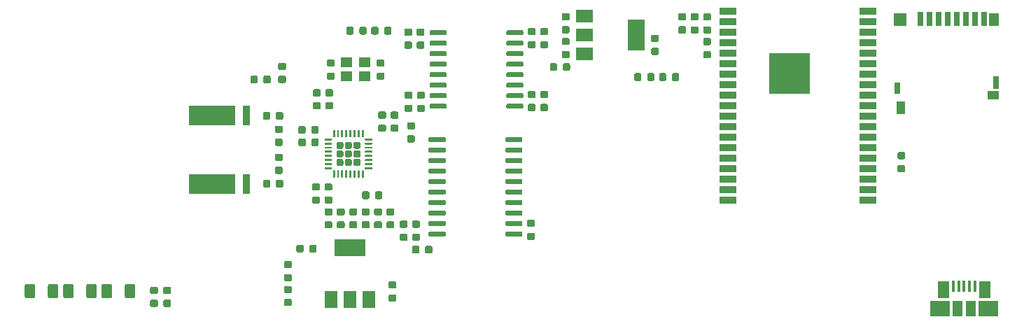
<source format=gbr>
G04 #@! TF.GenerationSoftware,KiCad,Pcbnew,5.1.2-f72e74a~84~ubuntu19.04.1*
G04 #@! TF.CreationDate,2019-06-02T16:59:08+01:00*
G04 #@! TF.ProjectId,Power Monitor MK3,506f7765-7220-44d6-9f6e-69746f72204d,rev?*
G04 #@! TF.SameCoordinates,Original*
G04 #@! TF.FileFunction,Paste,Top*
G04 #@! TF.FilePolarity,Positive*
%FSLAX46Y46*%
G04 Gerber Fmt 4.6, Leading zero omitted, Abs format (unit mm)*
G04 Created by KiCad (PCBNEW 5.1.2-f72e74a~84~ubuntu19.04.1) date 2019-06-02 16:59:08*
%MOMM*%
%LPD*%
G04 APERTURE LIST*
%ADD10C,0.100000*%
%ADD11C,0.875000*%
%ADD12R,0.700000X1.750000*%
%ADD13R,1.300000X1.500000*%
%ADD14R,0.800000X1.500000*%
%ADD15R,1.450000X1.000000*%
%ADD16R,0.800000X1.400000*%
%ADD17R,1.500000X1.500000*%
%ADD18R,1.000000X1.550000*%
%ADD19R,5.600000X2.440000*%
%ADD20R,0.890000X2.440000*%
%ADD21R,2.000000X1.500000*%
%ADD22R,2.000000X3.800000*%
%ADD23C,0.600000*%
%ADD24R,3.800000X2.000000*%
%ADD25R,1.500000X2.000000*%
%ADD26R,2.000000X0.900000*%
%ADD27R,5.000000X5.000000*%
%ADD28C,0.830000*%
%ADD29C,0.250000*%
%ADD30R,1.400000X1.200000*%
%ADD31C,1.250000*%
%ADD32R,0.450000X1.380000*%
%ADD33R,1.475000X2.100000*%
%ADD34R,2.375000X1.900000*%
%ADD35R,1.175000X1.900000*%
G04 APERTURE END LIST*
D10*
G36*
X165420000Y-97660000D02*
G01*
X168580000Y-97660000D01*
X168580000Y-100820000D01*
X165420000Y-100820000D01*
X165420000Y-97660000D01*
G37*
G36*
X120577691Y-117076053D02*
G01*
X120598926Y-117079203D01*
X120619750Y-117084419D01*
X120639962Y-117091651D01*
X120659368Y-117100830D01*
X120677781Y-117111866D01*
X120695024Y-117124654D01*
X120710930Y-117139070D01*
X120725346Y-117154976D01*
X120738134Y-117172219D01*
X120749170Y-117190632D01*
X120758349Y-117210038D01*
X120765581Y-117230250D01*
X120770797Y-117251074D01*
X120773947Y-117272309D01*
X120775000Y-117293750D01*
X120775000Y-117731250D01*
X120773947Y-117752691D01*
X120770797Y-117773926D01*
X120765581Y-117794750D01*
X120758349Y-117814962D01*
X120749170Y-117834368D01*
X120738134Y-117852781D01*
X120725346Y-117870024D01*
X120710930Y-117885930D01*
X120695024Y-117900346D01*
X120677781Y-117913134D01*
X120659368Y-117924170D01*
X120639962Y-117933349D01*
X120619750Y-117940581D01*
X120598926Y-117945797D01*
X120577691Y-117948947D01*
X120556250Y-117950000D01*
X120043750Y-117950000D01*
X120022309Y-117948947D01*
X120001074Y-117945797D01*
X119980250Y-117940581D01*
X119960038Y-117933349D01*
X119940632Y-117924170D01*
X119922219Y-117913134D01*
X119904976Y-117900346D01*
X119889070Y-117885930D01*
X119874654Y-117870024D01*
X119861866Y-117852781D01*
X119850830Y-117834368D01*
X119841651Y-117814962D01*
X119834419Y-117794750D01*
X119829203Y-117773926D01*
X119826053Y-117752691D01*
X119825000Y-117731250D01*
X119825000Y-117293750D01*
X119826053Y-117272309D01*
X119829203Y-117251074D01*
X119834419Y-117230250D01*
X119841651Y-117210038D01*
X119850830Y-117190632D01*
X119861866Y-117172219D01*
X119874654Y-117154976D01*
X119889070Y-117139070D01*
X119904976Y-117124654D01*
X119922219Y-117111866D01*
X119940632Y-117100830D01*
X119960038Y-117091651D01*
X119980250Y-117084419D01*
X120001074Y-117079203D01*
X120022309Y-117076053D01*
X120043750Y-117075000D01*
X120556250Y-117075000D01*
X120577691Y-117076053D01*
X120577691Y-117076053D01*
G37*
D11*
X120300000Y-117512500D03*
D10*
G36*
X120577691Y-118651053D02*
G01*
X120598926Y-118654203D01*
X120619750Y-118659419D01*
X120639962Y-118666651D01*
X120659368Y-118675830D01*
X120677781Y-118686866D01*
X120695024Y-118699654D01*
X120710930Y-118714070D01*
X120725346Y-118729976D01*
X120738134Y-118747219D01*
X120749170Y-118765632D01*
X120758349Y-118785038D01*
X120765581Y-118805250D01*
X120770797Y-118826074D01*
X120773947Y-118847309D01*
X120775000Y-118868750D01*
X120775000Y-119306250D01*
X120773947Y-119327691D01*
X120770797Y-119348926D01*
X120765581Y-119369750D01*
X120758349Y-119389962D01*
X120749170Y-119409368D01*
X120738134Y-119427781D01*
X120725346Y-119445024D01*
X120710930Y-119460930D01*
X120695024Y-119475346D01*
X120677781Y-119488134D01*
X120659368Y-119499170D01*
X120639962Y-119508349D01*
X120619750Y-119515581D01*
X120598926Y-119520797D01*
X120577691Y-119523947D01*
X120556250Y-119525000D01*
X120043750Y-119525000D01*
X120022309Y-119523947D01*
X120001074Y-119520797D01*
X119980250Y-119515581D01*
X119960038Y-119508349D01*
X119940632Y-119499170D01*
X119922219Y-119488134D01*
X119904976Y-119475346D01*
X119889070Y-119460930D01*
X119874654Y-119445024D01*
X119861866Y-119427781D01*
X119850830Y-119409368D01*
X119841651Y-119389962D01*
X119834419Y-119369750D01*
X119829203Y-119348926D01*
X119826053Y-119327691D01*
X119825000Y-119306250D01*
X119825000Y-118868750D01*
X119826053Y-118847309D01*
X119829203Y-118826074D01*
X119834419Y-118805250D01*
X119841651Y-118785038D01*
X119850830Y-118765632D01*
X119861866Y-118747219D01*
X119874654Y-118729976D01*
X119889070Y-118714070D01*
X119904976Y-118699654D01*
X119922219Y-118686866D01*
X119940632Y-118675830D01*
X119960038Y-118666651D01*
X119980250Y-118659419D01*
X120001074Y-118654203D01*
X120022309Y-118651053D01*
X120043750Y-118650000D01*
X120556250Y-118650000D01*
X120577691Y-118651053D01*
X120577691Y-118651053D01*
G37*
D11*
X120300000Y-119087500D03*
D10*
G36*
X140240191Y-98026053D02*
G01*
X140261426Y-98029203D01*
X140282250Y-98034419D01*
X140302462Y-98041651D01*
X140321868Y-98050830D01*
X140340281Y-98061866D01*
X140357524Y-98074654D01*
X140373430Y-98089070D01*
X140387846Y-98104976D01*
X140400634Y-98122219D01*
X140411670Y-98140632D01*
X140420849Y-98160038D01*
X140428081Y-98180250D01*
X140433297Y-98201074D01*
X140436447Y-98222309D01*
X140437500Y-98243750D01*
X140437500Y-98756250D01*
X140436447Y-98777691D01*
X140433297Y-98798926D01*
X140428081Y-98819750D01*
X140420849Y-98839962D01*
X140411670Y-98859368D01*
X140400634Y-98877781D01*
X140387846Y-98895024D01*
X140373430Y-98910930D01*
X140357524Y-98925346D01*
X140340281Y-98938134D01*
X140321868Y-98949170D01*
X140302462Y-98958349D01*
X140282250Y-98965581D01*
X140261426Y-98970797D01*
X140240191Y-98973947D01*
X140218750Y-98975000D01*
X139781250Y-98975000D01*
X139759809Y-98973947D01*
X139738574Y-98970797D01*
X139717750Y-98965581D01*
X139697538Y-98958349D01*
X139678132Y-98949170D01*
X139659719Y-98938134D01*
X139642476Y-98925346D01*
X139626570Y-98910930D01*
X139612154Y-98895024D01*
X139599366Y-98877781D01*
X139588330Y-98859368D01*
X139579151Y-98839962D01*
X139571919Y-98819750D01*
X139566703Y-98798926D01*
X139563553Y-98777691D01*
X139562500Y-98756250D01*
X139562500Y-98243750D01*
X139563553Y-98222309D01*
X139566703Y-98201074D01*
X139571919Y-98180250D01*
X139579151Y-98160038D01*
X139588330Y-98140632D01*
X139599366Y-98122219D01*
X139612154Y-98104976D01*
X139626570Y-98089070D01*
X139642476Y-98074654D01*
X139659719Y-98061866D01*
X139678132Y-98050830D01*
X139697538Y-98041651D01*
X139717750Y-98034419D01*
X139738574Y-98029203D01*
X139759809Y-98026053D01*
X139781250Y-98025000D01*
X140218750Y-98025000D01*
X140240191Y-98026053D01*
X140240191Y-98026053D01*
G37*
D11*
X140000000Y-98500000D03*
D10*
G36*
X138665191Y-98026053D02*
G01*
X138686426Y-98029203D01*
X138707250Y-98034419D01*
X138727462Y-98041651D01*
X138746868Y-98050830D01*
X138765281Y-98061866D01*
X138782524Y-98074654D01*
X138798430Y-98089070D01*
X138812846Y-98104976D01*
X138825634Y-98122219D01*
X138836670Y-98140632D01*
X138845849Y-98160038D01*
X138853081Y-98180250D01*
X138858297Y-98201074D01*
X138861447Y-98222309D01*
X138862500Y-98243750D01*
X138862500Y-98756250D01*
X138861447Y-98777691D01*
X138858297Y-98798926D01*
X138853081Y-98819750D01*
X138845849Y-98839962D01*
X138836670Y-98859368D01*
X138825634Y-98877781D01*
X138812846Y-98895024D01*
X138798430Y-98910930D01*
X138782524Y-98925346D01*
X138765281Y-98938134D01*
X138746868Y-98949170D01*
X138727462Y-98958349D01*
X138707250Y-98965581D01*
X138686426Y-98970797D01*
X138665191Y-98973947D01*
X138643750Y-98975000D01*
X138206250Y-98975000D01*
X138184809Y-98973947D01*
X138163574Y-98970797D01*
X138142750Y-98965581D01*
X138122538Y-98958349D01*
X138103132Y-98949170D01*
X138084719Y-98938134D01*
X138067476Y-98925346D01*
X138051570Y-98910930D01*
X138037154Y-98895024D01*
X138024366Y-98877781D01*
X138013330Y-98859368D01*
X138004151Y-98839962D01*
X137996919Y-98819750D01*
X137991703Y-98798926D01*
X137988553Y-98777691D01*
X137987500Y-98756250D01*
X137987500Y-98243750D01*
X137988553Y-98222309D01*
X137991703Y-98201074D01*
X137996919Y-98180250D01*
X138004151Y-98160038D01*
X138013330Y-98140632D01*
X138024366Y-98122219D01*
X138037154Y-98104976D01*
X138051570Y-98089070D01*
X138067476Y-98074654D01*
X138084719Y-98061866D01*
X138103132Y-98050830D01*
X138122538Y-98041651D01*
X138142750Y-98034419D01*
X138163574Y-98029203D01*
X138184809Y-98026053D01*
X138206250Y-98025000D01*
X138643750Y-98025000D01*
X138665191Y-98026053D01*
X138665191Y-98026053D01*
G37*
D11*
X138425000Y-98500000D03*
D10*
G36*
X150977691Y-96163553D02*
G01*
X150998926Y-96166703D01*
X151019750Y-96171919D01*
X151039962Y-96179151D01*
X151059368Y-96188330D01*
X151077781Y-96199366D01*
X151095024Y-96212154D01*
X151110930Y-96226570D01*
X151125346Y-96242476D01*
X151138134Y-96259719D01*
X151149170Y-96278132D01*
X151158349Y-96297538D01*
X151165581Y-96317750D01*
X151170797Y-96338574D01*
X151173947Y-96359809D01*
X151175000Y-96381250D01*
X151175000Y-96818750D01*
X151173947Y-96840191D01*
X151170797Y-96861426D01*
X151165581Y-96882250D01*
X151158349Y-96902462D01*
X151149170Y-96921868D01*
X151138134Y-96940281D01*
X151125346Y-96957524D01*
X151110930Y-96973430D01*
X151095024Y-96987846D01*
X151077781Y-97000634D01*
X151059368Y-97011670D01*
X151039962Y-97020849D01*
X151019750Y-97028081D01*
X150998926Y-97033297D01*
X150977691Y-97036447D01*
X150956250Y-97037500D01*
X150443750Y-97037500D01*
X150422309Y-97036447D01*
X150401074Y-97033297D01*
X150380250Y-97028081D01*
X150360038Y-97020849D01*
X150340632Y-97011670D01*
X150322219Y-97000634D01*
X150304976Y-96987846D01*
X150289070Y-96973430D01*
X150274654Y-96957524D01*
X150261866Y-96940281D01*
X150250830Y-96921868D01*
X150241651Y-96902462D01*
X150234419Y-96882250D01*
X150229203Y-96861426D01*
X150226053Y-96840191D01*
X150225000Y-96818750D01*
X150225000Y-96381250D01*
X150226053Y-96359809D01*
X150229203Y-96338574D01*
X150234419Y-96317750D01*
X150241651Y-96297538D01*
X150250830Y-96278132D01*
X150261866Y-96259719D01*
X150274654Y-96242476D01*
X150289070Y-96226570D01*
X150304976Y-96212154D01*
X150322219Y-96199366D01*
X150340632Y-96188330D01*
X150360038Y-96179151D01*
X150380250Y-96171919D01*
X150401074Y-96166703D01*
X150422309Y-96163553D01*
X150443750Y-96162500D01*
X150956250Y-96162500D01*
X150977691Y-96163553D01*
X150977691Y-96163553D01*
G37*
D11*
X150700000Y-96600000D03*
D10*
G36*
X150977691Y-94588553D02*
G01*
X150998926Y-94591703D01*
X151019750Y-94596919D01*
X151039962Y-94604151D01*
X151059368Y-94613330D01*
X151077781Y-94624366D01*
X151095024Y-94637154D01*
X151110930Y-94651570D01*
X151125346Y-94667476D01*
X151138134Y-94684719D01*
X151149170Y-94703132D01*
X151158349Y-94722538D01*
X151165581Y-94742750D01*
X151170797Y-94763574D01*
X151173947Y-94784809D01*
X151175000Y-94806250D01*
X151175000Y-95243750D01*
X151173947Y-95265191D01*
X151170797Y-95286426D01*
X151165581Y-95307250D01*
X151158349Y-95327462D01*
X151149170Y-95346868D01*
X151138134Y-95365281D01*
X151125346Y-95382524D01*
X151110930Y-95398430D01*
X151095024Y-95412846D01*
X151077781Y-95425634D01*
X151059368Y-95436670D01*
X151039962Y-95445849D01*
X151019750Y-95453081D01*
X150998926Y-95458297D01*
X150977691Y-95461447D01*
X150956250Y-95462500D01*
X150443750Y-95462500D01*
X150422309Y-95461447D01*
X150401074Y-95458297D01*
X150380250Y-95453081D01*
X150360038Y-95445849D01*
X150340632Y-95436670D01*
X150322219Y-95425634D01*
X150304976Y-95412846D01*
X150289070Y-95398430D01*
X150274654Y-95382524D01*
X150261866Y-95365281D01*
X150250830Y-95346868D01*
X150241651Y-95327462D01*
X150234419Y-95307250D01*
X150229203Y-95286426D01*
X150226053Y-95265191D01*
X150225000Y-95243750D01*
X150225000Y-94806250D01*
X150226053Y-94784809D01*
X150229203Y-94763574D01*
X150234419Y-94742750D01*
X150241651Y-94722538D01*
X150250830Y-94703132D01*
X150261866Y-94684719D01*
X150274654Y-94667476D01*
X150289070Y-94651570D01*
X150304976Y-94637154D01*
X150322219Y-94624366D01*
X150340632Y-94613330D01*
X150360038Y-94604151D01*
X150380250Y-94596919D01*
X150401074Y-94591703D01*
X150422309Y-94588553D01*
X150443750Y-94587500D01*
X150956250Y-94587500D01*
X150977691Y-94588553D01*
X150977691Y-94588553D01*
G37*
D11*
X150700000Y-95025000D03*
D10*
G36*
X137577691Y-101376053D02*
G01*
X137598926Y-101379203D01*
X137619750Y-101384419D01*
X137639962Y-101391651D01*
X137659368Y-101400830D01*
X137677781Y-101411866D01*
X137695024Y-101424654D01*
X137710930Y-101439070D01*
X137725346Y-101454976D01*
X137738134Y-101472219D01*
X137749170Y-101490632D01*
X137758349Y-101510038D01*
X137765581Y-101530250D01*
X137770797Y-101551074D01*
X137773947Y-101572309D01*
X137775000Y-101593750D01*
X137775000Y-102031250D01*
X137773947Y-102052691D01*
X137770797Y-102073926D01*
X137765581Y-102094750D01*
X137758349Y-102114962D01*
X137749170Y-102134368D01*
X137738134Y-102152781D01*
X137725346Y-102170024D01*
X137710930Y-102185930D01*
X137695024Y-102200346D01*
X137677781Y-102213134D01*
X137659368Y-102224170D01*
X137639962Y-102233349D01*
X137619750Y-102240581D01*
X137598926Y-102245797D01*
X137577691Y-102248947D01*
X137556250Y-102250000D01*
X137043750Y-102250000D01*
X137022309Y-102248947D01*
X137001074Y-102245797D01*
X136980250Y-102240581D01*
X136960038Y-102233349D01*
X136940632Y-102224170D01*
X136922219Y-102213134D01*
X136904976Y-102200346D01*
X136889070Y-102185930D01*
X136874654Y-102170024D01*
X136861866Y-102152781D01*
X136850830Y-102134368D01*
X136841651Y-102114962D01*
X136834419Y-102094750D01*
X136829203Y-102073926D01*
X136826053Y-102052691D01*
X136825000Y-102031250D01*
X136825000Y-101593750D01*
X136826053Y-101572309D01*
X136829203Y-101551074D01*
X136834419Y-101530250D01*
X136841651Y-101510038D01*
X136850830Y-101490632D01*
X136861866Y-101472219D01*
X136874654Y-101454976D01*
X136889070Y-101439070D01*
X136904976Y-101424654D01*
X136922219Y-101411866D01*
X136940632Y-101400830D01*
X136960038Y-101391651D01*
X136980250Y-101384419D01*
X137001074Y-101379203D01*
X137022309Y-101376053D01*
X137043750Y-101375000D01*
X137556250Y-101375000D01*
X137577691Y-101376053D01*
X137577691Y-101376053D01*
G37*
D11*
X137300000Y-101812500D03*
D10*
G36*
X137577691Y-102951053D02*
G01*
X137598926Y-102954203D01*
X137619750Y-102959419D01*
X137639962Y-102966651D01*
X137659368Y-102975830D01*
X137677781Y-102986866D01*
X137695024Y-102999654D01*
X137710930Y-103014070D01*
X137725346Y-103029976D01*
X137738134Y-103047219D01*
X137749170Y-103065632D01*
X137758349Y-103085038D01*
X137765581Y-103105250D01*
X137770797Y-103126074D01*
X137773947Y-103147309D01*
X137775000Y-103168750D01*
X137775000Y-103606250D01*
X137773947Y-103627691D01*
X137770797Y-103648926D01*
X137765581Y-103669750D01*
X137758349Y-103689962D01*
X137749170Y-103709368D01*
X137738134Y-103727781D01*
X137725346Y-103745024D01*
X137710930Y-103760930D01*
X137695024Y-103775346D01*
X137677781Y-103788134D01*
X137659368Y-103799170D01*
X137639962Y-103808349D01*
X137619750Y-103815581D01*
X137598926Y-103820797D01*
X137577691Y-103823947D01*
X137556250Y-103825000D01*
X137043750Y-103825000D01*
X137022309Y-103823947D01*
X137001074Y-103820797D01*
X136980250Y-103815581D01*
X136960038Y-103808349D01*
X136940632Y-103799170D01*
X136922219Y-103788134D01*
X136904976Y-103775346D01*
X136889070Y-103760930D01*
X136874654Y-103745024D01*
X136861866Y-103727781D01*
X136850830Y-103709368D01*
X136841651Y-103689962D01*
X136834419Y-103669750D01*
X136829203Y-103648926D01*
X136826053Y-103627691D01*
X136825000Y-103606250D01*
X136825000Y-103168750D01*
X136826053Y-103147309D01*
X136829203Y-103126074D01*
X136834419Y-103105250D01*
X136841651Y-103085038D01*
X136850830Y-103065632D01*
X136861866Y-103047219D01*
X136874654Y-103029976D01*
X136889070Y-103014070D01*
X136904976Y-102999654D01*
X136922219Y-102986866D01*
X136940632Y-102975830D01*
X136960038Y-102966651D01*
X136980250Y-102959419D01*
X137001074Y-102954203D01*
X137022309Y-102951053D01*
X137043750Y-102950000D01*
X137556250Y-102950000D01*
X137577691Y-102951053D01*
X137577691Y-102951053D01*
G37*
D11*
X137300000Y-103387500D03*
D10*
G36*
X137577691Y-93776053D02*
G01*
X137598926Y-93779203D01*
X137619750Y-93784419D01*
X137639962Y-93791651D01*
X137659368Y-93800830D01*
X137677781Y-93811866D01*
X137695024Y-93824654D01*
X137710930Y-93839070D01*
X137725346Y-93854976D01*
X137738134Y-93872219D01*
X137749170Y-93890632D01*
X137758349Y-93910038D01*
X137765581Y-93930250D01*
X137770797Y-93951074D01*
X137773947Y-93972309D01*
X137775000Y-93993750D01*
X137775000Y-94431250D01*
X137773947Y-94452691D01*
X137770797Y-94473926D01*
X137765581Y-94494750D01*
X137758349Y-94514962D01*
X137749170Y-94534368D01*
X137738134Y-94552781D01*
X137725346Y-94570024D01*
X137710930Y-94585930D01*
X137695024Y-94600346D01*
X137677781Y-94613134D01*
X137659368Y-94624170D01*
X137639962Y-94633349D01*
X137619750Y-94640581D01*
X137598926Y-94645797D01*
X137577691Y-94648947D01*
X137556250Y-94650000D01*
X137043750Y-94650000D01*
X137022309Y-94648947D01*
X137001074Y-94645797D01*
X136980250Y-94640581D01*
X136960038Y-94633349D01*
X136940632Y-94624170D01*
X136922219Y-94613134D01*
X136904976Y-94600346D01*
X136889070Y-94585930D01*
X136874654Y-94570024D01*
X136861866Y-94552781D01*
X136850830Y-94534368D01*
X136841651Y-94514962D01*
X136834419Y-94494750D01*
X136829203Y-94473926D01*
X136826053Y-94452691D01*
X136825000Y-94431250D01*
X136825000Y-93993750D01*
X136826053Y-93972309D01*
X136829203Y-93951074D01*
X136834419Y-93930250D01*
X136841651Y-93910038D01*
X136850830Y-93890632D01*
X136861866Y-93872219D01*
X136874654Y-93854976D01*
X136889070Y-93839070D01*
X136904976Y-93824654D01*
X136922219Y-93811866D01*
X136940632Y-93800830D01*
X136960038Y-93791651D01*
X136980250Y-93784419D01*
X137001074Y-93779203D01*
X137022309Y-93776053D01*
X137043750Y-93775000D01*
X137556250Y-93775000D01*
X137577691Y-93776053D01*
X137577691Y-93776053D01*
G37*
D11*
X137300000Y-94212500D03*
D10*
G36*
X137577691Y-95351053D02*
G01*
X137598926Y-95354203D01*
X137619750Y-95359419D01*
X137639962Y-95366651D01*
X137659368Y-95375830D01*
X137677781Y-95386866D01*
X137695024Y-95399654D01*
X137710930Y-95414070D01*
X137725346Y-95429976D01*
X137738134Y-95447219D01*
X137749170Y-95465632D01*
X137758349Y-95485038D01*
X137765581Y-95505250D01*
X137770797Y-95526074D01*
X137773947Y-95547309D01*
X137775000Y-95568750D01*
X137775000Y-96006250D01*
X137773947Y-96027691D01*
X137770797Y-96048926D01*
X137765581Y-96069750D01*
X137758349Y-96089962D01*
X137749170Y-96109368D01*
X137738134Y-96127781D01*
X137725346Y-96145024D01*
X137710930Y-96160930D01*
X137695024Y-96175346D01*
X137677781Y-96188134D01*
X137659368Y-96199170D01*
X137639962Y-96208349D01*
X137619750Y-96215581D01*
X137598926Y-96220797D01*
X137577691Y-96223947D01*
X137556250Y-96225000D01*
X137043750Y-96225000D01*
X137022309Y-96223947D01*
X137001074Y-96220797D01*
X136980250Y-96215581D01*
X136960038Y-96208349D01*
X136940632Y-96199170D01*
X136922219Y-96188134D01*
X136904976Y-96175346D01*
X136889070Y-96160930D01*
X136874654Y-96145024D01*
X136861866Y-96127781D01*
X136850830Y-96109368D01*
X136841651Y-96089962D01*
X136834419Y-96069750D01*
X136829203Y-96048926D01*
X136826053Y-96027691D01*
X136825000Y-96006250D01*
X136825000Y-95568750D01*
X136826053Y-95547309D01*
X136829203Y-95526074D01*
X136834419Y-95505250D01*
X136841651Y-95485038D01*
X136850830Y-95465632D01*
X136861866Y-95447219D01*
X136874654Y-95429976D01*
X136889070Y-95414070D01*
X136904976Y-95399654D01*
X136922219Y-95386866D01*
X136940632Y-95375830D01*
X136960038Y-95366651D01*
X136980250Y-95359419D01*
X137001074Y-95354203D01*
X137022309Y-95351053D01*
X137043750Y-95350000D01*
X137556250Y-95350000D01*
X137577691Y-95351053D01*
X137577691Y-95351053D01*
G37*
D11*
X137300000Y-95787500D03*
D10*
G36*
X136077691Y-102951053D02*
G01*
X136098926Y-102954203D01*
X136119750Y-102959419D01*
X136139962Y-102966651D01*
X136159368Y-102975830D01*
X136177781Y-102986866D01*
X136195024Y-102999654D01*
X136210930Y-103014070D01*
X136225346Y-103029976D01*
X136238134Y-103047219D01*
X136249170Y-103065632D01*
X136258349Y-103085038D01*
X136265581Y-103105250D01*
X136270797Y-103126074D01*
X136273947Y-103147309D01*
X136275000Y-103168750D01*
X136275000Y-103606250D01*
X136273947Y-103627691D01*
X136270797Y-103648926D01*
X136265581Y-103669750D01*
X136258349Y-103689962D01*
X136249170Y-103709368D01*
X136238134Y-103727781D01*
X136225346Y-103745024D01*
X136210930Y-103760930D01*
X136195024Y-103775346D01*
X136177781Y-103788134D01*
X136159368Y-103799170D01*
X136139962Y-103808349D01*
X136119750Y-103815581D01*
X136098926Y-103820797D01*
X136077691Y-103823947D01*
X136056250Y-103825000D01*
X135543750Y-103825000D01*
X135522309Y-103823947D01*
X135501074Y-103820797D01*
X135480250Y-103815581D01*
X135460038Y-103808349D01*
X135440632Y-103799170D01*
X135422219Y-103788134D01*
X135404976Y-103775346D01*
X135389070Y-103760930D01*
X135374654Y-103745024D01*
X135361866Y-103727781D01*
X135350830Y-103709368D01*
X135341651Y-103689962D01*
X135334419Y-103669750D01*
X135329203Y-103648926D01*
X135326053Y-103627691D01*
X135325000Y-103606250D01*
X135325000Y-103168750D01*
X135326053Y-103147309D01*
X135329203Y-103126074D01*
X135334419Y-103105250D01*
X135341651Y-103085038D01*
X135350830Y-103065632D01*
X135361866Y-103047219D01*
X135374654Y-103029976D01*
X135389070Y-103014070D01*
X135404976Y-102999654D01*
X135422219Y-102986866D01*
X135440632Y-102975830D01*
X135460038Y-102966651D01*
X135480250Y-102959419D01*
X135501074Y-102954203D01*
X135522309Y-102951053D01*
X135543750Y-102950000D01*
X136056250Y-102950000D01*
X136077691Y-102951053D01*
X136077691Y-102951053D01*
G37*
D11*
X135800000Y-103387500D03*
D10*
G36*
X136077691Y-101376053D02*
G01*
X136098926Y-101379203D01*
X136119750Y-101384419D01*
X136139962Y-101391651D01*
X136159368Y-101400830D01*
X136177781Y-101411866D01*
X136195024Y-101424654D01*
X136210930Y-101439070D01*
X136225346Y-101454976D01*
X136238134Y-101472219D01*
X136249170Y-101490632D01*
X136258349Y-101510038D01*
X136265581Y-101530250D01*
X136270797Y-101551074D01*
X136273947Y-101572309D01*
X136275000Y-101593750D01*
X136275000Y-102031250D01*
X136273947Y-102052691D01*
X136270797Y-102073926D01*
X136265581Y-102094750D01*
X136258349Y-102114962D01*
X136249170Y-102134368D01*
X136238134Y-102152781D01*
X136225346Y-102170024D01*
X136210930Y-102185930D01*
X136195024Y-102200346D01*
X136177781Y-102213134D01*
X136159368Y-102224170D01*
X136139962Y-102233349D01*
X136119750Y-102240581D01*
X136098926Y-102245797D01*
X136077691Y-102248947D01*
X136056250Y-102250000D01*
X135543750Y-102250000D01*
X135522309Y-102248947D01*
X135501074Y-102245797D01*
X135480250Y-102240581D01*
X135460038Y-102233349D01*
X135440632Y-102224170D01*
X135422219Y-102213134D01*
X135404976Y-102200346D01*
X135389070Y-102185930D01*
X135374654Y-102170024D01*
X135361866Y-102152781D01*
X135350830Y-102134368D01*
X135341651Y-102114962D01*
X135334419Y-102094750D01*
X135329203Y-102073926D01*
X135326053Y-102052691D01*
X135325000Y-102031250D01*
X135325000Y-101593750D01*
X135326053Y-101572309D01*
X135329203Y-101551074D01*
X135334419Y-101530250D01*
X135341651Y-101510038D01*
X135350830Y-101490632D01*
X135361866Y-101472219D01*
X135374654Y-101454976D01*
X135389070Y-101439070D01*
X135404976Y-101424654D01*
X135422219Y-101411866D01*
X135440632Y-101400830D01*
X135460038Y-101391651D01*
X135480250Y-101384419D01*
X135501074Y-101379203D01*
X135522309Y-101376053D01*
X135543750Y-101375000D01*
X136056250Y-101375000D01*
X136077691Y-101376053D01*
X136077691Y-101376053D01*
G37*
D11*
X135800000Y-101812500D03*
D10*
G36*
X136077691Y-95351053D02*
G01*
X136098926Y-95354203D01*
X136119750Y-95359419D01*
X136139962Y-95366651D01*
X136159368Y-95375830D01*
X136177781Y-95386866D01*
X136195024Y-95399654D01*
X136210930Y-95414070D01*
X136225346Y-95429976D01*
X136238134Y-95447219D01*
X136249170Y-95465632D01*
X136258349Y-95485038D01*
X136265581Y-95505250D01*
X136270797Y-95526074D01*
X136273947Y-95547309D01*
X136275000Y-95568750D01*
X136275000Y-96006250D01*
X136273947Y-96027691D01*
X136270797Y-96048926D01*
X136265581Y-96069750D01*
X136258349Y-96089962D01*
X136249170Y-96109368D01*
X136238134Y-96127781D01*
X136225346Y-96145024D01*
X136210930Y-96160930D01*
X136195024Y-96175346D01*
X136177781Y-96188134D01*
X136159368Y-96199170D01*
X136139962Y-96208349D01*
X136119750Y-96215581D01*
X136098926Y-96220797D01*
X136077691Y-96223947D01*
X136056250Y-96225000D01*
X135543750Y-96225000D01*
X135522309Y-96223947D01*
X135501074Y-96220797D01*
X135480250Y-96215581D01*
X135460038Y-96208349D01*
X135440632Y-96199170D01*
X135422219Y-96188134D01*
X135404976Y-96175346D01*
X135389070Y-96160930D01*
X135374654Y-96145024D01*
X135361866Y-96127781D01*
X135350830Y-96109368D01*
X135341651Y-96089962D01*
X135334419Y-96069750D01*
X135329203Y-96048926D01*
X135326053Y-96027691D01*
X135325000Y-96006250D01*
X135325000Y-95568750D01*
X135326053Y-95547309D01*
X135329203Y-95526074D01*
X135334419Y-95505250D01*
X135341651Y-95485038D01*
X135350830Y-95465632D01*
X135361866Y-95447219D01*
X135374654Y-95429976D01*
X135389070Y-95414070D01*
X135404976Y-95399654D01*
X135422219Y-95386866D01*
X135440632Y-95375830D01*
X135460038Y-95366651D01*
X135480250Y-95359419D01*
X135501074Y-95354203D01*
X135522309Y-95351053D01*
X135543750Y-95350000D01*
X136056250Y-95350000D01*
X136077691Y-95351053D01*
X136077691Y-95351053D01*
G37*
D11*
X135800000Y-95787500D03*
D10*
G36*
X136077691Y-93776053D02*
G01*
X136098926Y-93779203D01*
X136119750Y-93784419D01*
X136139962Y-93791651D01*
X136159368Y-93800830D01*
X136177781Y-93811866D01*
X136195024Y-93824654D01*
X136210930Y-93839070D01*
X136225346Y-93854976D01*
X136238134Y-93872219D01*
X136249170Y-93890632D01*
X136258349Y-93910038D01*
X136265581Y-93930250D01*
X136270797Y-93951074D01*
X136273947Y-93972309D01*
X136275000Y-93993750D01*
X136275000Y-94431250D01*
X136273947Y-94452691D01*
X136270797Y-94473926D01*
X136265581Y-94494750D01*
X136258349Y-94514962D01*
X136249170Y-94534368D01*
X136238134Y-94552781D01*
X136225346Y-94570024D01*
X136210930Y-94585930D01*
X136195024Y-94600346D01*
X136177781Y-94613134D01*
X136159368Y-94624170D01*
X136139962Y-94633349D01*
X136119750Y-94640581D01*
X136098926Y-94645797D01*
X136077691Y-94648947D01*
X136056250Y-94650000D01*
X135543750Y-94650000D01*
X135522309Y-94648947D01*
X135501074Y-94645797D01*
X135480250Y-94640581D01*
X135460038Y-94633349D01*
X135440632Y-94624170D01*
X135422219Y-94613134D01*
X135404976Y-94600346D01*
X135389070Y-94585930D01*
X135374654Y-94570024D01*
X135361866Y-94552781D01*
X135350830Y-94534368D01*
X135341651Y-94514962D01*
X135334419Y-94494750D01*
X135329203Y-94473926D01*
X135326053Y-94452691D01*
X135325000Y-94431250D01*
X135325000Y-93993750D01*
X135326053Y-93972309D01*
X135329203Y-93951074D01*
X135334419Y-93930250D01*
X135341651Y-93910038D01*
X135350830Y-93890632D01*
X135361866Y-93872219D01*
X135374654Y-93854976D01*
X135389070Y-93839070D01*
X135404976Y-93824654D01*
X135422219Y-93811866D01*
X135440632Y-93800830D01*
X135460038Y-93791651D01*
X135480250Y-93784419D01*
X135501074Y-93779203D01*
X135522309Y-93776053D01*
X135543750Y-93775000D01*
X136056250Y-93775000D01*
X136077691Y-93776053D01*
X136077691Y-93776053D01*
G37*
D11*
X135800000Y-94212500D03*
D10*
G36*
X135977691Y-118538553D02*
G01*
X135998926Y-118541703D01*
X136019750Y-118546919D01*
X136039962Y-118554151D01*
X136059368Y-118563330D01*
X136077781Y-118574366D01*
X136095024Y-118587154D01*
X136110930Y-118601570D01*
X136125346Y-118617476D01*
X136138134Y-118634719D01*
X136149170Y-118653132D01*
X136158349Y-118672538D01*
X136165581Y-118692750D01*
X136170797Y-118713574D01*
X136173947Y-118734809D01*
X136175000Y-118756250D01*
X136175000Y-119193750D01*
X136173947Y-119215191D01*
X136170797Y-119236426D01*
X136165581Y-119257250D01*
X136158349Y-119277462D01*
X136149170Y-119296868D01*
X136138134Y-119315281D01*
X136125346Y-119332524D01*
X136110930Y-119348430D01*
X136095024Y-119362846D01*
X136077781Y-119375634D01*
X136059368Y-119386670D01*
X136039962Y-119395849D01*
X136019750Y-119403081D01*
X135998926Y-119408297D01*
X135977691Y-119411447D01*
X135956250Y-119412500D01*
X135443750Y-119412500D01*
X135422309Y-119411447D01*
X135401074Y-119408297D01*
X135380250Y-119403081D01*
X135360038Y-119395849D01*
X135340632Y-119386670D01*
X135322219Y-119375634D01*
X135304976Y-119362846D01*
X135289070Y-119348430D01*
X135274654Y-119332524D01*
X135261866Y-119315281D01*
X135250830Y-119296868D01*
X135241651Y-119277462D01*
X135234419Y-119257250D01*
X135229203Y-119236426D01*
X135226053Y-119215191D01*
X135225000Y-119193750D01*
X135225000Y-118756250D01*
X135226053Y-118734809D01*
X135229203Y-118713574D01*
X135234419Y-118692750D01*
X135241651Y-118672538D01*
X135250830Y-118653132D01*
X135261866Y-118634719D01*
X135274654Y-118617476D01*
X135289070Y-118601570D01*
X135304976Y-118587154D01*
X135322219Y-118574366D01*
X135340632Y-118563330D01*
X135360038Y-118554151D01*
X135380250Y-118546919D01*
X135401074Y-118541703D01*
X135422309Y-118538553D01*
X135443750Y-118537500D01*
X135956250Y-118537500D01*
X135977691Y-118538553D01*
X135977691Y-118538553D01*
G37*
D11*
X135700000Y-118975000D03*
D10*
G36*
X135977691Y-116963553D02*
G01*
X135998926Y-116966703D01*
X136019750Y-116971919D01*
X136039962Y-116979151D01*
X136059368Y-116988330D01*
X136077781Y-116999366D01*
X136095024Y-117012154D01*
X136110930Y-117026570D01*
X136125346Y-117042476D01*
X136138134Y-117059719D01*
X136149170Y-117078132D01*
X136158349Y-117097538D01*
X136165581Y-117117750D01*
X136170797Y-117138574D01*
X136173947Y-117159809D01*
X136175000Y-117181250D01*
X136175000Y-117618750D01*
X136173947Y-117640191D01*
X136170797Y-117661426D01*
X136165581Y-117682250D01*
X136158349Y-117702462D01*
X136149170Y-117721868D01*
X136138134Y-117740281D01*
X136125346Y-117757524D01*
X136110930Y-117773430D01*
X136095024Y-117787846D01*
X136077781Y-117800634D01*
X136059368Y-117811670D01*
X136039962Y-117820849D01*
X136019750Y-117828081D01*
X135998926Y-117833297D01*
X135977691Y-117836447D01*
X135956250Y-117837500D01*
X135443750Y-117837500D01*
X135422309Y-117836447D01*
X135401074Y-117833297D01*
X135380250Y-117828081D01*
X135360038Y-117820849D01*
X135340632Y-117811670D01*
X135322219Y-117800634D01*
X135304976Y-117787846D01*
X135289070Y-117773430D01*
X135274654Y-117757524D01*
X135261866Y-117740281D01*
X135250830Y-117721868D01*
X135241651Y-117702462D01*
X135234419Y-117682250D01*
X135229203Y-117661426D01*
X135226053Y-117640191D01*
X135225000Y-117618750D01*
X135225000Y-117181250D01*
X135226053Y-117159809D01*
X135229203Y-117138574D01*
X135234419Y-117117750D01*
X135241651Y-117097538D01*
X135250830Y-117078132D01*
X135261866Y-117059719D01*
X135274654Y-117042476D01*
X135289070Y-117026570D01*
X135304976Y-117012154D01*
X135322219Y-116999366D01*
X135340632Y-116988330D01*
X135360038Y-116979151D01*
X135380250Y-116971919D01*
X135401074Y-116966703D01*
X135422309Y-116963553D01*
X135443750Y-116962500D01*
X135956250Y-116962500D01*
X135977691Y-116963553D01*
X135977691Y-116963553D01*
G37*
D11*
X135700000Y-117400000D03*
D10*
G36*
X122002691Y-120126053D02*
G01*
X122023926Y-120129203D01*
X122044750Y-120134419D01*
X122064962Y-120141651D01*
X122084368Y-120150830D01*
X122102781Y-120161866D01*
X122120024Y-120174654D01*
X122135930Y-120189070D01*
X122150346Y-120204976D01*
X122163134Y-120222219D01*
X122174170Y-120240632D01*
X122183349Y-120260038D01*
X122190581Y-120280250D01*
X122195797Y-120301074D01*
X122198947Y-120322309D01*
X122200000Y-120343750D01*
X122200000Y-120856250D01*
X122198947Y-120877691D01*
X122195797Y-120898926D01*
X122190581Y-120919750D01*
X122183349Y-120939962D01*
X122174170Y-120959368D01*
X122163134Y-120977781D01*
X122150346Y-120995024D01*
X122135930Y-121010930D01*
X122120024Y-121025346D01*
X122102781Y-121038134D01*
X122084368Y-121049170D01*
X122064962Y-121058349D01*
X122044750Y-121065581D01*
X122023926Y-121070797D01*
X122002691Y-121073947D01*
X121981250Y-121075000D01*
X121543750Y-121075000D01*
X121522309Y-121073947D01*
X121501074Y-121070797D01*
X121480250Y-121065581D01*
X121460038Y-121058349D01*
X121440632Y-121049170D01*
X121422219Y-121038134D01*
X121404976Y-121025346D01*
X121389070Y-121010930D01*
X121374654Y-120995024D01*
X121361866Y-120977781D01*
X121350830Y-120959368D01*
X121341651Y-120939962D01*
X121334419Y-120919750D01*
X121329203Y-120898926D01*
X121326053Y-120877691D01*
X121325000Y-120856250D01*
X121325000Y-120343750D01*
X121326053Y-120322309D01*
X121329203Y-120301074D01*
X121334419Y-120280250D01*
X121341651Y-120260038D01*
X121350830Y-120240632D01*
X121361866Y-120222219D01*
X121374654Y-120204976D01*
X121389070Y-120189070D01*
X121404976Y-120174654D01*
X121422219Y-120161866D01*
X121440632Y-120150830D01*
X121460038Y-120141651D01*
X121480250Y-120134419D01*
X121501074Y-120129203D01*
X121522309Y-120126053D01*
X121543750Y-120125000D01*
X121981250Y-120125000D01*
X122002691Y-120126053D01*
X122002691Y-120126053D01*
G37*
D11*
X121762500Y-120600000D03*
D10*
G36*
X123577691Y-120126053D02*
G01*
X123598926Y-120129203D01*
X123619750Y-120134419D01*
X123639962Y-120141651D01*
X123659368Y-120150830D01*
X123677781Y-120161866D01*
X123695024Y-120174654D01*
X123710930Y-120189070D01*
X123725346Y-120204976D01*
X123738134Y-120222219D01*
X123749170Y-120240632D01*
X123758349Y-120260038D01*
X123765581Y-120280250D01*
X123770797Y-120301074D01*
X123773947Y-120322309D01*
X123775000Y-120343750D01*
X123775000Y-120856250D01*
X123773947Y-120877691D01*
X123770797Y-120898926D01*
X123765581Y-120919750D01*
X123758349Y-120939962D01*
X123749170Y-120959368D01*
X123738134Y-120977781D01*
X123725346Y-120995024D01*
X123710930Y-121010930D01*
X123695024Y-121025346D01*
X123677781Y-121038134D01*
X123659368Y-121049170D01*
X123639962Y-121058349D01*
X123619750Y-121065581D01*
X123598926Y-121070797D01*
X123577691Y-121073947D01*
X123556250Y-121075000D01*
X123118750Y-121075000D01*
X123097309Y-121073947D01*
X123076074Y-121070797D01*
X123055250Y-121065581D01*
X123035038Y-121058349D01*
X123015632Y-121049170D01*
X122997219Y-121038134D01*
X122979976Y-121025346D01*
X122964070Y-121010930D01*
X122949654Y-120995024D01*
X122936866Y-120977781D01*
X122925830Y-120959368D01*
X122916651Y-120939962D01*
X122909419Y-120919750D01*
X122904203Y-120898926D01*
X122901053Y-120877691D01*
X122900000Y-120856250D01*
X122900000Y-120343750D01*
X122901053Y-120322309D01*
X122904203Y-120301074D01*
X122909419Y-120280250D01*
X122916651Y-120260038D01*
X122925830Y-120240632D01*
X122936866Y-120222219D01*
X122949654Y-120204976D01*
X122964070Y-120189070D01*
X122979976Y-120174654D01*
X122997219Y-120161866D01*
X123015632Y-120150830D01*
X123035038Y-120141651D01*
X123055250Y-120134419D01*
X123076074Y-120129203D01*
X123097309Y-120126053D01*
X123118750Y-120125000D01*
X123556250Y-120125000D01*
X123577691Y-120126053D01*
X123577691Y-120126053D01*
G37*
D11*
X123337500Y-120600000D03*
D10*
G36*
X122677691Y-101476053D02*
G01*
X122698926Y-101479203D01*
X122719750Y-101484419D01*
X122739962Y-101491651D01*
X122759368Y-101500830D01*
X122777781Y-101511866D01*
X122795024Y-101524654D01*
X122810930Y-101539070D01*
X122825346Y-101554976D01*
X122838134Y-101572219D01*
X122849170Y-101590632D01*
X122858349Y-101610038D01*
X122865581Y-101630250D01*
X122870797Y-101651074D01*
X122873947Y-101672309D01*
X122875000Y-101693750D01*
X122875000Y-102131250D01*
X122873947Y-102152691D01*
X122870797Y-102173926D01*
X122865581Y-102194750D01*
X122858349Y-102214962D01*
X122849170Y-102234368D01*
X122838134Y-102252781D01*
X122825346Y-102270024D01*
X122810930Y-102285930D01*
X122795024Y-102300346D01*
X122777781Y-102313134D01*
X122759368Y-102324170D01*
X122739962Y-102333349D01*
X122719750Y-102340581D01*
X122698926Y-102345797D01*
X122677691Y-102348947D01*
X122656250Y-102350000D01*
X122143750Y-102350000D01*
X122122309Y-102348947D01*
X122101074Y-102345797D01*
X122080250Y-102340581D01*
X122060038Y-102333349D01*
X122040632Y-102324170D01*
X122022219Y-102313134D01*
X122004976Y-102300346D01*
X121989070Y-102285930D01*
X121974654Y-102270024D01*
X121961866Y-102252781D01*
X121950830Y-102234368D01*
X121941651Y-102214962D01*
X121934419Y-102194750D01*
X121929203Y-102173926D01*
X121926053Y-102152691D01*
X121925000Y-102131250D01*
X121925000Y-101693750D01*
X121926053Y-101672309D01*
X121929203Y-101651074D01*
X121934419Y-101630250D01*
X121941651Y-101610038D01*
X121950830Y-101590632D01*
X121961866Y-101572219D01*
X121974654Y-101554976D01*
X121989070Y-101539070D01*
X122004976Y-101524654D01*
X122022219Y-101511866D01*
X122040632Y-101500830D01*
X122060038Y-101491651D01*
X122080250Y-101484419D01*
X122101074Y-101479203D01*
X122122309Y-101476053D01*
X122143750Y-101475000D01*
X122656250Y-101475000D01*
X122677691Y-101476053D01*
X122677691Y-101476053D01*
G37*
D11*
X122400000Y-101912500D03*
D10*
G36*
X122677691Y-103051053D02*
G01*
X122698926Y-103054203D01*
X122719750Y-103059419D01*
X122739962Y-103066651D01*
X122759368Y-103075830D01*
X122777781Y-103086866D01*
X122795024Y-103099654D01*
X122810930Y-103114070D01*
X122825346Y-103129976D01*
X122838134Y-103147219D01*
X122849170Y-103165632D01*
X122858349Y-103185038D01*
X122865581Y-103205250D01*
X122870797Y-103226074D01*
X122873947Y-103247309D01*
X122875000Y-103268750D01*
X122875000Y-103706250D01*
X122873947Y-103727691D01*
X122870797Y-103748926D01*
X122865581Y-103769750D01*
X122858349Y-103789962D01*
X122849170Y-103809368D01*
X122838134Y-103827781D01*
X122825346Y-103845024D01*
X122810930Y-103860930D01*
X122795024Y-103875346D01*
X122777781Y-103888134D01*
X122759368Y-103899170D01*
X122739962Y-103908349D01*
X122719750Y-103915581D01*
X122698926Y-103920797D01*
X122677691Y-103923947D01*
X122656250Y-103925000D01*
X122143750Y-103925000D01*
X122122309Y-103923947D01*
X122101074Y-103920797D01*
X122080250Y-103915581D01*
X122060038Y-103908349D01*
X122040632Y-103899170D01*
X122022219Y-103888134D01*
X122004976Y-103875346D01*
X121989070Y-103860930D01*
X121974654Y-103845024D01*
X121961866Y-103827781D01*
X121950830Y-103809368D01*
X121941651Y-103789962D01*
X121934419Y-103769750D01*
X121929203Y-103748926D01*
X121926053Y-103727691D01*
X121925000Y-103706250D01*
X121925000Y-103268750D01*
X121926053Y-103247309D01*
X121929203Y-103226074D01*
X121934419Y-103205250D01*
X121941651Y-103185038D01*
X121950830Y-103165632D01*
X121961866Y-103147219D01*
X121974654Y-103129976D01*
X121989070Y-103114070D01*
X122004976Y-103099654D01*
X122022219Y-103086866D01*
X122040632Y-103075830D01*
X122060038Y-103066651D01*
X122080250Y-103059419D01*
X122101074Y-103054203D01*
X122122309Y-103051053D01*
X122143750Y-103050000D01*
X122656250Y-103050000D01*
X122677691Y-103051053D01*
X122677691Y-103051053D01*
G37*
D11*
X122400000Y-103487500D03*
D10*
G36*
X122627691Y-93826053D02*
G01*
X122648926Y-93829203D01*
X122669750Y-93834419D01*
X122689962Y-93841651D01*
X122709368Y-93850830D01*
X122727781Y-93861866D01*
X122745024Y-93874654D01*
X122760930Y-93889070D01*
X122775346Y-93904976D01*
X122788134Y-93922219D01*
X122799170Y-93940632D01*
X122808349Y-93960038D01*
X122815581Y-93980250D01*
X122820797Y-94001074D01*
X122823947Y-94022309D01*
X122825000Y-94043750D01*
X122825000Y-94481250D01*
X122823947Y-94502691D01*
X122820797Y-94523926D01*
X122815581Y-94544750D01*
X122808349Y-94564962D01*
X122799170Y-94584368D01*
X122788134Y-94602781D01*
X122775346Y-94620024D01*
X122760930Y-94635930D01*
X122745024Y-94650346D01*
X122727781Y-94663134D01*
X122709368Y-94674170D01*
X122689962Y-94683349D01*
X122669750Y-94690581D01*
X122648926Y-94695797D01*
X122627691Y-94698947D01*
X122606250Y-94700000D01*
X122093750Y-94700000D01*
X122072309Y-94698947D01*
X122051074Y-94695797D01*
X122030250Y-94690581D01*
X122010038Y-94683349D01*
X121990632Y-94674170D01*
X121972219Y-94663134D01*
X121954976Y-94650346D01*
X121939070Y-94635930D01*
X121924654Y-94620024D01*
X121911866Y-94602781D01*
X121900830Y-94584368D01*
X121891651Y-94564962D01*
X121884419Y-94544750D01*
X121879203Y-94523926D01*
X121876053Y-94502691D01*
X121875000Y-94481250D01*
X121875000Y-94043750D01*
X121876053Y-94022309D01*
X121879203Y-94001074D01*
X121884419Y-93980250D01*
X121891651Y-93960038D01*
X121900830Y-93940632D01*
X121911866Y-93922219D01*
X121924654Y-93904976D01*
X121939070Y-93889070D01*
X121954976Y-93874654D01*
X121972219Y-93861866D01*
X121990632Y-93850830D01*
X122010038Y-93841651D01*
X122030250Y-93834419D01*
X122051074Y-93829203D01*
X122072309Y-93826053D01*
X122093750Y-93825000D01*
X122606250Y-93825000D01*
X122627691Y-93826053D01*
X122627691Y-93826053D01*
G37*
D11*
X122350000Y-94262500D03*
D10*
G36*
X122627691Y-95401053D02*
G01*
X122648926Y-95404203D01*
X122669750Y-95409419D01*
X122689962Y-95416651D01*
X122709368Y-95425830D01*
X122727781Y-95436866D01*
X122745024Y-95449654D01*
X122760930Y-95464070D01*
X122775346Y-95479976D01*
X122788134Y-95497219D01*
X122799170Y-95515632D01*
X122808349Y-95535038D01*
X122815581Y-95555250D01*
X122820797Y-95576074D01*
X122823947Y-95597309D01*
X122825000Y-95618750D01*
X122825000Y-96056250D01*
X122823947Y-96077691D01*
X122820797Y-96098926D01*
X122815581Y-96119750D01*
X122808349Y-96139962D01*
X122799170Y-96159368D01*
X122788134Y-96177781D01*
X122775346Y-96195024D01*
X122760930Y-96210930D01*
X122745024Y-96225346D01*
X122727781Y-96238134D01*
X122709368Y-96249170D01*
X122689962Y-96258349D01*
X122669750Y-96265581D01*
X122648926Y-96270797D01*
X122627691Y-96273947D01*
X122606250Y-96275000D01*
X122093750Y-96275000D01*
X122072309Y-96273947D01*
X122051074Y-96270797D01*
X122030250Y-96265581D01*
X122010038Y-96258349D01*
X121990632Y-96249170D01*
X121972219Y-96238134D01*
X121954976Y-96225346D01*
X121939070Y-96210930D01*
X121924654Y-96195024D01*
X121911866Y-96177781D01*
X121900830Y-96159368D01*
X121891651Y-96139962D01*
X121884419Y-96119750D01*
X121879203Y-96098926D01*
X121876053Y-96077691D01*
X121875000Y-96056250D01*
X121875000Y-95618750D01*
X121876053Y-95597309D01*
X121879203Y-95576074D01*
X121884419Y-95555250D01*
X121891651Y-95535038D01*
X121900830Y-95515632D01*
X121911866Y-95497219D01*
X121924654Y-95479976D01*
X121939070Y-95464070D01*
X121954976Y-95449654D01*
X121972219Y-95436866D01*
X121990632Y-95425830D01*
X122010038Y-95416651D01*
X122030250Y-95409419D01*
X122051074Y-95404203D01*
X122072309Y-95401053D01*
X122093750Y-95400000D01*
X122606250Y-95400000D01*
X122627691Y-95401053D01*
X122627691Y-95401053D01*
G37*
D11*
X122350000Y-95837500D03*
D10*
G36*
X121177691Y-103051053D02*
G01*
X121198926Y-103054203D01*
X121219750Y-103059419D01*
X121239962Y-103066651D01*
X121259368Y-103075830D01*
X121277781Y-103086866D01*
X121295024Y-103099654D01*
X121310930Y-103114070D01*
X121325346Y-103129976D01*
X121338134Y-103147219D01*
X121349170Y-103165632D01*
X121358349Y-103185038D01*
X121365581Y-103205250D01*
X121370797Y-103226074D01*
X121373947Y-103247309D01*
X121375000Y-103268750D01*
X121375000Y-103706250D01*
X121373947Y-103727691D01*
X121370797Y-103748926D01*
X121365581Y-103769750D01*
X121358349Y-103789962D01*
X121349170Y-103809368D01*
X121338134Y-103827781D01*
X121325346Y-103845024D01*
X121310930Y-103860930D01*
X121295024Y-103875346D01*
X121277781Y-103888134D01*
X121259368Y-103899170D01*
X121239962Y-103908349D01*
X121219750Y-103915581D01*
X121198926Y-103920797D01*
X121177691Y-103923947D01*
X121156250Y-103925000D01*
X120643750Y-103925000D01*
X120622309Y-103923947D01*
X120601074Y-103920797D01*
X120580250Y-103915581D01*
X120560038Y-103908349D01*
X120540632Y-103899170D01*
X120522219Y-103888134D01*
X120504976Y-103875346D01*
X120489070Y-103860930D01*
X120474654Y-103845024D01*
X120461866Y-103827781D01*
X120450830Y-103809368D01*
X120441651Y-103789962D01*
X120434419Y-103769750D01*
X120429203Y-103748926D01*
X120426053Y-103727691D01*
X120425000Y-103706250D01*
X120425000Y-103268750D01*
X120426053Y-103247309D01*
X120429203Y-103226074D01*
X120434419Y-103205250D01*
X120441651Y-103185038D01*
X120450830Y-103165632D01*
X120461866Y-103147219D01*
X120474654Y-103129976D01*
X120489070Y-103114070D01*
X120504976Y-103099654D01*
X120522219Y-103086866D01*
X120540632Y-103075830D01*
X120560038Y-103066651D01*
X120580250Y-103059419D01*
X120601074Y-103054203D01*
X120622309Y-103051053D01*
X120643750Y-103050000D01*
X121156250Y-103050000D01*
X121177691Y-103051053D01*
X121177691Y-103051053D01*
G37*
D11*
X120900000Y-103487500D03*
D10*
G36*
X121177691Y-101476053D02*
G01*
X121198926Y-101479203D01*
X121219750Y-101484419D01*
X121239962Y-101491651D01*
X121259368Y-101500830D01*
X121277781Y-101511866D01*
X121295024Y-101524654D01*
X121310930Y-101539070D01*
X121325346Y-101554976D01*
X121338134Y-101572219D01*
X121349170Y-101590632D01*
X121358349Y-101610038D01*
X121365581Y-101630250D01*
X121370797Y-101651074D01*
X121373947Y-101672309D01*
X121375000Y-101693750D01*
X121375000Y-102131250D01*
X121373947Y-102152691D01*
X121370797Y-102173926D01*
X121365581Y-102194750D01*
X121358349Y-102214962D01*
X121349170Y-102234368D01*
X121338134Y-102252781D01*
X121325346Y-102270024D01*
X121310930Y-102285930D01*
X121295024Y-102300346D01*
X121277781Y-102313134D01*
X121259368Y-102324170D01*
X121239962Y-102333349D01*
X121219750Y-102340581D01*
X121198926Y-102345797D01*
X121177691Y-102348947D01*
X121156250Y-102350000D01*
X120643750Y-102350000D01*
X120622309Y-102348947D01*
X120601074Y-102345797D01*
X120580250Y-102340581D01*
X120560038Y-102333349D01*
X120540632Y-102324170D01*
X120522219Y-102313134D01*
X120504976Y-102300346D01*
X120489070Y-102285930D01*
X120474654Y-102270024D01*
X120461866Y-102252781D01*
X120450830Y-102234368D01*
X120441651Y-102214962D01*
X120434419Y-102194750D01*
X120429203Y-102173926D01*
X120426053Y-102152691D01*
X120425000Y-102131250D01*
X120425000Y-101693750D01*
X120426053Y-101672309D01*
X120429203Y-101651074D01*
X120434419Y-101630250D01*
X120441651Y-101610038D01*
X120450830Y-101590632D01*
X120461866Y-101572219D01*
X120474654Y-101554976D01*
X120489070Y-101539070D01*
X120504976Y-101524654D01*
X120522219Y-101511866D01*
X120540632Y-101500830D01*
X120560038Y-101491651D01*
X120580250Y-101484419D01*
X120601074Y-101479203D01*
X120622309Y-101476053D01*
X120643750Y-101475000D01*
X121156250Y-101475000D01*
X121177691Y-101476053D01*
X121177691Y-101476053D01*
G37*
D11*
X120900000Y-101912500D03*
D10*
G36*
X121127691Y-95401053D02*
G01*
X121148926Y-95404203D01*
X121169750Y-95409419D01*
X121189962Y-95416651D01*
X121209368Y-95425830D01*
X121227781Y-95436866D01*
X121245024Y-95449654D01*
X121260930Y-95464070D01*
X121275346Y-95479976D01*
X121288134Y-95497219D01*
X121299170Y-95515632D01*
X121308349Y-95535038D01*
X121315581Y-95555250D01*
X121320797Y-95576074D01*
X121323947Y-95597309D01*
X121325000Y-95618750D01*
X121325000Y-96056250D01*
X121323947Y-96077691D01*
X121320797Y-96098926D01*
X121315581Y-96119750D01*
X121308349Y-96139962D01*
X121299170Y-96159368D01*
X121288134Y-96177781D01*
X121275346Y-96195024D01*
X121260930Y-96210930D01*
X121245024Y-96225346D01*
X121227781Y-96238134D01*
X121209368Y-96249170D01*
X121189962Y-96258349D01*
X121169750Y-96265581D01*
X121148926Y-96270797D01*
X121127691Y-96273947D01*
X121106250Y-96275000D01*
X120593750Y-96275000D01*
X120572309Y-96273947D01*
X120551074Y-96270797D01*
X120530250Y-96265581D01*
X120510038Y-96258349D01*
X120490632Y-96249170D01*
X120472219Y-96238134D01*
X120454976Y-96225346D01*
X120439070Y-96210930D01*
X120424654Y-96195024D01*
X120411866Y-96177781D01*
X120400830Y-96159368D01*
X120391651Y-96139962D01*
X120384419Y-96119750D01*
X120379203Y-96098926D01*
X120376053Y-96077691D01*
X120375000Y-96056250D01*
X120375000Y-95618750D01*
X120376053Y-95597309D01*
X120379203Y-95576074D01*
X120384419Y-95555250D01*
X120391651Y-95535038D01*
X120400830Y-95515632D01*
X120411866Y-95497219D01*
X120424654Y-95479976D01*
X120439070Y-95464070D01*
X120454976Y-95449654D01*
X120472219Y-95436866D01*
X120490632Y-95425830D01*
X120510038Y-95416651D01*
X120530250Y-95409419D01*
X120551074Y-95404203D01*
X120572309Y-95401053D01*
X120593750Y-95400000D01*
X121106250Y-95400000D01*
X121127691Y-95401053D01*
X121127691Y-95401053D01*
G37*
D11*
X120850000Y-95837500D03*
D10*
G36*
X121127691Y-93826053D02*
G01*
X121148926Y-93829203D01*
X121169750Y-93834419D01*
X121189962Y-93841651D01*
X121209368Y-93850830D01*
X121227781Y-93861866D01*
X121245024Y-93874654D01*
X121260930Y-93889070D01*
X121275346Y-93904976D01*
X121288134Y-93922219D01*
X121299170Y-93940632D01*
X121308349Y-93960038D01*
X121315581Y-93980250D01*
X121320797Y-94001074D01*
X121323947Y-94022309D01*
X121325000Y-94043750D01*
X121325000Y-94481250D01*
X121323947Y-94502691D01*
X121320797Y-94523926D01*
X121315581Y-94544750D01*
X121308349Y-94564962D01*
X121299170Y-94584368D01*
X121288134Y-94602781D01*
X121275346Y-94620024D01*
X121260930Y-94635930D01*
X121245024Y-94650346D01*
X121227781Y-94663134D01*
X121209368Y-94674170D01*
X121189962Y-94683349D01*
X121169750Y-94690581D01*
X121148926Y-94695797D01*
X121127691Y-94698947D01*
X121106250Y-94700000D01*
X120593750Y-94700000D01*
X120572309Y-94698947D01*
X120551074Y-94695797D01*
X120530250Y-94690581D01*
X120510038Y-94683349D01*
X120490632Y-94674170D01*
X120472219Y-94663134D01*
X120454976Y-94650346D01*
X120439070Y-94635930D01*
X120424654Y-94620024D01*
X120411866Y-94602781D01*
X120400830Y-94584368D01*
X120391651Y-94564962D01*
X120384419Y-94544750D01*
X120379203Y-94523926D01*
X120376053Y-94502691D01*
X120375000Y-94481250D01*
X120375000Y-94043750D01*
X120376053Y-94022309D01*
X120379203Y-94001074D01*
X120384419Y-93980250D01*
X120391651Y-93960038D01*
X120400830Y-93940632D01*
X120411866Y-93922219D01*
X120424654Y-93904976D01*
X120439070Y-93889070D01*
X120454976Y-93874654D01*
X120472219Y-93861866D01*
X120490632Y-93850830D01*
X120510038Y-93841651D01*
X120530250Y-93834419D01*
X120551074Y-93829203D01*
X120572309Y-93826053D01*
X120593750Y-93825000D01*
X121106250Y-93825000D01*
X121127691Y-93826053D01*
X121127691Y-93826053D01*
G37*
D11*
X120850000Y-94262500D03*
D10*
G36*
X119227691Y-126001053D02*
G01*
X119248926Y-126004203D01*
X119269750Y-126009419D01*
X119289962Y-126016651D01*
X119309368Y-126025830D01*
X119327781Y-126036866D01*
X119345024Y-126049654D01*
X119360930Y-126064070D01*
X119375346Y-126079976D01*
X119388134Y-126097219D01*
X119399170Y-126115632D01*
X119408349Y-126135038D01*
X119415581Y-126155250D01*
X119420797Y-126176074D01*
X119423947Y-126197309D01*
X119425000Y-126218750D01*
X119425000Y-126656250D01*
X119423947Y-126677691D01*
X119420797Y-126698926D01*
X119415581Y-126719750D01*
X119408349Y-126739962D01*
X119399170Y-126759368D01*
X119388134Y-126777781D01*
X119375346Y-126795024D01*
X119360930Y-126810930D01*
X119345024Y-126825346D01*
X119327781Y-126838134D01*
X119309368Y-126849170D01*
X119289962Y-126858349D01*
X119269750Y-126865581D01*
X119248926Y-126870797D01*
X119227691Y-126873947D01*
X119206250Y-126875000D01*
X118693750Y-126875000D01*
X118672309Y-126873947D01*
X118651074Y-126870797D01*
X118630250Y-126865581D01*
X118610038Y-126858349D01*
X118590632Y-126849170D01*
X118572219Y-126838134D01*
X118554976Y-126825346D01*
X118539070Y-126810930D01*
X118524654Y-126795024D01*
X118511866Y-126777781D01*
X118500830Y-126759368D01*
X118491651Y-126739962D01*
X118484419Y-126719750D01*
X118479203Y-126698926D01*
X118476053Y-126677691D01*
X118475000Y-126656250D01*
X118475000Y-126218750D01*
X118476053Y-126197309D01*
X118479203Y-126176074D01*
X118484419Y-126155250D01*
X118491651Y-126135038D01*
X118500830Y-126115632D01*
X118511866Y-126097219D01*
X118524654Y-126079976D01*
X118539070Y-126064070D01*
X118554976Y-126049654D01*
X118572219Y-126036866D01*
X118590632Y-126025830D01*
X118610038Y-126016651D01*
X118630250Y-126009419D01*
X118651074Y-126004203D01*
X118672309Y-126001053D01*
X118693750Y-126000000D01*
X119206250Y-126000000D01*
X119227691Y-126001053D01*
X119227691Y-126001053D01*
G37*
D11*
X118950000Y-126437500D03*
D10*
G36*
X119227691Y-124426053D02*
G01*
X119248926Y-124429203D01*
X119269750Y-124434419D01*
X119289962Y-124441651D01*
X119309368Y-124450830D01*
X119327781Y-124461866D01*
X119345024Y-124474654D01*
X119360930Y-124489070D01*
X119375346Y-124504976D01*
X119388134Y-124522219D01*
X119399170Y-124540632D01*
X119408349Y-124560038D01*
X119415581Y-124580250D01*
X119420797Y-124601074D01*
X119423947Y-124622309D01*
X119425000Y-124643750D01*
X119425000Y-125081250D01*
X119423947Y-125102691D01*
X119420797Y-125123926D01*
X119415581Y-125144750D01*
X119408349Y-125164962D01*
X119399170Y-125184368D01*
X119388134Y-125202781D01*
X119375346Y-125220024D01*
X119360930Y-125235930D01*
X119345024Y-125250346D01*
X119327781Y-125263134D01*
X119309368Y-125274170D01*
X119289962Y-125283349D01*
X119269750Y-125290581D01*
X119248926Y-125295797D01*
X119227691Y-125298947D01*
X119206250Y-125300000D01*
X118693750Y-125300000D01*
X118672309Y-125298947D01*
X118651074Y-125295797D01*
X118630250Y-125290581D01*
X118610038Y-125283349D01*
X118590632Y-125274170D01*
X118572219Y-125263134D01*
X118554976Y-125250346D01*
X118539070Y-125235930D01*
X118524654Y-125220024D01*
X118511866Y-125202781D01*
X118500830Y-125184368D01*
X118491651Y-125164962D01*
X118484419Y-125144750D01*
X118479203Y-125123926D01*
X118476053Y-125102691D01*
X118475000Y-125081250D01*
X118475000Y-124643750D01*
X118476053Y-124622309D01*
X118479203Y-124601074D01*
X118484419Y-124580250D01*
X118491651Y-124560038D01*
X118500830Y-124540632D01*
X118511866Y-124522219D01*
X118524654Y-124504976D01*
X118539070Y-124489070D01*
X118554976Y-124474654D01*
X118572219Y-124461866D01*
X118590632Y-124450830D01*
X118610038Y-124441651D01*
X118630250Y-124434419D01*
X118651074Y-124429203D01*
X118672309Y-124426053D01*
X118693750Y-124425000D01*
X119206250Y-124425000D01*
X119227691Y-124426053D01*
X119227691Y-124426053D01*
G37*
D11*
X118950000Y-124862500D03*
D10*
G36*
X108002691Y-119976053D02*
G01*
X108023926Y-119979203D01*
X108044750Y-119984419D01*
X108064962Y-119991651D01*
X108084368Y-120000830D01*
X108102781Y-120011866D01*
X108120024Y-120024654D01*
X108135930Y-120039070D01*
X108150346Y-120054976D01*
X108163134Y-120072219D01*
X108174170Y-120090632D01*
X108183349Y-120110038D01*
X108190581Y-120130250D01*
X108195797Y-120151074D01*
X108198947Y-120172309D01*
X108200000Y-120193750D01*
X108200000Y-120706250D01*
X108198947Y-120727691D01*
X108195797Y-120748926D01*
X108190581Y-120769750D01*
X108183349Y-120789962D01*
X108174170Y-120809368D01*
X108163134Y-120827781D01*
X108150346Y-120845024D01*
X108135930Y-120860930D01*
X108120024Y-120875346D01*
X108102781Y-120888134D01*
X108084368Y-120899170D01*
X108064962Y-120908349D01*
X108044750Y-120915581D01*
X108023926Y-120920797D01*
X108002691Y-120923947D01*
X107981250Y-120925000D01*
X107543750Y-120925000D01*
X107522309Y-120923947D01*
X107501074Y-120920797D01*
X107480250Y-120915581D01*
X107460038Y-120908349D01*
X107440632Y-120899170D01*
X107422219Y-120888134D01*
X107404976Y-120875346D01*
X107389070Y-120860930D01*
X107374654Y-120845024D01*
X107361866Y-120827781D01*
X107350830Y-120809368D01*
X107341651Y-120789962D01*
X107334419Y-120769750D01*
X107329203Y-120748926D01*
X107326053Y-120727691D01*
X107325000Y-120706250D01*
X107325000Y-120193750D01*
X107326053Y-120172309D01*
X107329203Y-120151074D01*
X107334419Y-120130250D01*
X107341651Y-120110038D01*
X107350830Y-120090632D01*
X107361866Y-120072219D01*
X107374654Y-120054976D01*
X107389070Y-120039070D01*
X107404976Y-120024654D01*
X107422219Y-120011866D01*
X107440632Y-120000830D01*
X107460038Y-119991651D01*
X107480250Y-119984419D01*
X107501074Y-119979203D01*
X107522309Y-119976053D01*
X107543750Y-119975000D01*
X107981250Y-119975000D01*
X108002691Y-119976053D01*
X108002691Y-119976053D01*
G37*
D11*
X107762500Y-120450000D03*
D10*
G36*
X109577691Y-119976053D02*
G01*
X109598926Y-119979203D01*
X109619750Y-119984419D01*
X109639962Y-119991651D01*
X109659368Y-120000830D01*
X109677781Y-120011866D01*
X109695024Y-120024654D01*
X109710930Y-120039070D01*
X109725346Y-120054976D01*
X109738134Y-120072219D01*
X109749170Y-120090632D01*
X109758349Y-120110038D01*
X109765581Y-120130250D01*
X109770797Y-120151074D01*
X109773947Y-120172309D01*
X109775000Y-120193750D01*
X109775000Y-120706250D01*
X109773947Y-120727691D01*
X109770797Y-120748926D01*
X109765581Y-120769750D01*
X109758349Y-120789962D01*
X109749170Y-120809368D01*
X109738134Y-120827781D01*
X109725346Y-120845024D01*
X109710930Y-120860930D01*
X109695024Y-120875346D01*
X109677781Y-120888134D01*
X109659368Y-120899170D01*
X109639962Y-120908349D01*
X109619750Y-120915581D01*
X109598926Y-120920797D01*
X109577691Y-120923947D01*
X109556250Y-120925000D01*
X109118750Y-120925000D01*
X109097309Y-120923947D01*
X109076074Y-120920797D01*
X109055250Y-120915581D01*
X109035038Y-120908349D01*
X109015632Y-120899170D01*
X108997219Y-120888134D01*
X108979976Y-120875346D01*
X108964070Y-120860930D01*
X108949654Y-120845024D01*
X108936866Y-120827781D01*
X108925830Y-120809368D01*
X108916651Y-120789962D01*
X108909419Y-120769750D01*
X108904203Y-120748926D01*
X108901053Y-120727691D01*
X108900000Y-120706250D01*
X108900000Y-120193750D01*
X108901053Y-120172309D01*
X108904203Y-120151074D01*
X108909419Y-120130250D01*
X108916651Y-120110038D01*
X108925830Y-120090632D01*
X108936866Y-120072219D01*
X108949654Y-120054976D01*
X108964070Y-120039070D01*
X108979976Y-120024654D01*
X108997219Y-120011866D01*
X109015632Y-120000830D01*
X109035038Y-119991651D01*
X109055250Y-119984419D01*
X109076074Y-119979203D01*
X109097309Y-119976053D01*
X109118750Y-119975000D01*
X109556250Y-119975000D01*
X109577691Y-119976053D01*
X109577691Y-119976053D01*
G37*
D11*
X109337500Y-120450000D03*
D10*
G36*
X157277691Y-94988553D02*
G01*
X157298926Y-94991703D01*
X157319750Y-94996919D01*
X157339962Y-95004151D01*
X157359368Y-95013330D01*
X157377781Y-95024366D01*
X157395024Y-95037154D01*
X157410930Y-95051570D01*
X157425346Y-95067476D01*
X157438134Y-95084719D01*
X157449170Y-95103132D01*
X157458349Y-95122538D01*
X157465581Y-95142750D01*
X157470797Y-95163574D01*
X157473947Y-95184809D01*
X157475000Y-95206250D01*
X157475000Y-95643750D01*
X157473947Y-95665191D01*
X157470797Y-95686426D01*
X157465581Y-95707250D01*
X157458349Y-95727462D01*
X157449170Y-95746868D01*
X157438134Y-95765281D01*
X157425346Y-95782524D01*
X157410930Y-95798430D01*
X157395024Y-95812846D01*
X157377781Y-95825634D01*
X157359368Y-95836670D01*
X157339962Y-95845849D01*
X157319750Y-95853081D01*
X157298926Y-95858297D01*
X157277691Y-95861447D01*
X157256250Y-95862500D01*
X156743750Y-95862500D01*
X156722309Y-95861447D01*
X156701074Y-95858297D01*
X156680250Y-95853081D01*
X156660038Y-95845849D01*
X156640632Y-95836670D01*
X156622219Y-95825634D01*
X156604976Y-95812846D01*
X156589070Y-95798430D01*
X156574654Y-95782524D01*
X156561866Y-95765281D01*
X156550830Y-95746868D01*
X156541651Y-95727462D01*
X156534419Y-95707250D01*
X156529203Y-95686426D01*
X156526053Y-95665191D01*
X156525000Y-95643750D01*
X156525000Y-95206250D01*
X156526053Y-95184809D01*
X156529203Y-95163574D01*
X156534419Y-95142750D01*
X156541651Y-95122538D01*
X156550830Y-95103132D01*
X156561866Y-95084719D01*
X156574654Y-95067476D01*
X156589070Y-95051570D01*
X156604976Y-95037154D01*
X156622219Y-95024366D01*
X156640632Y-95013330D01*
X156660038Y-95004151D01*
X156680250Y-94996919D01*
X156701074Y-94991703D01*
X156722309Y-94988553D01*
X156743750Y-94987500D01*
X157256250Y-94987500D01*
X157277691Y-94988553D01*
X157277691Y-94988553D01*
G37*
D11*
X157000000Y-95425000D03*
D10*
G36*
X157277691Y-96563553D02*
G01*
X157298926Y-96566703D01*
X157319750Y-96571919D01*
X157339962Y-96579151D01*
X157359368Y-96588330D01*
X157377781Y-96599366D01*
X157395024Y-96612154D01*
X157410930Y-96626570D01*
X157425346Y-96642476D01*
X157438134Y-96659719D01*
X157449170Y-96678132D01*
X157458349Y-96697538D01*
X157465581Y-96717750D01*
X157470797Y-96738574D01*
X157473947Y-96759809D01*
X157475000Y-96781250D01*
X157475000Y-97218750D01*
X157473947Y-97240191D01*
X157470797Y-97261426D01*
X157465581Y-97282250D01*
X157458349Y-97302462D01*
X157449170Y-97321868D01*
X157438134Y-97340281D01*
X157425346Y-97357524D01*
X157410930Y-97373430D01*
X157395024Y-97387846D01*
X157377781Y-97400634D01*
X157359368Y-97411670D01*
X157339962Y-97420849D01*
X157319750Y-97428081D01*
X157298926Y-97433297D01*
X157277691Y-97436447D01*
X157256250Y-97437500D01*
X156743750Y-97437500D01*
X156722309Y-97436447D01*
X156701074Y-97433297D01*
X156680250Y-97428081D01*
X156660038Y-97420849D01*
X156640632Y-97411670D01*
X156622219Y-97400634D01*
X156604976Y-97387846D01*
X156589070Y-97373430D01*
X156574654Y-97357524D01*
X156561866Y-97340281D01*
X156550830Y-97321868D01*
X156541651Y-97302462D01*
X156534419Y-97282250D01*
X156529203Y-97261426D01*
X156526053Y-97240191D01*
X156525000Y-97218750D01*
X156525000Y-96781250D01*
X156526053Y-96759809D01*
X156529203Y-96738574D01*
X156534419Y-96717750D01*
X156541651Y-96697538D01*
X156550830Y-96678132D01*
X156561866Y-96659719D01*
X156574654Y-96642476D01*
X156589070Y-96626570D01*
X156604976Y-96612154D01*
X156622219Y-96599366D01*
X156640632Y-96588330D01*
X156660038Y-96579151D01*
X156680250Y-96571919D01*
X156701074Y-96566703D01*
X156722309Y-96563553D01*
X156743750Y-96562500D01*
X157256250Y-96562500D01*
X157277691Y-96563553D01*
X157277691Y-96563553D01*
G37*
D11*
X157000000Y-97000000D03*
D10*
G36*
X180777691Y-108776053D02*
G01*
X180798926Y-108779203D01*
X180819750Y-108784419D01*
X180839962Y-108791651D01*
X180859368Y-108800830D01*
X180877781Y-108811866D01*
X180895024Y-108824654D01*
X180910930Y-108839070D01*
X180925346Y-108854976D01*
X180938134Y-108872219D01*
X180949170Y-108890632D01*
X180958349Y-108910038D01*
X180965581Y-108930250D01*
X180970797Y-108951074D01*
X180973947Y-108972309D01*
X180975000Y-108993750D01*
X180975000Y-109431250D01*
X180973947Y-109452691D01*
X180970797Y-109473926D01*
X180965581Y-109494750D01*
X180958349Y-109514962D01*
X180949170Y-109534368D01*
X180938134Y-109552781D01*
X180925346Y-109570024D01*
X180910930Y-109585930D01*
X180895024Y-109600346D01*
X180877781Y-109613134D01*
X180859368Y-109624170D01*
X180839962Y-109633349D01*
X180819750Y-109640581D01*
X180798926Y-109645797D01*
X180777691Y-109648947D01*
X180756250Y-109650000D01*
X180243750Y-109650000D01*
X180222309Y-109648947D01*
X180201074Y-109645797D01*
X180180250Y-109640581D01*
X180160038Y-109633349D01*
X180140632Y-109624170D01*
X180122219Y-109613134D01*
X180104976Y-109600346D01*
X180089070Y-109585930D01*
X180074654Y-109570024D01*
X180061866Y-109552781D01*
X180050830Y-109534368D01*
X180041651Y-109514962D01*
X180034419Y-109494750D01*
X180029203Y-109473926D01*
X180026053Y-109452691D01*
X180025000Y-109431250D01*
X180025000Y-108993750D01*
X180026053Y-108972309D01*
X180029203Y-108951074D01*
X180034419Y-108930250D01*
X180041651Y-108910038D01*
X180050830Y-108890632D01*
X180061866Y-108872219D01*
X180074654Y-108854976D01*
X180089070Y-108839070D01*
X180104976Y-108824654D01*
X180122219Y-108811866D01*
X180140632Y-108800830D01*
X180160038Y-108791651D01*
X180180250Y-108784419D01*
X180201074Y-108779203D01*
X180222309Y-108776053D01*
X180243750Y-108775000D01*
X180756250Y-108775000D01*
X180777691Y-108776053D01*
X180777691Y-108776053D01*
G37*
D11*
X180500000Y-109212500D03*
D10*
G36*
X180777691Y-110351053D02*
G01*
X180798926Y-110354203D01*
X180819750Y-110359419D01*
X180839962Y-110366651D01*
X180859368Y-110375830D01*
X180877781Y-110386866D01*
X180895024Y-110399654D01*
X180910930Y-110414070D01*
X180925346Y-110429976D01*
X180938134Y-110447219D01*
X180949170Y-110465632D01*
X180958349Y-110485038D01*
X180965581Y-110505250D01*
X180970797Y-110526074D01*
X180973947Y-110547309D01*
X180975000Y-110568750D01*
X180975000Y-111006250D01*
X180973947Y-111027691D01*
X180970797Y-111048926D01*
X180965581Y-111069750D01*
X180958349Y-111089962D01*
X180949170Y-111109368D01*
X180938134Y-111127781D01*
X180925346Y-111145024D01*
X180910930Y-111160930D01*
X180895024Y-111175346D01*
X180877781Y-111188134D01*
X180859368Y-111199170D01*
X180839962Y-111208349D01*
X180819750Y-111215581D01*
X180798926Y-111220797D01*
X180777691Y-111223947D01*
X180756250Y-111225000D01*
X180243750Y-111225000D01*
X180222309Y-111223947D01*
X180201074Y-111220797D01*
X180180250Y-111215581D01*
X180160038Y-111208349D01*
X180140632Y-111199170D01*
X180122219Y-111188134D01*
X180104976Y-111175346D01*
X180089070Y-111160930D01*
X180074654Y-111145024D01*
X180061866Y-111127781D01*
X180050830Y-111109368D01*
X180041651Y-111089962D01*
X180034419Y-111069750D01*
X180029203Y-111048926D01*
X180026053Y-111027691D01*
X180025000Y-111006250D01*
X180025000Y-110568750D01*
X180026053Y-110547309D01*
X180029203Y-110526074D01*
X180034419Y-110505250D01*
X180041651Y-110485038D01*
X180050830Y-110465632D01*
X180061866Y-110447219D01*
X180074654Y-110429976D01*
X180089070Y-110414070D01*
X180104976Y-110399654D01*
X180122219Y-110386866D01*
X180140632Y-110375830D01*
X180160038Y-110366651D01*
X180180250Y-110359419D01*
X180201074Y-110354203D01*
X180222309Y-110351053D01*
X180243750Y-110350000D01*
X180756250Y-110350000D01*
X180777691Y-110351053D01*
X180777691Y-110351053D01*
G37*
D11*
X180500000Y-110787500D03*
D10*
G36*
X155777691Y-91988553D02*
G01*
X155798926Y-91991703D01*
X155819750Y-91996919D01*
X155839962Y-92004151D01*
X155859368Y-92013330D01*
X155877781Y-92024366D01*
X155895024Y-92037154D01*
X155910930Y-92051570D01*
X155925346Y-92067476D01*
X155938134Y-92084719D01*
X155949170Y-92103132D01*
X155958349Y-92122538D01*
X155965581Y-92142750D01*
X155970797Y-92163574D01*
X155973947Y-92184809D01*
X155975000Y-92206250D01*
X155975000Y-92643750D01*
X155973947Y-92665191D01*
X155970797Y-92686426D01*
X155965581Y-92707250D01*
X155958349Y-92727462D01*
X155949170Y-92746868D01*
X155938134Y-92765281D01*
X155925346Y-92782524D01*
X155910930Y-92798430D01*
X155895024Y-92812846D01*
X155877781Y-92825634D01*
X155859368Y-92836670D01*
X155839962Y-92845849D01*
X155819750Y-92853081D01*
X155798926Y-92858297D01*
X155777691Y-92861447D01*
X155756250Y-92862500D01*
X155243750Y-92862500D01*
X155222309Y-92861447D01*
X155201074Y-92858297D01*
X155180250Y-92853081D01*
X155160038Y-92845849D01*
X155140632Y-92836670D01*
X155122219Y-92825634D01*
X155104976Y-92812846D01*
X155089070Y-92798430D01*
X155074654Y-92782524D01*
X155061866Y-92765281D01*
X155050830Y-92746868D01*
X155041651Y-92727462D01*
X155034419Y-92707250D01*
X155029203Y-92686426D01*
X155026053Y-92665191D01*
X155025000Y-92643750D01*
X155025000Y-92206250D01*
X155026053Y-92184809D01*
X155029203Y-92163574D01*
X155034419Y-92142750D01*
X155041651Y-92122538D01*
X155050830Y-92103132D01*
X155061866Y-92084719D01*
X155074654Y-92067476D01*
X155089070Y-92051570D01*
X155104976Y-92037154D01*
X155122219Y-92024366D01*
X155140632Y-92013330D01*
X155160038Y-92004151D01*
X155180250Y-91996919D01*
X155201074Y-91991703D01*
X155222309Y-91988553D01*
X155243750Y-91987500D01*
X155756250Y-91987500D01*
X155777691Y-91988553D01*
X155777691Y-91988553D01*
G37*
D11*
X155500000Y-92425000D03*
D10*
G36*
X155777691Y-93563553D02*
G01*
X155798926Y-93566703D01*
X155819750Y-93571919D01*
X155839962Y-93579151D01*
X155859368Y-93588330D01*
X155877781Y-93599366D01*
X155895024Y-93612154D01*
X155910930Y-93626570D01*
X155925346Y-93642476D01*
X155938134Y-93659719D01*
X155949170Y-93678132D01*
X155958349Y-93697538D01*
X155965581Y-93717750D01*
X155970797Y-93738574D01*
X155973947Y-93759809D01*
X155975000Y-93781250D01*
X155975000Y-94218750D01*
X155973947Y-94240191D01*
X155970797Y-94261426D01*
X155965581Y-94282250D01*
X155958349Y-94302462D01*
X155949170Y-94321868D01*
X155938134Y-94340281D01*
X155925346Y-94357524D01*
X155910930Y-94373430D01*
X155895024Y-94387846D01*
X155877781Y-94400634D01*
X155859368Y-94411670D01*
X155839962Y-94420849D01*
X155819750Y-94428081D01*
X155798926Y-94433297D01*
X155777691Y-94436447D01*
X155756250Y-94437500D01*
X155243750Y-94437500D01*
X155222309Y-94436447D01*
X155201074Y-94433297D01*
X155180250Y-94428081D01*
X155160038Y-94420849D01*
X155140632Y-94411670D01*
X155122219Y-94400634D01*
X155104976Y-94387846D01*
X155089070Y-94373430D01*
X155074654Y-94357524D01*
X155061866Y-94340281D01*
X155050830Y-94321868D01*
X155041651Y-94302462D01*
X155034419Y-94282250D01*
X155029203Y-94261426D01*
X155026053Y-94240191D01*
X155025000Y-94218750D01*
X155025000Y-93781250D01*
X155026053Y-93759809D01*
X155029203Y-93738574D01*
X155034419Y-93717750D01*
X155041651Y-93697538D01*
X155050830Y-93678132D01*
X155061866Y-93659719D01*
X155074654Y-93642476D01*
X155089070Y-93626570D01*
X155104976Y-93612154D01*
X155122219Y-93599366D01*
X155140632Y-93588330D01*
X155160038Y-93579151D01*
X155180250Y-93571919D01*
X155201074Y-93566703D01*
X155222309Y-93563553D01*
X155243750Y-93562500D01*
X155756250Y-93562500D01*
X155777691Y-93563553D01*
X155777691Y-93563553D01*
G37*
D11*
X155500000Y-94000000D03*
D10*
G36*
X154277691Y-93551053D02*
G01*
X154298926Y-93554203D01*
X154319750Y-93559419D01*
X154339962Y-93566651D01*
X154359368Y-93575830D01*
X154377781Y-93586866D01*
X154395024Y-93599654D01*
X154410930Y-93614070D01*
X154425346Y-93629976D01*
X154438134Y-93647219D01*
X154449170Y-93665632D01*
X154458349Y-93685038D01*
X154465581Y-93705250D01*
X154470797Y-93726074D01*
X154473947Y-93747309D01*
X154475000Y-93768750D01*
X154475000Y-94206250D01*
X154473947Y-94227691D01*
X154470797Y-94248926D01*
X154465581Y-94269750D01*
X154458349Y-94289962D01*
X154449170Y-94309368D01*
X154438134Y-94327781D01*
X154425346Y-94345024D01*
X154410930Y-94360930D01*
X154395024Y-94375346D01*
X154377781Y-94388134D01*
X154359368Y-94399170D01*
X154339962Y-94408349D01*
X154319750Y-94415581D01*
X154298926Y-94420797D01*
X154277691Y-94423947D01*
X154256250Y-94425000D01*
X153743750Y-94425000D01*
X153722309Y-94423947D01*
X153701074Y-94420797D01*
X153680250Y-94415581D01*
X153660038Y-94408349D01*
X153640632Y-94399170D01*
X153622219Y-94388134D01*
X153604976Y-94375346D01*
X153589070Y-94360930D01*
X153574654Y-94345024D01*
X153561866Y-94327781D01*
X153550830Y-94309368D01*
X153541651Y-94289962D01*
X153534419Y-94269750D01*
X153529203Y-94248926D01*
X153526053Y-94227691D01*
X153525000Y-94206250D01*
X153525000Y-93768750D01*
X153526053Y-93747309D01*
X153529203Y-93726074D01*
X153534419Y-93705250D01*
X153541651Y-93685038D01*
X153550830Y-93665632D01*
X153561866Y-93647219D01*
X153574654Y-93629976D01*
X153589070Y-93614070D01*
X153604976Y-93599654D01*
X153622219Y-93586866D01*
X153640632Y-93575830D01*
X153660038Y-93566651D01*
X153680250Y-93559419D01*
X153701074Y-93554203D01*
X153722309Y-93551053D01*
X153743750Y-93550000D01*
X154256250Y-93550000D01*
X154277691Y-93551053D01*
X154277691Y-93551053D01*
G37*
D11*
X154000000Y-93987500D03*
D10*
G36*
X154277691Y-91976053D02*
G01*
X154298926Y-91979203D01*
X154319750Y-91984419D01*
X154339962Y-91991651D01*
X154359368Y-92000830D01*
X154377781Y-92011866D01*
X154395024Y-92024654D01*
X154410930Y-92039070D01*
X154425346Y-92054976D01*
X154438134Y-92072219D01*
X154449170Y-92090632D01*
X154458349Y-92110038D01*
X154465581Y-92130250D01*
X154470797Y-92151074D01*
X154473947Y-92172309D01*
X154475000Y-92193750D01*
X154475000Y-92631250D01*
X154473947Y-92652691D01*
X154470797Y-92673926D01*
X154465581Y-92694750D01*
X154458349Y-92714962D01*
X154449170Y-92734368D01*
X154438134Y-92752781D01*
X154425346Y-92770024D01*
X154410930Y-92785930D01*
X154395024Y-92800346D01*
X154377781Y-92813134D01*
X154359368Y-92824170D01*
X154339962Y-92833349D01*
X154319750Y-92840581D01*
X154298926Y-92845797D01*
X154277691Y-92848947D01*
X154256250Y-92850000D01*
X153743750Y-92850000D01*
X153722309Y-92848947D01*
X153701074Y-92845797D01*
X153680250Y-92840581D01*
X153660038Y-92833349D01*
X153640632Y-92824170D01*
X153622219Y-92813134D01*
X153604976Y-92800346D01*
X153589070Y-92785930D01*
X153574654Y-92770024D01*
X153561866Y-92752781D01*
X153550830Y-92734368D01*
X153541651Y-92714962D01*
X153534419Y-92694750D01*
X153529203Y-92673926D01*
X153526053Y-92652691D01*
X153525000Y-92631250D01*
X153525000Y-92193750D01*
X153526053Y-92172309D01*
X153529203Y-92151074D01*
X153534419Y-92130250D01*
X153541651Y-92110038D01*
X153550830Y-92090632D01*
X153561866Y-92072219D01*
X153574654Y-92054976D01*
X153589070Y-92039070D01*
X153604976Y-92024654D01*
X153622219Y-92011866D01*
X153640632Y-92000830D01*
X153660038Y-91991651D01*
X153680250Y-91984419D01*
X153701074Y-91979203D01*
X153722309Y-91976053D01*
X153743750Y-91975000D01*
X154256250Y-91975000D01*
X154277691Y-91976053D01*
X154277691Y-91976053D01*
G37*
D11*
X154000000Y-92412500D03*
D10*
G36*
X105877691Y-99551053D02*
G01*
X105898926Y-99554203D01*
X105919750Y-99559419D01*
X105939962Y-99566651D01*
X105959368Y-99575830D01*
X105977781Y-99586866D01*
X105995024Y-99599654D01*
X106010930Y-99614070D01*
X106025346Y-99629976D01*
X106038134Y-99647219D01*
X106049170Y-99665632D01*
X106058349Y-99685038D01*
X106065581Y-99705250D01*
X106070797Y-99726074D01*
X106073947Y-99747309D01*
X106075000Y-99768750D01*
X106075000Y-100206250D01*
X106073947Y-100227691D01*
X106070797Y-100248926D01*
X106065581Y-100269750D01*
X106058349Y-100289962D01*
X106049170Y-100309368D01*
X106038134Y-100327781D01*
X106025346Y-100345024D01*
X106010930Y-100360930D01*
X105995024Y-100375346D01*
X105977781Y-100388134D01*
X105959368Y-100399170D01*
X105939962Y-100408349D01*
X105919750Y-100415581D01*
X105898926Y-100420797D01*
X105877691Y-100423947D01*
X105856250Y-100425000D01*
X105343750Y-100425000D01*
X105322309Y-100423947D01*
X105301074Y-100420797D01*
X105280250Y-100415581D01*
X105260038Y-100408349D01*
X105240632Y-100399170D01*
X105222219Y-100388134D01*
X105204976Y-100375346D01*
X105189070Y-100360930D01*
X105174654Y-100345024D01*
X105161866Y-100327781D01*
X105150830Y-100309368D01*
X105141651Y-100289962D01*
X105134419Y-100269750D01*
X105129203Y-100248926D01*
X105126053Y-100227691D01*
X105125000Y-100206250D01*
X105125000Y-99768750D01*
X105126053Y-99747309D01*
X105129203Y-99726074D01*
X105134419Y-99705250D01*
X105141651Y-99685038D01*
X105150830Y-99665632D01*
X105161866Y-99647219D01*
X105174654Y-99629976D01*
X105189070Y-99614070D01*
X105204976Y-99599654D01*
X105222219Y-99586866D01*
X105240632Y-99575830D01*
X105260038Y-99566651D01*
X105280250Y-99559419D01*
X105301074Y-99554203D01*
X105322309Y-99551053D01*
X105343750Y-99550000D01*
X105856250Y-99550000D01*
X105877691Y-99551053D01*
X105877691Y-99551053D01*
G37*
D11*
X105600000Y-99987500D03*
D10*
G36*
X105877691Y-97976053D02*
G01*
X105898926Y-97979203D01*
X105919750Y-97984419D01*
X105939962Y-97991651D01*
X105959368Y-98000830D01*
X105977781Y-98011866D01*
X105995024Y-98024654D01*
X106010930Y-98039070D01*
X106025346Y-98054976D01*
X106038134Y-98072219D01*
X106049170Y-98090632D01*
X106058349Y-98110038D01*
X106065581Y-98130250D01*
X106070797Y-98151074D01*
X106073947Y-98172309D01*
X106075000Y-98193750D01*
X106075000Y-98631250D01*
X106073947Y-98652691D01*
X106070797Y-98673926D01*
X106065581Y-98694750D01*
X106058349Y-98714962D01*
X106049170Y-98734368D01*
X106038134Y-98752781D01*
X106025346Y-98770024D01*
X106010930Y-98785930D01*
X105995024Y-98800346D01*
X105977781Y-98813134D01*
X105959368Y-98824170D01*
X105939962Y-98833349D01*
X105919750Y-98840581D01*
X105898926Y-98845797D01*
X105877691Y-98848947D01*
X105856250Y-98850000D01*
X105343750Y-98850000D01*
X105322309Y-98848947D01*
X105301074Y-98845797D01*
X105280250Y-98840581D01*
X105260038Y-98833349D01*
X105240632Y-98824170D01*
X105222219Y-98813134D01*
X105204976Y-98800346D01*
X105189070Y-98785930D01*
X105174654Y-98770024D01*
X105161866Y-98752781D01*
X105150830Y-98734368D01*
X105141651Y-98714962D01*
X105134419Y-98694750D01*
X105129203Y-98673926D01*
X105126053Y-98652691D01*
X105125000Y-98631250D01*
X105125000Y-98193750D01*
X105126053Y-98172309D01*
X105129203Y-98151074D01*
X105134419Y-98130250D01*
X105141651Y-98110038D01*
X105150830Y-98090632D01*
X105161866Y-98072219D01*
X105174654Y-98054976D01*
X105189070Y-98039070D01*
X105204976Y-98024654D01*
X105222219Y-98011866D01*
X105240632Y-98000830D01*
X105260038Y-97991651D01*
X105280250Y-97984419D01*
X105301074Y-97979203D01*
X105322309Y-97976053D01*
X105343750Y-97975000D01*
X105856250Y-97975000D01*
X105877691Y-97976053D01*
X105877691Y-97976053D01*
G37*
D11*
X105600000Y-98412500D03*
D10*
G36*
X105477691Y-105588553D02*
G01*
X105498926Y-105591703D01*
X105519750Y-105596919D01*
X105539962Y-105604151D01*
X105559368Y-105613330D01*
X105577781Y-105624366D01*
X105595024Y-105637154D01*
X105610930Y-105651570D01*
X105625346Y-105667476D01*
X105638134Y-105684719D01*
X105649170Y-105703132D01*
X105658349Y-105722538D01*
X105665581Y-105742750D01*
X105670797Y-105763574D01*
X105673947Y-105784809D01*
X105675000Y-105806250D01*
X105675000Y-106243750D01*
X105673947Y-106265191D01*
X105670797Y-106286426D01*
X105665581Y-106307250D01*
X105658349Y-106327462D01*
X105649170Y-106346868D01*
X105638134Y-106365281D01*
X105625346Y-106382524D01*
X105610930Y-106398430D01*
X105595024Y-106412846D01*
X105577781Y-106425634D01*
X105559368Y-106436670D01*
X105539962Y-106445849D01*
X105519750Y-106453081D01*
X105498926Y-106458297D01*
X105477691Y-106461447D01*
X105456250Y-106462500D01*
X104943750Y-106462500D01*
X104922309Y-106461447D01*
X104901074Y-106458297D01*
X104880250Y-106453081D01*
X104860038Y-106445849D01*
X104840632Y-106436670D01*
X104822219Y-106425634D01*
X104804976Y-106412846D01*
X104789070Y-106398430D01*
X104774654Y-106382524D01*
X104761866Y-106365281D01*
X104750830Y-106346868D01*
X104741651Y-106327462D01*
X104734419Y-106307250D01*
X104729203Y-106286426D01*
X104726053Y-106265191D01*
X104725000Y-106243750D01*
X104725000Y-105806250D01*
X104726053Y-105784809D01*
X104729203Y-105763574D01*
X104734419Y-105742750D01*
X104741651Y-105722538D01*
X104750830Y-105703132D01*
X104761866Y-105684719D01*
X104774654Y-105667476D01*
X104789070Y-105651570D01*
X104804976Y-105637154D01*
X104822219Y-105624366D01*
X104840632Y-105613330D01*
X104860038Y-105604151D01*
X104880250Y-105596919D01*
X104901074Y-105591703D01*
X104922309Y-105588553D01*
X104943750Y-105587500D01*
X105456250Y-105587500D01*
X105477691Y-105588553D01*
X105477691Y-105588553D01*
G37*
D11*
X105200000Y-106025000D03*
D10*
G36*
X105477691Y-107163553D02*
G01*
X105498926Y-107166703D01*
X105519750Y-107171919D01*
X105539962Y-107179151D01*
X105559368Y-107188330D01*
X105577781Y-107199366D01*
X105595024Y-107212154D01*
X105610930Y-107226570D01*
X105625346Y-107242476D01*
X105638134Y-107259719D01*
X105649170Y-107278132D01*
X105658349Y-107297538D01*
X105665581Y-107317750D01*
X105670797Y-107338574D01*
X105673947Y-107359809D01*
X105675000Y-107381250D01*
X105675000Y-107818750D01*
X105673947Y-107840191D01*
X105670797Y-107861426D01*
X105665581Y-107882250D01*
X105658349Y-107902462D01*
X105649170Y-107921868D01*
X105638134Y-107940281D01*
X105625346Y-107957524D01*
X105610930Y-107973430D01*
X105595024Y-107987846D01*
X105577781Y-108000634D01*
X105559368Y-108011670D01*
X105539962Y-108020849D01*
X105519750Y-108028081D01*
X105498926Y-108033297D01*
X105477691Y-108036447D01*
X105456250Y-108037500D01*
X104943750Y-108037500D01*
X104922309Y-108036447D01*
X104901074Y-108033297D01*
X104880250Y-108028081D01*
X104860038Y-108020849D01*
X104840632Y-108011670D01*
X104822219Y-108000634D01*
X104804976Y-107987846D01*
X104789070Y-107973430D01*
X104774654Y-107957524D01*
X104761866Y-107940281D01*
X104750830Y-107921868D01*
X104741651Y-107902462D01*
X104734419Y-107882250D01*
X104729203Y-107861426D01*
X104726053Y-107840191D01*
X104725000Y-107818750D01*
X104725000Y-107381250D01*
X104726053Y-107359809D01*
X104729203Y-107338574D01*
X104734419Y-107317750D01*
X104741651Y-107297538D01*
X104750830Y-107278132D01*
X104761866Y-107259719D01*
X104774654Y-107242476D01*
X104789070Y-107226570D01*
X104804976Y-107212154D01*
X104822219Y-107199366D01*
X104840632Y-107188330D01*
X104860038Y-107179151D01*
X104880250Y-107171919D01*
X104901074Y-107166703D01*
X104922309Y-107163553D01*
X104943750Y-107162500D01*
X105456250Y-107162500D01*
X105477691Y-107163553D01*
X105477691Y-107163553D01*
G37*
D11*
X105200000Y-107600000D03*
D10*
G36*
X105477691Y-110551053D02*
G01*
X105498926Y-110554203D01*
X105519750Y-110559419D01*
X105539962Y-110566651D01*
X105559368Y-110575830D01*
X105577781Y-110586866D01*
X105595024Y-110599654D01*
X105610930Y-110614070D01*
X105625346Y-110629976D01*
X105638134Y-110647219D01*
X105649170Y-110665632D01*
X105658349Y-110685038D01*
X105665581Y-110705250D01*
X105670797Y-110726074D01*
X105673947Y-110747309D01*
X105675000Y-110768750D01*
X105675000Y-111206250D01*
X105673947Y-111227691D01*
X105670797Y-111248926D01*
X105665581Y-111269750D01*
X105658349Y-111289962D01*
X105649170Y-111309368D01*
X105638134Y-111327781D01*
X105625346Y-111345024D01*
X105610930Y-111360930D01*
X105595024Y-111375346D01*
X105577781Y-111388134D01*
X105559368Y-111399170D01*
X105539962Y-111408349D01*
X105519750Y-111415581D01*
X105498926Y-111420797D01*
X105477691Y-111423947D01*
X105456250Y-111425000D01*
X104943750Y-111425000D01*
X104922309Y-111423947D01*
X104901074Y-111420797D01*
X104880250Y-111415581D01*
X104860038Y-111408349D01*
X104840632Y-111399170D01*
X104822219Y-111388134D01*
X104804976Y-111375346D01*
X104789070Y-111360930D01*
X104774654Y-111345024D01*
X104761866Y-111327781D01*
X104750830Y-111309368D01*
X104741651Y-111289962D01*
X104734419Y-111269750D01*
X104729203Y-111248926D01*
X104726053Y-111227691D01*
X104725000Y-111206250D01*
X104725000Y-110768750D01*
X104726053Y-110747309D01*
X104729203Y-110726074D01*
X104734419Y-110705250D01*
X104741651Y-110685038D01*
X104750830Y-110665632D01*
X104761866Y-110647219D01*
X104774654Y-110629976D01*
X104789070Y-110614070D01*
X104804976Y-110599654D01*
X104822219Y-110586866D01*
X104840632Y-110575830D01*
X104860038Y-110566651D01*
X104880250Y-110559419D01*
X104901074Y-110554203D01*
X104922309Y-110551053D01*
X104943750Y-110550000D01*
X105456250Y-110550000D01*
X105477691Y-110551053D01*
X105477691Y-110551053D01*
G37*
D11*
X105200000Y-110987500D03*
D10*
G36*
X105477691Y-108976053D02*
G01*
X105498926Y-108979203D01*
X105519750Y-108984419D01*
X105539962Y-108991651D01*
X105559368Y-109000830D01*
X105577781Y-109011866D01*
X105595024Y-109024654D01*
X105610930Y-109039070D01*
X105625346Y-109054976D01*
X105638134Y-109072219D01*
X105649170Y-109090632D01*
X105658349Y-109110038D01*
X105665581Y-109130250D01*
X105670797Y-109151074D01*
X105673947Y-109172309D01*
X105675000Y-109193750D01*
X105675000Y-109631250D01*
X105673947Y-109652691D01*
X105670797Y-109673926D01*
X105665581Y-109694750D01*
X105658349Y-109714962D01*
X105649170Y-109734368D01*
X105638134Y-109752781D01*
X105625346Y-109770024D01*
X105610930Y-109785930D01*
X105595024Y-109800346D01*
X105577781Y-109813134D01*
X105559368Y-109824170D01*
X105539962Y-109833349D01*
X105519750Y-109840581D01*
X105498926Y-109845797D01*
X105477691Y-109848947D01*
X105456250Y-109850000D01*
X104943750Y-109850000D01*
X104922309Y-109848947D01*
X104901074Y-109845797D01*
X104880250Y-109840581D01*
X104860038Y-109833349D01*
X104840632Y-109824170D01*
X104822219Y-109813134D01*
X104804976Y-109800346D01*
X104789070Y-109785930D01*
X104774654Y-109770024D01*
X104761866Y-109752781D01*
X104750830Y-109734368D01*
X104741651Y-109714962D01*
X104734419Y-109694750D01*
X104729203Y-109673926D01*
X104726053Y-109652691D01*
X104725000Y-109631250D01*
X104725000Y-109193750D01*
X104726053Y-109172309D01*
X104729203Y-109151074D01*
X104734419Y-109130250D01*
X104741651Y-109110038D01*
X104750830Y-109090632D01*
X104761866Y-109072219D01*
X104774654Y-109054976D01*
X104789070Y-109039070D01*
X104804976Y-109024654D01*
X104822219Y-109011866D01*
X104840632Y-109000830D01*
X104860038Y-108991651D01*
X104880250Y-108984419D01*
X104901074Y-108979203D01*
X104922309Y-108976053D01*
X104943750Y-108975000D01*
X105456250Y-108975000D01*
X105477691Y-108976053D01*
X105477691Y-108976053D01*
G37*
D11*
X105200000Y-109412500D03*
D10*
G36*
X91977691Y-126651053D02*
G01*
X91998926Y-126654203D01*
X92019750Y-126659419D01*
X92039962Y-126666651D01*
X92059368Y-126675830D01*
X92077781Y-126686866D01*
X92095024Y-126699654D01*
X92110930Y-126714070D01*
X92125346Y-126729976D01*
X92138134Y-126747219D01*
X92149170Y-126765632D01*
X92158349Y-126785038D01*
X92165581Y-126805250D01*
X92170797Y-126826074D01*
X92173947Y-126847309D01*
X92175000Y-126868750D01*
X92175000Y-127306250D01*
X92173947Y-127327691D01*
X92170797Y-127348926D01*
X92165581Y-127369750D01*
X92158349Y-127389962D01*
X92149170Y-127409368D01*
X92138134Y-127427781D01*
X92125346Y-127445024D01*
X92110930Y-127460930D01*
X92095024Y-127475346D01*
X92077781Y-127488134D01*
X92059368Y-127499170D01*
X92039962Y-127508349D01*
X92019750Y-127515581D01*
X91998926Y-127520797D01*
X91977691Y-127523947D01*
X91956250Y-127525000D01*
X91443750Y-127525000D01*
X91422309Y-127523947D01*
X91401074Y-127520797D01*
X91380250Y-127515581D01*
X91360038Y-127508349D01*
X91340632Y-127499170D01*
X91322219Y-127488134D01*
X91304976Y-127475346D01*
X91289070Y-127460930D01*
X91274654Y-127445024D01*
X91261866Y-127427781D01*
X91250830Y-127409368D01*
X91241651Y-127389962D01*
X91234419Y-127369750D01*
X91229203Y-127348926D01*
X91226053Y-127327691D01*
X91225000Y-127306250D01*
X91225000Y-126868750D01*
X91226053Y-126847309D01*
X91229203Y-126826074D01*
X91234419Y-126805250D01*
X91241651Y-126785038D01*
X91250830Y-126765632D01*
X91261866Y-126747219D01*
X91274654Y-126729976D01*
X91289070Y-126714070D01*
X91304976Y-126699654D01*
X91322219Y-126686866D01*
X91340632Y-126675830D01*
X91360038Y-126666651D01*
X91380250Y-126659419D01*
X91401074Y-126654203D01*
X91422309Y-126651053D01*
X91443750Y-126650000D01*
X91956250Y-126650000D01*
X91977691Y-126651053D01*
X91977691Y-126651053D01*
G37*
D11*
X91700000Y-127087500D03*
D10*
G36*
X91977691Y-125076053D02*
G01*
X91998926Y-125079203D01*
X92019750Y-125084419D01*
X92039962Y-125091651D01*
X92059368Y-125100830D01*
X92077781Y-125111866D01*
X92095024Y-125124654D01*
X92110930Y-125139070D01*
X92125346Y-125154976D01*
X92138134Y-125172219D01*
X92149170Y-125190632D01*
X92158349Y-125210038D01*
X92165581Y-125230250D01*
X92170797Y-125251074D01*
X92173947Y-125272309D01*
X92175000Y-125293750D01*
X92175000Y-125731250D01*
X92173947Y-125752691D01*
X92170797Y-125773926D01*
X92165581Y-125794750D01*
X92158349Y-125814962D01*
X92149170Y-125834368D01*
X92138134Y-125852781D01*
X92125346Y-125870024D01*
X92110930Y-125885930D01*
X92095024Y-125900346D01*
X92077781Y-125913134D01*
X92059368Y-125924170D01*
X92039962Y-125933349D01*
X92019750Y-125940581D01*
X91998926Y-125945797D01*
X91977691Y-125948947D01*
X91956250Y-125950000D01*
X91443750Y-125950000D01*
X91422309Y-125948947D01*
X91401074Y-125945797D01*
X91380250Y-125940581D01*
X91360038Y-125933349D01*
X91340632Y-125924170D01*
X91322219Y-125913134D01*
X91304976Y-125900346D01*
X91289070Y-125885930D01*
X91274654Y-125870024D01*
X91261866Y-125852781D01*
X91250830Y-125834368D01*
X91241651Y-125814962D01*
X91234419Y-125794750D01*
X91229203Y-125773926D01*
X91226053Y-125752691D01*
X91225000Y-125731250D01*
X91225000Y-125293750D01*
X91226053Y-125272309D01*
X91229203Y-125251074D01*
X91234419Y-125230250D01*
X91241651Y-125210038D01*
X91250830Y-125190632D01*
X91261866Y-125172219D01*
X91274654Y-125154976D01*
X91289070Y-125139070D01*
X91304976Y-125124654D01*
X91322219Y-125111866D01*
X91340632Y-125100830D01*
X91360038Y-125091651D01*
X91380250Y-125084419D01*
X91401074Y-125079203D01*
X91422309Y-125076053D01*
X91443750Y-125075000D01*
X91956250Y-125075000D01*
X91977691Y-125076053D01*
X91977691Y-125076053D01*
G37*
D11*
X91700000Y-125512500D03*
D10*
G36*
X115977691Y-117151053D02*
G01*
X115998926Y-117154203D01*
X116019750Y-117159419D01*
X116039962Y-117166651D01*
X116059368Y-117175830D01*
X116077781Y-117186866D01*
X116095024Y-117199654D01*
X116110930Y-117214070D01*
X116125346Y-117229976D01*
X116138134Y-117247219D01*
X116149170Y-117265632D01*
X116158349Y-117285038D01*
X116165581Y-117305250D01*
X116170797Y-117326074D01*
X116173947Y-117347309D01*
X116175000Y-117368750D01*
X116175000Y-117806250D01*
X116173947Y-117827691D01*
X116170797Y-117848926D01*
X116165581Y-117869750D01*
X116158349Y-117889962D01*
X116149170Y-117909368D01*
X116138134Y-117927781D01*
X116125346Y-117945024D01*
X116110930Y-117960930D01*
X116095024Y-117975346D01*
X116077781Y-117988134D01*
X116059368Y-117999170D01*
X116039962Y-118008349D01*
X116019750Y-118015581D01*
X115998926Y-118020797D01*
X115977691Y-118023947D01*
X115956250Y-118025000D01*
X115443750Y-118025000D01*
X115422309Y-118023947D01*
X115401074Y-118020797D01*
X115380250Y-118015581D01*
X115360038Y-118008349D01*
X115340632Y-117999170D01*
X115322219Y-117988134D01*
X115304976Y-117975346D01*
X115289070Y-117960930D01*
X115274654Y-117945024D01*
X115261866Y-117927781D01*
X115250830Y-117909368D01*
X115241651Y-117889962D01*
X115234419Y-117869750D01*
X115229203Y-117848926D01*
X115226053Y-117827691D01*
X115225000Y-117806250D01*
X115225000Y-117368750D01*
X115226053Y-117347309D01*
X115229203Y-117326074D01*
X115234419Y-117305250D01*
X115241651Y-117285038D01*
X115250830Y-117265632D01*
X115261866Y-117247219D01*
X115274654Y-117229976D01*
X115289070Y-117214070D01*
X115304976Y-117199654D01*
X115322219Y-117186866D01*
X115340632Y-117175830D01*
X115360038Y-117166651D01*
X115380250Y-117159419D01*
X115401074Y-117154203D01*
X115422309Y-117151053D01*
X115443750Y-117150000D01*
X115956250Y-117150000D01*
X115977691Y-117151053D01*
X115977691Y-117151053D01*
G37*
D11*
X115700000Y-117587500D03*
D10*
G36*
X115977691Y-115576053D02*
G01*
X115998926Y-115579203D01*
X116019750Y-115584419D01*
X116039962Y-115591651D01*
X116059368Y-115600830D01*
X116077781Y-115611866D01*
X116095024Y-115624654D01*
X116110930Y-115639070D01*
X116125346Y-115654976D01*
X116138134Y-115672219D01*
X116149170Y-115690632D01*
X116158349Y-115710038D01*
X116165581Y-115730250D01*
X116170797Y-115751074D01*
X116173947Y-115772309D01*
X116175000Y-115793750D01*
X116175000Y-116231250D01*
X116173947Y-116252691D01*
X116170797Y-116273926D01*
X116165581Y-116294750D01*
X116158349Y-116314962D01*
X116149170Y-116334368D01*
X116138134Y-116352781D01*
X116125346Y-116370024D01*
X116110930Y-116385930D01*
X116095024Y-116400346D01*
X116077781Y-116413134D01*
X116059368Y-116424170D01*
X116039962Y-116433349D01*
X116019750Y-116440581D01*
X115998926Y-116445797D01*
X115977691Y-116448947D01*
X115956250Y-116450000D01*
X115443750Y-116450000D01*
X115422309Y-116448947D01*
X115401074Y-116445797D01*
X115380250Y-116440581D01*
X115360038Y-116433349D01*
X115340632Y-116424170D01*
X115322219Y-116413134D01*
X115304976Y-116400346D01*
X115289070Y-116385930D01*
X115274654Y-116370024D01*
X115261866Y-116352781D01*
X115250830Y-116334368D01*
X115241651Y-116314962D01*
X115234419Y-116294750D01*
X115229203Y-116273926D01*
X115226053Y-116252691D01*
X115225000Y-116231250D01*
X115225000Y-115793750D01*
X115226053Y-115772309D01*
X115229203Y-115751074D01*
X115234419Y-115730250D01*
X115241651Y-115710038D01*
X115250830Y-115690632D01*
X115261866Y-115672219D01*
X115274654Y-115654976D01*
X115289070Y-115639070D01*
X115304976Y-115624654D01*
X115322219Y-115611866D01*
X115340632Y-115600830D01*
X115360038Y-115591651D01*
X115380250Y-115584419D01*
X115401074Y-115579203D01*
X115422309Y-115576053D01*
X115443750Y-115575000D01*
X115956250Y-115575000D01*
X115977691Y-115576053D01*
X115977691Y-115576053D01*
G37*
D11*
X115700000Y-116012500D03*
D10*
G36*
X114477691Y-115576053D02*
G01*
X114498926Y-115579203D01*
X114519750Y-115584419D01*
X114539962Y-115591651D01*
X114559368Y-115600830D01*
X114577781Y-115611866D01*
X114595024Y-115624654D01*
X114610930Y-115639070D01*
X114625346Y-115654976D01*
X114638134Y-115672219D01*
X114649170Y-115690632D01*
X114658349Y-115710038D01*
X114665581Y-115730250D01*
X114670797Y-115751074D01*
X114673947Y-115772309D01*
X114675000Y-115793750D01*
X114675000Y-116231250D01*
X114673947Y-116252691D01*
X114670797Y-116273926D01*
X114665581Y-116294750D01*
X114658349Y-116314962D01*
X114649170Y-116334368D01*
X114638134Y-116352781D01*
X114625346Y-116370024D01*
X114610930Y-116385930D01*
X114595024Y-116400346D01*
X114577781Y-116413134D01*
X114559368Y-116424170D01*
X114539962Y-116433349D01*
X114519750Y-116440581D01*
X114498926Y-116445797D01*
X114477691Y-116448947D01*
X114456250Y-116450000D01*
X113943750Y-116450000D01*
X113922309Y-116448947D01*
X113901074Y-116445797D01*
X113880250Y-116440581D01*
X113860038Y-116433349D01*
X113840632Y-116424170D01*
X113822219Y-116413134D01*
X113804976Y-116400346D01*
X113789070Y-116385930D01*
X113774654Y-116370024D01*
X113761866Y-116352781D01*
X113750830Y-116334368D01*
X113741651Y-116314962D01*
X113734419Y-116294750D01*
X113729203Y-116273926D01*
X113726053Y-116252691D01*
X113725000Y-116231250D01*
X113725000Y-115793750D01*
X113726053Y-115772309D01*
X113729203Y-115751074D01*
X113734419Y-115730250D01*
X113741651Y-115710038D01*
X113750830Y-115690632D01*
X113761866Y-115672219D01*
X113774654Y-115654976D01*
X113789070Y-115639070D01*
X113804976Y-115624654D01*
X113822219Y-115611866D01*
X113840632Y-115600830D01*
X113860038Y-115591651D01*
X113880250Y-115584419D01*
X113901074Y-115579203D01*
X113922309Y-115576053D01*
X113943750Y-115575000D01*
X114456250Y-115575000D01*
X114477691Y-115576053D01*
X114477691Y-115576053D01*
G37*
D11*
X114200000Y-116012500D03*
D10*
G36*
X114477691Y-117151053D02*
G01*
X114498926Y-117154203D01*
X114519750Y-117159419D01*
X114539962Y-117166651D01*
X114559368Y-117175830D01*
X114577781Y-117186866D01*
X114595024Y-117199654D01*
X114610930Y-117214070D01*
X114625346Y-117229976D01*
X114638134Y-117247219D01*
X114649170Y-117265632D01*
X114658349Y-117285038D01*
X114665581Y-117305250D01*
X114670797Y-117326074D01*
X114673947Y-117347309D01*
X114675000Y-117368750D01*
X114675000Y-117806250D01*
X114673947Y-117827691D01*
X114670797Y-117848926D01*
X114665581Y-117869750D01*
X114658349Y-117889962D01*
X114649170Y-117909368D01*
X114638134Y-117927781D01*
X114625346Y-117945024D01*
X114610930Y-117960930D01*
X114595024Y-117975346D01*
X114577781Y-117988134D01*
X114559368Y-117999170D01*
X114539962Y-118008349D01*
X114519750Y-118015581D01*
X114498926Y-118020797D01*
X114477691Y-118023947D01*
X114456250Y-118025000D01*
X113943750Y-118025000D01*
X113922309Y-118023947D01*
X113901074Y-118020797D01*
X113880250Y-118015581D01*
X113860038Y-118008349D01*
X113840632Y-117999170D01*
X113822219Y-117988134D01*
X113804976Y-117975346D01*
X113789070Y-117960930D01*
X113774654Y-117945024D01*
X113761866Y-117927781D01*
X113750830Y-117909368D01*
X113741651Y-117889962D01*
X113734419Y-117869750D01*
X113729203Y-117848926D01*
X113726053Y-117827691D01*
X113725000Y-117806250D01*
X113725000Y-117368750D01*
X113726053Y-117347309D01*
X113729203Y-117326074D01*
X113734419Y-117305250D01*
X113741651Y-117285038D01*
X113750830Y-117265632D01*
X113761866Y-117247219D01*
X113774654Y-117229976D01*
X113789070Y-117214070D01*
X113804976Y-117199654D01*
X113822219Y-117186866D01*
X113840632Y-117175830D01*
X113860038Y-117166651D01*
X113880250Y-117159419D01*
X113901074Y-117154203D01*
X113922309Y-117151053D01*
X113943750Y-117150000D01*
X114456250Y-117150000D01*
X114477691Y-117151053D01*
X114477691Y-117151053D01*
G37*
D11*
X114200000Y-117587500D03*
D10*
G36*
X108240191Y-105626053D02*
G01*
X108261426Y-105629203D01*
X108282250Y-105634419D01*
X108302462Y-105641651D01*
X108321868Y-105650830D01*
X108340281Y-105661866D01*
X108357524Y-105674654D01*
X108373430Y-105689070D01*
X108387846Y-105704976D01*
X108400634Y-105722219D01*
X108411670Y-105740632D01*
X108420849Y-105760038D01*
X108428081Y-105780250D01*
X108433297Y-105801074D01*
X108436447Y-105822309D01*
X108437500Y-105843750D01*
X108437500Y-106356250D01*
X108436447Y-106377691D01*
X108433297Y-106398926D01*
X108428081Y-106419750D01*
X108420849Y-106439962D01*
X108411670Y-106459368D01*
X108400634Y-106477781D01*
X108387846Y-106495024D01*
X108373430Y-106510930D01*
X108357524Y-106525346D01*
X108340281Y-106538134D01*
X108321868Y-106549170D01*
X108302462Y-106558349D01*
X108282250Y-106565581D01*
X108261426Y-106570797D01*
X108240191Y-106573947D01*
X108218750Y-106575000D01*
X107781250Y-106575000D01*
X107759809Y-106573947D01*
X107738574Y-106570797D01*
X107717750Y-106565581D01*
X107697538Y-106558349D01*
X107678132Y-106549170D01*
X107659719Y-106538134D01*
X107642476Y-106525346D01*
X107626570Y-106510930D01*
X107612154Y-106495024D01*
X107599366Y-106477781D01*
X107588330Y-106459368D01*
X107579151Y-106439962D01*
X107571919Y-106419750D01*
X107566703Y-106398926D01*
X107563553Y-106377691D01*
X107562500Y-106356250D01*
X107562500Y-105843750D01*
X107563553Y-105822309D01*
X107566703Y-105801074D01*
X107571919Y-105780250D01*
X107579151Y-105760038D01*
X107588330Y-105740632D01*
X107599366Y-105722219D01*
X107612154Y-105704976D01*
X107626570Y-105689070D01*
X107642476Y-105674654D01*
X107659719Y-105661866D01*
X107678132Y-105650830D01*
X107697538Y-105641651D01*
X107717750Y-105634419D01*
X107738574Y-105629203D01*
X107759809Y-105626053D01*
X107781250Y-105625000D01*
X108218750Y-105625000D01*
X108240191Y-105626053D01*
X108240191Y-105626053D01*
G37*
D11*
X108000000Y-106100000D03*
D10*
G36*
X109815191Y-105626053D02*
G01*
X109836426Y-105629203D01*
X109857250Y-105634419D01*
X109877462Y-105641651D01*
X109896868Y-105650830D01*
X109915281Y-105661866D01*
X109932524Y-105674654D01*
X109948430Y-105689070D01*
X109962846Y-105704976D01*
X109975634Y-105722219D01*
X109986670Y-105740632D01*
X109995849Y-105760038D01*
X110003081Y-105780250D01*
X110008297Y-105801074D01*
X110011447Y-105822309D01*
X110012500Y-105843750D01*
X110012500Y-106356250D01*
X110011447Y-106377691D01*
X110008297Y-106398926D01*
X110003081Y-106419750D01*
X109995849Y-106439962D01*
X109986670Y-106459368D01*
X109975634Y-106477781D01*
X109962846Y-106495024D01*
X109948430Y-106510930D01*
X109932524Y-106525346D01*
X109915281Y-106538134D01*
X109896868Y-106549170D01*
X109877462Y-106558349D01*
X109857250Y-106565581D01*
X109836426Y-106570797D01*
X109815191Y-106573947D01*
X109793750Y-106575000D01*
X109356250Y-106575000D01*
X109334809Y-106573947D01*
X109313574Y-106570797D01*
X109292750Y-106565581D01*
X109272538Y-106558349D01*
X109253132Y-106549170D01*
X109234719Y-106538134D01*
X109217476Y-106525346D01*
X109201570Y-106510930D01*
X109187154Y-106495024D01*
X109174366Y-106477781D01*
X109163330Y-106459368D01*
X109154151Y-106439962D01*
X109146919Y-106419750D01*
X109141703Y-106398926D01*
X109138553Y-106377691D01*
X109137500Y-106356250D01*
X109137500Y-105843750D01*
X109138553Y-105822309D01*
X109141703Y-105801074D01*
X109146919Y-105780250D01*
X109154151Y-105760038D01*
X109163330Y-105740632D01*
X109174366Y-105722219D01*
X109187154Y-105704976D01*
X109201570Y-105689070D01*
X109217476Y-105674654D01*
X109234719Y-105661866D01*
X109253132Y-105650830D01*
X109272538Y-105641651D01*
X109292750Y-105634419D01*
X109313574Y-105629203D01*
X109334809Y-105626053D01*
X109356250Y-105625000D01*
X109793750Y-105625000D01*
X109815191Y-105626053D01*
X109815191Y-105626053D01*
G37*
D11*
X109575000Y-106100000D03*
D10*
G36*
X111477691Y-112576053D02*
G01*
X111498926Y-112579203D01*
X111519750Y-112584419D01*
X111539962Y-112591651D01*
X111559368Y-112600830D01*
X111577781Y-112611866D01*
X111595024Y-112624654D01*
X111610930Y-112639070D01*
X111625346Y-112654976D01*
X111638134Y-112672219D01*
X111649170Y-112690632D01*
X111658349Y-112710038D01*
X111665581Y-112730250D01*
X111670797Y-112751074D01*
X111673947Y-112772309D01*
X111675000Y-112793750D01*
X111675000Y-113231250D01*
X111673947Y-113252691D01*
X111670797Y-113273926D01*
X111665581Y-113294750D01*
X111658349Y-113314962D01*
X111649170Y-113334368D01*
X111638134Y-113352781D01*
X111625346Y-113370024D01*
X111610930Y-113385930D01*
X111595024Y-113400346D01*
X111577781Y-113413134D01*
X111559368Y-113424170D01*
X111539962Y-113433349D01*
X111519750Y-113440581D01*
X111498926Y-113445797D01*
X111477691Y-113448947D01*
X111456250Y-113450000D01*
X110943750Y-113450000D01*
X110922309Y-113448947D01*
X110901074Y-113445797D01*
X110880250Y-113440581D01*
X110860038Y-113433349D01*
X110840632Y-113424170D01*
X110822219Y-113413134D01*
X110804976Y-113400346D01*
X110789070Y-113385930D01*
X110774654Y-113370024D01*
X110761866Y-113352781D01*
X110750830Y-113334368D01*
X110741651Y-113314962D01*
X110734419Y-113294750D01*
X110729203Y-113273926D01*
X110726053Y-113252691D01*
X110725000Y-113231250D01*
X110725000Y-112793750D01*
X110726053Y-112772309D01*
X110729203Y-112751074D01*
X110734419Y-112730250D01*
X110741651Y-112710038D01*
X110750830Y-112690632D01*
X110761866Y-112672219D01*
X110774654Y-112654976D01*
X110789070Y-112639070D01*
X110804976Y-112624654D01*
X110822219Y-112611866D01*
X110840632Y-112600830D01*
X110860038Y-112591651D01*
X110880250Y-112584419D01*
X110901074Y-112579203D01*
X110922309Y-112576053D01*
X110943750Y-112575000D01*
X111456250Y-112575000D01*
X111477691Y-112576053D01*
X111477691Y-112576053D01*
G37*
D11*
X111200000Y-113012500D03*
D10*
G36*
X111477691Y-114151053D02*
G01*
X111498926Y-114154203D01*
X111519750Y-114159419D01*
X111539962Y-114166651D01*
X111559368Y-114175830D01*
X111577781Y-114186866D01*
X111595024Y-114199654D01*
X111610930Y-114214070D01*
X111625346Y-114229976D01*
X111638134Y-114247219D01*
X111649170Y-114265632D01*
X111658349Y-114285038D01*
X111665581Y-114305250D01*
X111670797Y-114326074D01*
X111673947Y-114347309D01*
X111675000Y-114368750D01*
X111675000Y-114806250D01*
X111673947Y-114827691D01*
X111670797Y-114848926D01*
X111665581Y-114869750D01*
X111658349Y-114889962D01*
X111649170Y-114909368D01*
X111638134Y-114927781D01*
X111625346Y-114945024D01*
X111610930Y-114960930D01*
X111595024Y-114975346D01*
X111577781Y-114988134D01*
X111559368Y-114999170D01*
X111539962Y-115008349D01*
X111519750Y-115015581D01*
X111498926Y-115020797D01*
X111477691Y-115023947D01*
X111456250Y-115025000D01*
X110943750Y-115025000D01*
X110922309Y-115023947D01*
X110901074Y-115020797D01*
X110880250Y-115015581D01*
X110860038Y-115008349D01*
X110840632Y-114999170D01*
X110822219Y-114988134D01*
X110804976Y-114975346D01*
X110789070Y-114960930D01*
X110774654Y-114945024D01*
X110761866Y-114927781D01*
X110750830Y-114909368D01*
X110741651Y-114889962D01*
X110734419Y-114869750D01*
X110729203Y-114848926D01*
X110726053Y-114827691D01*
X110725000Y-114806250D01*
X110725000Y-114368750D01*
X110726053Y-114347309D01*
X110729203Y-114326074D01*
X110734419Y-114305250D01*
X110741651Y-114285038D01*
X110750830Y-114265632D01*
X110761866Y-114247219D01*
X110774654Y-114229976D01*
X110789070Y-114214070D01*
X110804976Y-114199654D01*
X110822219Y-114186866D01*
X110840632Y-114175830D01*
X110860038Y-114166651D01*
X110880250Y-114159419D01*
X110901074Y-114154203D01*
X110922309Y-114151053D01*
X110943750Y-114150000D01*
X111456250Y-114150000D01*
X111477691Y-114151053D01*
X111477691Y-114151053D01*
G37*
D11*
X111200000Y-114587500D03*
D10*
G36*
X119477691Y-103876053D02*
G01*
X119498926Y-103879203D01*
X119519750Y-103884419D01*
X119539962Y-103891651D01*
X119559368Y-103900830D01*
X119577781Y-103911866D01*
X119595024Y-103924654D01*
X119610930Y-103939070D01*
X119625346Y-103954976D01*
X119638134Y-103972219D01*
X119649170Y-103990632D01*
X119658349Y-104010038D01*
X119665581Y-104030250D01*
X119670797Y-104051074D01*
X119673947Y-104072309D01*
X119675000Y-104093750D01*
X119675000Y-104531250D01*
X119673947Y-104552691D01*
X119670797Y-104573926D01*
X119665581Y-104594750D01*
X119658349Y-104614962D01*
X119649170Y-104634368D01*
X119638134Y-104652781D01*
X119625346Y-104670024D01*
X119610930Y-104685930D01*
X119595024Y-104700346D01*
X119577781Y-104713134D01*
X119559368Y-104724170D01*
X119539962Y-104733349D01*
X119519750Y-104740581D01*
X119498926Y-104745797D01*
X119477691Y-104748947D01*
X119456250Y-104750000D01*
X118943750Y-104750000D01*
X118922309Y-104748947D01*
X118901074Y-104745797D01*
X118880250Y-104740581D01*
X118860038Y-104733349D01*
X118840632Y-104724170D01*
X118822219Y-104713134D01*
X118804976Y-104700346D01*
X118789070Y-104685930D01*
X118774654Y-104670024D01*
X118761866Y-104652781D01*
X118750830Y-104634368D01*
X118741651Y-104614962D01*
X118734419Y-104594750D01*
X118729203Y-104573926D01*
X118726053Y-104552691D01*
X118725000Y-104531250D01*
X118725000Y-104093750D01*
X118726053Y-104072309D01*
X118729203Y-104051074D01*
X118734419Y-104030250D01*
X118741651Y-104010038D01*
X118750830Y-103990632D01*
X118761866Y-103972219D01*
X118774654Y-103954976D01*
X118789070Y-103939070D01*
X118804976Y-103924654D01*
X118822219Y-103911866D01*
X118840632Y-103900830D01*
X118860038Y-103891651D01*
X118880250Y-103884419D01*
X118901074Y-103879203D01*
X118922309Y-103876053D01*
X118943750Y-103875000D01*
X119456250Y-103875000D01*
X119477691Y-103876053D01*
X119477691Y-103876053D01*
G37*
D11*
X119200000Y-104312500D03*
D10*
G36*
X119477691Y-105451053D02*
G01*
X119498926Y-105454203D01*
X119519750Y-105459419D01*
X119539962Y-105466651D01*
X119559368Y-105475830D01*
X119577781Y-105486866D01*
X119595024Y-105499654D01*
X119610930Y-105514070D01*
X119625346Y-105529976D01*
X119638134Y-105547219D01*
X119649170Y-105565632D01*
X119658349Y-105585038D01*
X119665581Y-105605250D01*
X119670797Y-105626074D01*
X119673947Y-105647309D01*
X119675000Y-105668750D01*
X119675000Y-106106250D01*
X119673947Y-106127691D01*
X119670797Y-106148926D01*
X119665581Y-106169750D01*
X119658349Y-106189962D01*
X119649170Y-106209368D01*
X119638134Y-106227781D01*
X119625346Y-106245024D01*
X119610930Y-106260930D01*
X119595024Y-106275346D01*
X119577781Y-106288134D01*
X119559368Y-106299170D01*
X119539962Y-106308349D01*
X119519750Y-106315581D01*
X119498926Y-106320797D01*
X119477691Y-106323947D01*
X119456250Y-106325000D01*
X118943750Y-106325000D01*
X118922309Y-106323947D01*
X118901074Y-106320797D01*
X118880250Y-106315581D01*
X118860038Y-106308349D01*
X118840632Y-106299170D01*
X118822219Y-106288134D01*
X118804976Y-106275346D01*
X118789070Y-106260930D01*
X118774654Y-106245024D01*
X118761866Y-106227781D01*
X118750830Y-106209368D01*
X118741651Y-106189962D01*
X118734419Y-106169750D01*
X118729203Y-106148926D01*
X118726053Y-106127691D01*
X118725000Y-106106250D01*
X118725000Y-105668750D01*
X118726053Y-105647309D01*
X118729203Y-105626074D01*
X118734419Y-105605250D01*
X118741651Y-105585038D01*
X118750830Y-105565632D01*
X118761866Y-105547219D01*
X118774654Y-105529976D01*
X118789070Y-105514070D01*
X118804976Y-105499654D01*
X118822219Y-105486866D01*
X118840632Y-105475830D01*
X118860038Y-105466651D01*
X118880250Y-105459419D01*
X118901074Y-105454203D01*
X118922309Y-105451053D01*
X118943750Y-105450000D01*
X119456250Y-105450000D01*
X119477691Y-105451053D01*
X119477691Y-105451053D01*
G37*
D11*
X119200000Y-105887500D03*
D10*
G36*
X109827691Y-107126053D02*
G01*
X109848926Y-107129203D01*
X109869750Y-107134419D01*
X109889962Y-107141651D01*
X109909368Y-107150830D01*
X109927781Y-107161866D01*
X109945024Y-107174654D01*
X109960930Y-107189070D01*
X109975346Y-107204976D01*
X109988134Y-107222219D01*
X109999170Y-107240632D01*
X110008349Y-107260038D01*
X110015581Y-107280250D01*
X110020797Y-107301074D01*
X110023947Y-107322309D01*
X110025000Y-107343750D01*
X110025000Y-107856250D01*
X110023947Y-107877691D01*
X110020797Y-107898926D01*
X110015581Y-107919750D01*
X110008349Y-107939962D01*
X109999170Y-107959368D01*
X109988134Y-107977781D01*
X109975346Y-107995024D01*
X109960930Y-108010930D01*
X109945024Y-108025346D01*
X109927781Y-108038134D01*
X109909368Y-108049170D01*
X109889962Y-108058349D01*
X109869750Y-108065581D01*
X109848926Y-108070797D01*
X109827691Y-108073947D01*
X109806250Y-108075000D01*
X109368750Y-108075000D01*
X109347309Y-108073947D01*
X109326074Y-108070797D01*
X109305250Y-108065581D01*
X109285038Y-108058349D01*
X109265632Y-108049170D01*
X109247219Y-108038134D01*
X109229976Y-108025346D01*
X109214070Y-108010930D01*
X109199654Y-107995024D01*
X109186866Y-107977781D01*
X109175830Y-107959368D01*
X109166651Y-107939962D01*
X109159419Y-107919750D01*
X109154203Y-107898926D01*
X109151053Y-107877691D01*
X109150000Y-107856250D01*
X109150000Y-107343750D01*
X109151053Y-107322309D01*
X109154203Y-107301074D01*
X109159419Y-107280250D01*
X109166651Y-107260038D01*
X109175830Y-107240632D01*
X109186866Y-107222219D01*
X109199654Y-107204976D01*
X109214070Y-107189070D01*
X109229976Y-107174654D01*
X109247219Y-107161866D01*
X109265632Y-107150830D01*
X109285038Y-107141651D01*
X109305250Y-107134419D01*
X109326074Y-107129203D01*
X109347309Y-107126053D01*
X109368750Y-107125000D01*
X109806250Y-107125000D01*
X109827691Y-107126053D01*
X109827691Y-107126053D01*
G37*
D11*
X109587500Y-107600000D03*
D10*
G36*
X108252691Y-107126053D02*
G01*
X108273926Y-107129203D01*
X108294750Y-107134419D01*
X108314962Y-107141651D01*
X108334368Y-107150830D01*
X108352781Y-107161866D01*
X108370024Y-107174654D01*
X108385930Y-107189070D01*
X108400346Y-107204976D01*
X108413134Y-107222219D01*
X108424170Y-107240632D01*
X108433349Y-107260038D01*
X108440581Y-107280250D01*
X108445797Y-107301074D01*
X108448947Y-107322309D01*
X108450000Y-107343750D01*
X108450000Y-107856250D01*
X108448947Y-107877691D01*
X108445797Y-107898926D01*
X108440581Y-107919750D01*
X108433349Y-107939962D01*
X108424170Y-107959368D01*
X108413134Y-107977781D01*
X108400346Y-107995024D01*
X108385930Y-108010930D01*
X108370024Y-108025346D01*
X108352781Y-108038134D01*
X108334368Y-108049170D01*
X108314962Y-108058349D01*
X108294750Y-108065581D01*
X108273926Y-108070797D01*
X108252691Y-108073947D01*
X108231250Y-108075000D01*
X107793750Y-108075000D01*
X107772309Y-108073947D01*
X107751074Y-108070797D01*
X107730250Y-108065581D01*
X107710038Y-108058349D01*
X107690632Y-108049170D01*
X107672219Y-108038134D01*
X107654976Y-108025346D01*
X107639070Y-108010930D01*
X107624654Y-107995024D01*
X107611866Y-107977781D01*
X107600830Y-107959368D01*
X107591651Y-107939962D01*
X107584419Y-107919750D01*
X107579203Y-107898926D01*
X107576053Y-107877691D01*
X107575000Y-107856250D01*
X107575000Y-107343750D01*
X107576053Y-107322309D01*
X107579203Y-107301074D01*
X107584419Y-107280250D01*
X107591651Y-107260038D01*
X107600830Y-107240632D01*
X107611866Y-107222219D01*
X107624654Y-107204976D01*
X107639070Y-107189070D01*
X107654976Y-107174654D01*
X107672219Y-107161866D01*
X107690632Y-107150830D01*
X107710038Y-107141651D01*
X107730250Y-107134419D01*
X107751074Y-107129203D01*
X107772309Y-107126053D01*
X107793750Y-107125000D01*
X108231250Y-107125000D01*
X108252691Y-107126053D01*
X108252691Y-107126053D01*
G37*
D11*
X108012500Y-107600000D03*
D10*
G36*
X109977691Y-112576053D02*
G01*
X109998926Y-112579203D01*
X110019750Y-112584419D01*
X110039962Y-112591651D01*
X110059368Y-112600830D01*
X110077781Y-112611866D01*
X110095024Y-112624654D01*
X110110930Y-112639070D01*
X110125346Y-112654976D01*
X110138134Y-112672219D01*
X110149170Y-112690632D01*
X110158349Y-112710038D01*
X110165581Y-112730250D01*
X110170797Y-112751074D01*
X110173947Y-112772309D01*
X110175000Y-112793750D01*
X110175000Y-113231250D01*
X110173947Y-113252691D01*
X110170797Y-113273926D01*
X110165581Y-113294750D01*
X110158349Y-113314962D01*
X110149170Y-113334368D01*
X110138134Y-113352781D01*
X110125346Y-113370024D01*
X110110930Y-113385930D01*
X110095024Y-113400346D01*
X110077781Y-113413134D01*
X110059368Y-113424170D01*
X110039962Y-113433349D01*
X110019750Y-113440581D01*
X109998926Y-113445797D01*
X109977691Y-113448947D01*
X109956250Y-113450000D01*
X109443750Y-113450000D01*
X109422309Y-113448947D01*
X109401074Y-113445797D01*
X109380250Y-113440581D01*
X109360038Y-113433349D01*
X109340632Y-113424170D01*
X109322219Y-113413134D01*
X109304976Y-113400346D01*
X109289070Y-113385930D01*
X109274654Y-113370024D01*
X109261866Y-113352781D01*
X109250830Y-113334368D01*
X109241651Y-113314962D01*
X109234419Y-113294750D01*
X109229203Y-113273926D01*
X109226053Y-113252691D01*
X109225000Y-113231250D01*
X109225000Y-112793750D01*
X109226053Y-112772309D01*
X109229203Y-112751074D01*
X109234419Y-112730250D01*
X109241651Y-112710038D01*
X109250830Y-112690632D01*
X109261866Y-112672219D01*
X109274654Y-112654976D01*
X109289070Y-112639070D01*
X109304976Y-112624654D01*
X109322219Y-112611866D01*
X109340632Y-112600830D01*
X109360038Y-112591651D01*
X109380250Y-112584419D01*
X109401074Y-112579203D01*
X109422309Y-112576053D01*
X109443750Y-112575000D01*
X109956250Y-112575000D01*
X109977691Y-112576053D01*
X109977691Y-112576053D01*
G37*
D11*
X109700000Y-113012500D03*
D10*
G36*
X109977691Y-114151053D02*
G01*
X109998926Y-114154203D01*
X110019750Y-114159419D01*
X110039962Y-114166651D01*
X110059368Y-114175830D01*
X110077781Y-114186866D01*
X110095024Y-114199654D01*
X110110930Y-114214070D01*
X110125346Y-114229976D01*
X110138134Y-114247219D01*
X110149170Y-114265632D01*
X110158349Y-114285038D01*
X110165581Y-114305250D01*
X110170797Y-114326074D01*
X110173947Y-114347309D01*
X110175000Y-114368750D01*
X110175000Y-114806250D01*
X110173947Y-114827691D01*
X110170797Y-114848926D01*
X110165581Y-114869750D01*
X110158349Y-114889962D01*
X110149170Y-114909368D01*
X110138134Y-114927781D01*
X110125346Y-114945024D01*
X110110930Y-114960930D01*
X110095024Y-114975346D01*
X110077781Y-114988134D01*
X110059368Y-114999170D01*
X110039962Y-115008349D01*
X110019750Y-115015581D01*
X109998926Y-115020797D01*
X109977691Y-115023947D01*
X109956250Y-115025000D01*
X109443750Y-115025000D01*
X109422309Y-115023947D01*
X109401074Y-115020797D01*
X109380250Y-115015581D01*
X109360038Y-115008349D01*
X109340632Y-114999170D01*
X109322219Y-114988134D01*
X109304976Y-114975346D01*
X109289070Y-114960930D01*
X109274654Y-114945024D01*
X109261866Y-114927781D01*
X109250830Y-114909368D01*
X109241651Y-114889962D01*
X109234419Y-114869750D01*
X109229203Y-114848926D01*
X109226053Y-114827691D01*
X109225000Y-114806250D01*
X109225000Y-114368750D01*
X109226053Y-114347309D01*
X109229203Y-114326074D01*
X109234419Y-114305250D01*
X109241651Y-114285038D01*
X109250830Y-114265632D01*
X109261866Y-114247219D01*
X109274654Y-114229976D01*
X109289070Y-114214070D01*
X109304976Y-114199654D01*
X109322219Y-114186866D01*
X109340632Y-114175830D01*
X109360038Y-114166651D01*
X109380250Y-114159419D01*
X109401074Y-114154203D01*
X109422309Y-114151053D01*
X109443750Y-114150000D01*
X109956250Y-114150000D01*
X109977691Y-114151053D01*
X109977691Y-114151053D01*
G37*
D11*
X109700000Y-114587500D03*
D10*
G36*
X117977691Y-103876053D02*
G01*
X117998926Y-103879203D01*
X118019750Y-103884419D01*
X118039962Y-103891651D01*
X118059368Y-103900830D01*
X118077781Y-103911866D01*
X118095024Y-103924654D01*
X118110930Y-103939070D01*
X118125346Y-103954976D01*
X118138134Y-103972219D01*
X118149170Y-103990632D01*
X118158349Y-104010038D01*
X118165581Y-104030250D01*
X118170797Y-104051074D01*
X118173947Y-104072309D01*
X118175000Y-104093750D01*
X118175000Y-104531250D01*
X118173947Y-104552691D01*
X118170797Y-104573926D01*
X118165581Y-104594750D01*
X118158349Y-104614962D01*
X118149170Y-104634368D01*
X118138134Y-104652781D01*
X118125346Y-104670024D01*
X118110930Y-104685930D01*
X118095024Y-104700346D01*
X118077781Y-104713134D01*
X118059368Y-104724170D01*
X118039962Y-104733349D01*
X118019750Y-104740581D01*
X117998926Y-104745797D01*
X117977691Y-104748947D01*
X117956250Y-104750000D01*
X117443750Y-104750000D01*
X117422309Y-104748947D01*
X117401074Y-104745797D01*
X117380250Y-104740581D01*
X117360038Y-104733349D01*
X117340632Y-104724170D01*
X117322219Y-104713134D01*
X117304976Y-104700346D01*
X117289070Y-104685930D01*
X117274654Y-104670024D01*
X117261866Y-104652781D01*
X117250830Y-104634368D01*
X117241651Y-104614962D01*
X117234419Y-104594750D01*
X117229203Y-104573926D01*
X117226053Y-104552691D01*
X117225000Y-104531250D01*
X117225000Y-104093750D01*
X117226053Y-104072309D01*
X117229203Y-104051074D01*
X117234419Y-104030250D01*
X117241651Y-104010038D01*
X117250830Y-103990632D01*
X117261866Y-103972219D01*
X117274654Y-103954976D01*
X117289070Y-103939070D01*
X117304976Y-103924654D01*
X117322219Y-103911866D01*
X117340632Y-103900830D01*
X117360038Y-103891651D01*
X117380250Y-103884419D01*
X117401074Y-103879203D01*
X117422309Y-103876053D01*
X117443750Y-103875000D01*
X117956250Y-103875000D01*
X117977691Y-103876053D01*
X117977691Y-103876053D01*
G37*
D11*
X117700000Y-104312500D03*
D10*
G36*
X117977691Y-105451053D02*
G01*
X117998926Y-105454203D01*
X118019750Y-105459419D01*
X118039962Y-105466651D01*
X118059368Y-105475830D01*
X118077781Y-105486866D01*
X118095024Y-105499654D01*
X118110930Y-105514070D01*
X118125346Y-105529976D01*
X118138134Y-105547219D01*
X118149170Y-105565632D01*
X118158349Y-105585038D01*
X118165581Y-105605250D01*
X118170797Y-105626074D01*
X118173947Y-105647309D01*
X118175000Y-105668750D01*
X118175000Y-106106250D01*
X118173947Y-106127691D01*
X118170797Y-106148926D01*
X118165581Y-106169750D01*
X118158349Y-106189962D01*
X118149170Y-106209368D01*
X118138134Y-106227781D01*
X118125346Y-106245024D01*
X118110930Y-106260930D01*
X118095024Y-106275346D01*
X118077781Y-106288134D01*
X118059368Y-106299170D01*
X118039962Y-106308349D01*
X118019750Y-106315581D01*
X117998926Y-106320797D01*
X117977691Y-106323947D01*
X117956250Y-106325000D01*
X117443750Y-106325000D01*
X117422309Y-106323947D01*
X117401074Y-106320797D01*
X117380250Y-106315581D01*
X117360038Y-106308349D01*
X117340632Y-106299170D01*
X117322219Y-106288134D01*
X117304976Y-106275346D01*
X117289070Y-106260930D01*
X117274654Y-106245024D01*
X117261866Y-106227781D01*
X117250830Y-106209368D01*
X117241651Y-106189962D01*
X117234419Y-106169750D01*
X117229203Y-106148926D01*
X117226053Y-106127691D01*
X117225000Y-106106250D01*
X117225000Y-105668750D01*
X117226053Y-105647309D01*
X117229203Y-105626074D01*
X117234419Y-105605250D01*
X117241651Y-105585038D01*
X117250830Y-105565632D01*
X117261866Y-105547219D01*
X117274654Y-105529976D01*
X117289070Y-105514070D01*
X117304976Y-105499654D01*
X117322219Y-105486866D01*
X117340632Y-105475830D01*
X117360038Y-105466651D01*
X117380250Y-105459419D01*
X117401074Y-105454203D01*
X117422309Y-105451053D01*
X117443750Y-105450000D01*
X117956250Y-105450000D01*
X117977691Y-105451053D01*
X117977691Y-105451053D01*
G37*
D11*
X117700000Y-105887500D03*
D10*
G36*
X111577691Y-102751053D02*
G01*
X111598926Y-102754203D01*
X111619750Y-102759419D01*
X111639962Y-102766651D01*
X111659368Y-102775830D01*
X111677781Y-102786866D01*
X111695024Y-102799654D01*
X111710930Y-102814070D01*
X111725346Y-102829976D01*
X111738134Y-102847219D01*
X111749170Y-102865632D01*
X111758349Y-102885038D01*
X111765581Y-102905250D01*
X111770797Y-102926074D01*
X111773947Y-102947309D01*
X111775000Y-102968750D01*
X111775000Y-103406250D01*
X111773947Y-103427691D01*
X111770797Y-103448926D01*
X111765581Y-103469750D01*
X111758349Y-103489962D01*
X111749170Y-103509368D01*
X111738134Y-103527781D01*
X111725346Y-103545024D01*
X111710930Y-103560930D01*
X111695024Y-103575346D01*
X111677781Y-103588134D01*
X111659368Y-103599170D01*
X111639962Y-103608349D01*
X111619750Y-103615581D01*
X111598926Y-103620797D01*
X111577691Y-103623947D01*
X111556250Y-103625000D01*
X111043750Y-103625000D01*
X111022309Y-103623947D01*
X111001074Y-103620797D01*
X110980250Y-103615581D01*
X110960038Y-103608349D01*
X110940632Y-103599170D01*
X110922219Y-103588134D01*
X110904976Y-103575346D01*
X110889070Y-103560930D01*
X110874654Y-103545024D01*
X110861866Y-103527781D01*
X110850830Y-103509368D01*
X110841651Y-103489962D01*
X110834419Y-103469750D01*
X110829203Y-103448926D01*
X110826053Y-103427691D01*
X110825000Y-103406250D01*
X110825000Y-102968750D01*
X110826053Y-102947309D01*
X110829203Y-102926074D01*
X110834419Y-102905250D01*
X110841651Y-102885038D01*
X110850830Y-102865632D01*
X110861866Y-102847219D01*
X110874654Y-102829976D01*
X110889070Y-102814070D01*
X110904976Y-102799654D01*
X110922219Y-102786866D01*
X110940632Y-102775830D01*
X110960038Y-102766651D01*
X110980250Y-102759419D01*
X111001074Y-102754203D01*
X111022309Y-102751053D01*
X111043750Y-102750000D01*
X111556250Y-102750000D01*
X111577691Y-102751053D01*
X111577691Y-102751053D01*
G37*
D11*
X111300000Y-103187500D03*
D10*
G36*
X111577691Y-101176053D02*
G01*
X111598926Y-101179203D01*
X111619750Y-101184419D01*
X111639962Y-101191651D01*
X111659368Y-101200830D01*
X111677781Y-101211866D01*
X111695024Y-101224654D01*
X111710930Y-101239070D01*
X111725346Y-101254976D01*
X111738134Y-101272219D01*
X111749170Y-101290632D01*
X111758349Y-101310038D01*
X111765581Y-101330250D01*
X111770797Y-101351074D01*
X111773947Y-101372309D01*
X111775000Y-101393750D01*
X111775000Y-101831250D01*
X111773947Y-101852691D01*
X111770797Y-101873926D01*
X111765581Y-101894750D01*
X111758349Y-101914962D01*
X111749170Y-101934368D01*
X111738134Y-101952781D01*
X111725346Y-101970024D01*
X111710930Y-101985930D01*
X111695024Y-102000346D01*
X111677781Y-102013134D01*
X111659368Y-102024170D01*
X111639962Y-102033349D01*
X111619750Y-102040581D01*
X111598926Y-102045797D01*
X111577691Y-102048947D01*
X111556250Y-102050000D01*
X111043750Y-102050000D01*
X111022309Y-102048947D01*
X111001074Y-102045797D01*
X110980250Y-102040581D01*
X110960038Y-102033349D01*
X110940632Y-102024170D01*
X110922219Y-102013134D01*
X110904976Y-102000346D01*
X110889070Y-101985930D01*
X110874654Y-101970024D01*
X110861866Y-101952781D01*
X110850830Y-101934368D01*
X110841651Y-101914962D01*
X110834419Y-101894750D01*
X110829203Y-101873926D01*
X110826053Y-101852691D01*
X110825000Y-101831250D01*
X110825000Y-101393750D01*
X110826053Y-101372309D01*
X110829203Y-101351074D01*
X110834419Y-101330250D01*
X110841651Y-101310038D01*
X110850830Y-101290632D01*
X110861866Y-101272219D01*
X110874654Y-101254976D01*
X110889070Y-101239070D01*
X110904976Y-101224654D01*
X110922219Y-101211866D01*
X110940632Y-101200830D01*
X110960038Y-101191651D01*
X110980250Y-101184419D01*
X111001074Y-101179203D01*
X111022309Y-101176053D01*
X111043750Y-101175000D01*
X111556250Y-101175000D01*
X111577691Y-101176053D01*
X111577691Y-101176053D01*
G37*
D11*
X111300000Y-101612500D03*
D10*
G36*
X117477691Y-117151053D02*
G01*
X117498926Y-117154203D01*
X117519750Y-117159419D01*
X117539962Y-117166651D01*
X117559368Y-117175830D01*
X117577781Y-117186866D01*
X117595024Y-117199654D01*
X117610930Y-117214070D01*
X117625346Y-117229976D01*
X117638134Y-117247219D01*
X117649170Y-117265632D01*
X117658349Y-117285038D01*
X117665581Y-117305250D01*
X117670797Y-117326074D01*
X117673947Y-117347309D01*
X117675000Y-117368750D01*
X117675000Y-117806250D01*
X117673947Y-117827691D01*
X117670797Y-117848926D01*
X117665581Y-117869750D01*
X117658349Y-117889962D01*
X117649170Y-117909368D01*
X117638134Y-117927781D01*
X117625346Y-117945024D01*
X117610930Y-117960930D01*
X117595024Y-117975346D01*
X117577781Y-117988134D01*
X117559368Y-117999170D01*
X117539962Y-118008349D01*
X117519750Y-118015581D01*
X117498926Y-118020797D01*
X117477691Y-118023947D01*
X117456250Y-118025000D01*
X116943750Y-118025000D01*
X116922309Y-118023947D01*
X116901074Y-118020797D01*
X116880250Y-118015581D01*
X116860038Y-118008349D01*
X116840632Y-117999170D01*
X116822219Y-117988134D01*
X116804976Y-117975346D01*
X116789070Y-117960930D01*
X116774654Y-117945024D01*
X116761866Y-117927781D01*
X116750830Y-117909368D01*
X116741651Y-117889962D01*
X116734419Y-117869750D01*
X116729203Y-117848926D01*
X116726053Y-117827691D01*
X116725000Y-117806250D01*
X116725000Y-117368750D01*
X116726053Y-117347309D01*
X116729203Y-117326074D01*
X116734419Y-117305250D01*
X116741651Y-117285038D01*
X116750830Y-117265632D01*
X116761866Y-117247219D01*
X116774654Y-117229976D01*
X116789070Y-117214070D01*
X116804976Y-117199654D01*
X116822219Y-117186866D01*
X116840632Y-117175830D01*
X116860038Y-117166651D01*
X116880250Y-117159419D01*
X116901074Y-117154203D01*
X116922309Y-117151053D01*
X116943750Y-117150000D01*
X117456250Y-117150000D01*
X117477691Y-117151053D01*
X117477691Y-117151053D01*
G37*
D11*
X117200000Y-117587500D03*
D10*
G36*
X117477691Y-115576053D02*
G01*
X117498926Y-115579203D01*
X117519750Y-115584419D01*
X117539962Y-115591651D01*
X117559368Y-115600830D01*
X117577781Y-115611866D01*
X117595024Y-115624654D01*
X117610930Y-115639070D01*
X117625346Y-115654976D01*
X117638134Y-115672219D01*
X117649170Y-115690632D01*
X117658349Y-115710038D01*
X117665581Y-115730250D01*
X117670797Y-115751074D01*
X117673947Y-115772309D01*
X117675000Y-115793750D01*
X117675000Y-116231250D01*
X117673947Y-116252691D01*
X117670797Y-116273926D01*
X117665581Y-116294750D01*
X117658349Y-116314962D01*
X117649170Y-116334368D01*
X117638134Y-116352781D01*
X117625346Y-116370024D01*
X117610930Y-116385930D01*
X117595024Y-116400346D01*
X117577781Y-116413134D01*
X117559368Y-116424170D01*
X117539962Y-116433349D01*
X117519750Y-116440581D01*
X117498926Y-116445797D01*
X117477691Y-116448947D01*
X117456250Y-116450000D01*
X116943750Y-116450000D01*
X116922309Y-116448947D01*
X116901074Y-116445797D01*
X116880250Y-116440581D01*
X116860038Y-116433349D01*
X116840632Y-116424170D01*
X116822219Y-116413134D01*
X116804976Y-116400346D01*
X116789070Y-116385930D01*
X116774654Y-116370024D01*
X116761866Y-116352781D01*
X116750830Y-116334368D01*
X116741651Y-116314962D01*
X116734419Y-116294750D01*
X116729203Y-116273926D01*
X116726053Y-116252691D01*
X116725000Y-116231250D01*
X116725000Y-115793750D01*
X116726053Y-115772309D01*
X116729203Y-115751074D01*
X116734419Y-115730250D01*
X116741651Y-115710038D01*
X116750830Y-115690632D01*
X116761866Y-115672219D01*
X116774654Y-115654976D01*
X116789070Y-115639070D01*
X116804976Y-115624654D01*
X116822219Y-115611866D01*
X116840632Y-115600830D01*
X116860038Y-115591651D01*
X116880250Y-115584419D01*
X116901074Y-115579203D01*
X116922309Y-115576053D01*
X116943750Y-115575000D01*
X117456250Y-115575000D01*
X117477691Y-115576053D01*
X117477691Y-115576053D01*
G37*
D11*
X117200000Y-116012500D03*
D10*
G36*
X112977691Y-115576053D02*
G01*
X112998926Y-115579203D01*
X113019750Y-115584419D01*
X113039962Y-115591651D01*
X113059368Y-115600830D01*
X113077781Y-115611866D01*
X113095024Y-115624654D01*
X113110930Y-115639070D01*
X113125346Y-115654976D01*
X113138134Y-115672219D01*
X113149170Y-115690632D01*
X113158349Y-115710038D01*
X113165581Y-115730250D01*
X113170797Y-115751074D01*
X113173947Y-115772309D01*
X113175000Y-115793750D01*
X113175000Y-116231250D01*
X113173947Y-116252691D01*
X113170797Y-116273926D01*
X113165581Y-116294750D01*
X113158349Y-116314962D01*
X113149170Y-116334368D01*
X113138134Y-116352781D01*
X113125346Y-116370024D01*
X113110930Y-116385930D01*
X113095024Y-116400346D01*
X113077781Y-116413134D01*
X113059368Y-116424170D01*
X113039962Y-116433349D01*
X113019750Y-116440581D01*
X112998926Y-116445797D01*
X112977691Y-116448947D01*
X112956250Y-116450000D01*
X112443750Y-116450000D01*
X112422309Y-116448947D01*
X112401074Y-116445797D01*
X112380250Y-116440581D01*
X112360038Y-116433349D01*
X112340632Y-116424170D01*
X112322219Y-116413134D01*
X112304976Y-116400346D01*
X112289070Y-116385930D01*
X112274654Y-116370024D01*
X112261866Y-116352781D01*
X112250830Y-116334368D01*
X112241651Y-116314962D01*
X112234419Y-116294750D01*
X112229203Y-116273926D01*
X112226053Y-116252691D01*
X112225000Y-116231250D01*
X112225000Y-115793750D01*
X112226053Y-115772309D01*
X112229203Y-115751074D01*
X112234419Y-115730250D01*
X112241651Y-115710038D01*
X112250830Y-115690632D01*
X112261866Y-115672219D01*
X112274654Y-115654976D01*
X112289070Y-115639070D01*
X112304976Y-115624654D01*
X112322219Y-115611866D01*
X112340632Y-115600830D01*
X112360038Y-115591651D01*
X112380250Y-115584419D01*
X112401074Y-115579203D01*
X112422309Y-115576053D01*
X112443750Y-115575000D01*
X112956250Y-115575000D01*
X112977691Y-115576053D01*
X112977691Y-115576053D01*
G37*
D11*
X112700000Y-116012500D03*
D10*
G36*
X112977691Y-117151053D02*
G01*
X112998926Y-117154203D01*
X113019750Y-117159419D01*
X113039962Y-117166651D01*
X113059368Y-117175830D01*
X113077781Y-117186866D01*
X113095024Y-117199654D01*
X113110930Y-117214070D01*
X113125346Y-117229976D01*
X113138134Y-117247219D01*
X113149170Y-117265632D01*
X113158349Y-117285038D01*
X113165581Y-117305250D01*
X113170797Y-117326074D01*
X113173947Y-117347309D01*
X113175000Y-117368750D01*
X113175000Y-117806250D01*
X113173947Y-117827691D01*
X113170797Y-117848926D01*
X113165581Y-117869750D01*
X113158349Y-117889962D01*
X113149170Y-117909368D01*
X113138134Y-117927781D01*
X113125346Y-117945024D01*
X113110930Y-117960930D01*
X113095024Y-117975346D01*
X113077781Y-117988134D01*
X113059368Y-117999170D01*
X113039962Y-118008349D01*
X113019750Y-118015581D01*
X112998926Y-118020797D01*
X112977691Y-118023947D01*
X112956250Y-118025000D01*
X112443750Y-118025000D01*
X112422309Y-118023947D01*
X112401074Y-118020797D01*
X112380250Y-118015581D01*
X112360038Y-118008349D01*
X112340632Y-117999170D01*
X112322219Y-117988134D01*
X112304976Y-117975346D01*
X112289070Y-117960930D01*
X112274654Y-117945024D01*
X112261866Y-117927781D01*
X112250830Y-117909368D01*
X112241651Y-117889962D01*
X112234419Y-117869750D01*
X112229203Y-117848926D01*
X112226053Y-117827691D01*
X112225000Y-117806250D01*
X112225000Y-117368750D01*
X112226053Y-117347309D01*
X112229203Y-117326074D01*
X112234419Y-117305250D01*
X112241651Y-117285038D01*
X112250830Y-117265632D01*
X112261866Y-117247219D01*
X112274654Y-117229976D01*
X112289070Y-117214070D01*
X112304976Y-117199654D01*
X112322219Y-117186866D01*
X112340632Y-117175830D01*
X112360038Y-117166651D01*
X112380250Y-117159419D01*
X112401074Y-117154203D01*
X112422309Y-117151053D01*
X112443750Y-117150000D01*
X112956250Y-117150000D01*
X112977691Y-117151053D01*
X112977691Y-117151053D01*
G37*
D11*
X112700000Y-117587500D03*
D10*
G36*
X110077691Y-101176053D02*
G01*
X110098926Y-101179203D01*
X110119750Y-101184419D01*
X110139962Y-101191651D01*
X110159368Y-101200830D01*
X110177781Y-101211866D01*
X110195024Y-101224654D01*
X110210930Y-101239070D01*
X110225346Y-101254976D01*
X110238134Y-101272219D01*
X110249170Y-101290632D01*
X110258349Y-101310038D01*
X110265581Y-101330250D01*
X110270797Y-101351074D01*
X110273947Y-101372309D01*
X110275000Y-101393750D01*
X110275000Y-101831250D01*
X110273947Y-101852691D01*
X110270797Y-101873926D01*
X110265581Y-101894750D01*
X110258349Y-101914962D01*
X110249170Y-101934368D01*
X110238134Y-101952781D01*
X110225346Y-101970024D01*
X110210930Y-101985930D01*
X110195024Y-102000346D01*
X110177781Y-102013134D01*
X110159368Y-102024170D01*
X110139962Y-102033349D01*
X110119750Y-102040581D01*
X110098926Y-102045797D01*
X110077691Y-102048947D01*
X110056250Y-102050000D01*
X109543750Y-102050000D01*
X109522309Y-102048947D01*
X109501074Y-102045797D01*
X109480250Y-102040581D01*
X109460038Y-102033349D01*
X109440632Y-102024170D01*
X109422219Y-102013134D01*
X109404976Y-102000346D01*
X109389070Y-101985930D01*
X109374654Y-101970024D01*
X109361866Y-101952781D01*
X109350830Y-101934368D01*
X109341651Y-101914962D01*
X109334419Y-101894750D01*
X109329203Y-101873926D01*
X109326053Y-101852691D01*
X109325000Y-101831250D01*
X109325000Y-101393750D01*
X109326053Y-101372309D01*
X109329203Y-101351074D01*
X109334419Y-101330250D01*
X109341651Y-101310038D01*
X109350830Y-101290632D01*
X109361866Y-101272219D01*
X109374654Y-101254976D01*
X109389070Y-101239070D01*
X109404976Y-101224654D01*
X109422219Y-101211866D01*
X109440632Y-101200830D01*
X109460038Y-101191651D01*
X109480250Y-101184419D01*
X109501074Y-101179203D01*
X109522309Y-101176053D01*
X109543750Y-101175000D01*
X110056250Y-101175000D01*
X110077691Y-101176053D01*
X110077691Y-101176053D01*
G37*
D11*
X109800000Y-101612500D03*
D10*
G36*
X110077691Y-102751053D02*
G01*
X110098926Y-102754203D01*
X110119750Y-102759419D01*
X110139962Y-102766651D01*
X110159368Y-102775830D01*
X110177781Y-102786866D01*
X110195024Y-102799654D01*
X110210930Y-102814070D01*
X110225346Y-102829976D01*
X110238134Y-102847219D01*
X110249170Y-102865632D01*
X110258349Y-102885038D01*
X110265581Y-102905250D01*
X110270797Y-102926074D01*
X110273947Y-102947309D01*
X110275000Y-102968750D01*
X110275000Y-103406250D01*
X110273947Y-103427691D01*
X110270797Y-103448926D01*
X110265581Y-103469750D01*
X110258349Y-103489962D01*
X110249170Y-103509368D01*
X110238134Y-103527781D01*
X110225346Y-103545024D01*
X110210930Y-103560930D01*
X110195024Y-103575346D01*
X110177781Y-103588134D01*
X110159368Y-103599170D01*
X110139962Y-103608349D01*
X110119750Y-103615581D01*
X110098926Y-103620797D01*
X110077691Y-103623947D01*
X110056250Y-103625000D01*
X109543750Y-103625000D01*
X109522309Y-103623947D01*
X109501074Y-103620797D01*
X109480250Y-103615581D01*
X109460038Y-103608349D01*
X109440632Y-103599170D01*
X109422219Y-103588134D01*
X109404976Y-103575346D01*
X109389070Y-103560930D01*
X109374654Y-103545024D01*
X109361866Y-103527781D01*
X109350830Y-103509368D01*
X109341651Y-103489962D01*
X109334419Y-103469750D01*
X109329203Y-103448926D01*
X109326053Y-103427691D01*
X109325000Y-103406250D01*
X109325000Y-102968750D01*
X109326053Y-102947309D01*
X109329203Y-102926074D01*
X109334419Y-102905250D01*
X109341651Y-102885038D01*
X109350830Y-102865632D01*
X109361866Y-102847219D01*
X109374654Y-102829976D01*
X109389070Y-102814070D01*
X109404976Y-102799654D01*
X109422219Y-102786866D01*
X109440632Y-102775830D01*
X109460038Y-102766651D01*
X109480250Y-102759419D01*
X109501074Y-102754203D01*
X109522309Y-102751053D01*
X109543750Y-102750000D01*
X110056250Y-102750000D01*
X110077691Y-102751053D01*
X110077691Y-102751053D01*
G37*
D11*
X109800000Y-103187500D03*
D10*
G36*
X118977691Y-117151053D02*
G01*
X118998926Y-117154203D01*
X119019750Y-117159419D01*
X119039962Y-117166651D01*
X119059368Y-117175830D01*
X119077781Y-117186866D01*
X119095024Y-117199654D01*
X119110930Y-117214070D01*
X119125346Y-117229976D01*
X119138134Y-117247219D01*
X119149170Y-117265632D01*
X119158349Y-117285038D01*
X119165581Y-117305250D01*
X119170797Y-117326074D01*
X119173947Y-117347309D01*
X119175000Y-117368750D01*
X119175000Y-117806250D01*
X119173947Y-117827691D01*
X119170797Y-117848926D01*
X119165581Y-117869750D01*
X119158349Y-117889962D01*
X119149170Y-117909368D01*
X119138134Y-117927781D01*
X119125346Y-117945024D01*
X119110930Y-117960930D01*
X119095024Y-117975346D01*
X119077781Y-117988134D01*
X119059368Y-117999170D01*
X119039962Y-118008349D01*
X119019750Y-118015581D01*
X118998926Y-118020797D01*
X118977691Y-118023947D01*
X118956250Y-118025000D01*
X118443750Y-118025000D01*
X118422309Y-118023947D01*
X118401074Y-118020797D01*
X118380250Y-118015581D01*
X118360038Y-118008349D01*
X118340632Y-117999170D01*
X118322219Y-117988134D01*
X118304976Y-117975346D01*
X118289070Y-117960930D01*
X118274654Y-117945024D01*
X118261866Y-117927781D01*
X118250830Y-117909368D01*
X118241651Y-117889962D01*
X118234419Y-117869750D01*
X118229203Y-117848926D01*
X118226053Y-117827691D01*
X118225000Y-117806250D01*
X118225000Y-117368750D01*
X118226053Y-117347309D01*
X118229203Y-117326074D01*
X118234419Y-117305250D01*
X118241651Y-117285038D01*
X118250830Y-117265632D01*
X118261866Y-117247219D01*
X118274654Y-117229976D01*
X118289070Y-117214070D01*
X118304976Y-117199654D01*
X118322219Y-117186866D01*
X118340632Y-117175830D01*
X118360038Y-117166651D01*
X118380250Y-117159419D01*
X118401074Y-117154203D01*
X118422309Y-117151053D01*
X118443750Y-117150000D01*
X118956250Y-117150000D01*
X118977691Y-117151053D01*
X118977691Y-117151053D01*
G37*
D11*
X118700000Y-117587500D03*
D10*
G36*
X118977691Y-115576053D02*
G01*
X118998926Y-115579203D01*
X119019750Y-115584419D01*
X119039962Y-115591651D01*
X119059368Y-115600830D01*
X119077781Y-115611866D01*
X119095024Y-115624654D01*
X119110930Y-115639070D01*
X119125346Y-115654976D01*
X119138134Y-115672219D01*
X119149170Y-115690632D01*
X119158349Y-115710038D01*
X119165581Y-115730250D01*
X119170797Y-115751074D01*
X119173947Y-115772309D01*
X119175000Y-115793750D01*
X119175000Y-116231250D01*
X119173947Y-116252691D01*
X119170797Y-116273926D01*
X119165581Y-116294750D01*
X119158349Y-116314962D01*
X119149170Y-116334368D01*
X119138134Y-116352781D01*
X119125346Y-116370024D01*
X119110930Y-116385930D01*
X119095024Y-116400346D01*
X119077781Y-116413134D01*
X119059368Y-116424170D01*
X119039962Y-116433349D01*
X119019750Y-116440581D01*
X118998926Y-116445797D01*
X118977691Y-116448947D01*
X118956250Y-116450000D01*
X118443750Y-116450000D01*
X118422309Y-116448947D01*
X118401074Y-116445797D01*
X118380250Y-116440581D01*
X118360038Y-116433349D01*
X118340632Y-116424170D01*
X118322219Y-116413134D01*
X118304976Y-116400346D01*
X118289070Y-116385930D01*
X118274654Y-116370024D01*
X118261866Y-116352781D01*
X118250830Y-116334368D01*
X118241651Y-116314962D01*
X118234419Y-116294750D01*
X118229203Y-116273926D01*
X118226053Y-116252691D01*
X118225000Y-116231250D01*
X118225000Y-115793750D01*
X118226053Y-115772309D01*
X118229203Y-115751074D01*
X118234419Y-115730250D01*
X118241651Y-115710038D01*
X118250830Y-115690632D01*
X118261866Y-115672219D01*
X118274654Y-115654976D01*
X118289070Y-115639070D01*
X118304976Y-115624654D01*
X118322219Y-115611866D01*
X118340632Y-115600830D01*
X118360038Y-115591651D01*
X118380250Y-115584419D01*
X118401074Y-115579203D01*
X118422309Y-115576053D01*
X118443750Y-115575000D01*
X118956250Y-115575000D01*
X118977691Y-115576053D01*
X118977691Y-115576053D01*
G37*
D11*
X118700000Y-116012500D03*
D10*
G36*
X111477691Y-117151053D02*
G01*
X111498926Y-117154203D01*
X111519750Y-117159419D01*
X111539962Y-117166651D01*
X111559368Y-117175830D01*
X111577781Y-117186866D01*
X111595024Y-117199654D01*
X111610930Y-117214070D01*
X111625346Y-117229976D01*
X111638134Y-117247219D01*
X111649170Y-117265632D01*
X111658349Y-117285038D01*
X111665581Y-117305250D01*
X111670797Y-117326074D01*
X111673947Y-117347309D01*
X111675000Y-117368750D01*
X111675000Y-117806250D01*
X111673947Y-117827691D01*
X111670797Y-117848926D01*
X111665581Y-117869750D01*
X111658349Y-117889962D01*
X111649170Y-117909368D01*
X111638134Y-117927781D01*
X111625346Y-117945024D01*
X111610930Y-117960930D01*
X111595024Y-117975346D01*
X111577781Y-117988134D01*
X111559368Y-117999170D01*
X111539962Y-118008349D01*
X111519750Y-118015581D01*
X111498926Y-118020797D01*
X111477691Y-118023947D01*
X111456250Y-118025000D01*
X110943750Y-118025000D01*
X110922309Y-118023947D01*
X110901074Y-118020797D01*
X110880250Y-118015581D01*
X110860038Y-118008349D01*
X110840632Y-117999170D01*
X110822219Y-117988134D01*
X110804976Y-117975346D01*
X110789070Y-117960930D01*
X110774654Y-117945024D01*
X110761866Y-117927781D01*
X110750830Y-117909368D01*
X110741651Y-117889962D01*
X110734419Y-117869750D01*
X110729203Y-117848926D01*
X110726053Y-117827691D01*
X110725000Y-117806250D01*
X110725000Y-117368750D01*
X110726053Y-117347309D01*
X110729203Y-117326074D01*
X110734419Y-117305250D01*
X110741651Y-117285038D01*
X110750830Y-117265632D01*
X110761866Y-117247219D01*
X110774654Y-117229976D01*
X110789070Y-117214070D01*
X110804976Y-117199654D01*
X110822219Y-117186866D01*
X110840632Y-117175830D01*
X110860038Y-117166651D01*
X110880250Y-117159419D01*
X110901074Y-117154203D01*
X110922309Y-117151053D01*
X110943750Y-117150000D01*
X111456250Y-117150000D01*
X111477691Y-117151053D01*
X111477691Y-117151053D01*
G37*
D11*
X111200000Y-117587500D03*
D10*
G36*
X111477691Y-115576053D02*
G01*
X111498926Y-115579203D01*
X111519750Y-115584419D01*
X111539962Y-115591651D01*
X111559368Y-115600830D01*
X111577781Y-115611866D01*
X111595024Y-115624654D01*
X111610930Y-115639070D01*
X111625346Y-115654976D01*
X111638134Y-115672219D01*
X111649170Y-115690632D01*
X111658349Y-115710038D01*
X111665581Y-115730250D01*
X111670797Y-115751074D01*
X111673947Y-115772309D01*
X111675000Y-115793750D01*
X111675000Y-116231250D01*
X111673947Y-116252691D01*
X111670797Y-116273926D01*
X111665581Y-116294750D01*
X111658349Y-116314962D01*
X111649170Y-116334368D01*
X111638134Y-116352781D01*
X111625346Y-116370024D01*
X111610930Y-116385930D01*
X111595024Y-116400346D01*
X111577781Y-116413134D01*
X111559368Y-116424170D01*
X111539962Y-116433349D01*
X111519750Y-116440581D01*
X111498926Y-116445797D01*
X111477691Y-116448947D01*
X111456250Y-116450000D01*
X110943750Y-116450000D01*
X110922309Y-116448947D01*
X110901074Y-116445797D01*
X110880250Y-116440581D01*
X110860038Y-116433349D01*
X110840632Y-116424170D01*
X110822219Y-116413134D01*
X110804976Y-116400346D01*
X110789070Y-116385930D01*
X110774654Y-116370024D01*
X110761866Y-116352781D01*
X110750830Y-116334368D01*
X110741651Y-116314962D01*
X110734419Y-116294750D01*
X110729203Y-116273926D01*
X110726053Y-116252691D01*
X110725000Y-116231250D01*
X110725000Y-115793750D01*
X110726053Y-115772309D01*
X110729203Y-115751074D01*
X110734419Y-115730250D01*
X110741651Y-115710038D01*
X110750830Y-115690632D01*
X110761866Y-115672219D01*
X110774654Y-115654976D01*
X110789070Y-115639070D01*
X110804976Y-115624654D01*
X110822219Y-115611866D01*
X110840632Y-115600830D01*
X110860038Y-115591651D01*
X110880250Y-115584419D01*
X110901074Y-115579203D01*
X110922309Y-115576053D01*
X110943750Y-115575000D01*
X111456250Y-115575000D01*
X111477691Y-115576053D01*
X111477691Y-115576053D01*
G37*
D11*
X111200000Y-116012500D03*
D10*
G36*
X115952691Y-113526053D02*
G01*
X115973926Y-113529203D01*
X115994750Y-113534419D01*
X116014962Y-113541651D01*
X116034368Y-113550830D01*
X116052781Y-113561866D01*
X116070024Y-113574654D01*
X116085930Y-113589070D01*
X116100346Y-113604976D01*
X116113134Y-113622219D01*
X116124170Y-113640632D01*
X116133349Y-113660038D01*
X116140581Y-113680250D01*
X116145797Y-113701074D01*
X116148947Y-113722309D01*
X116150000Y-113743750D01*
X116150000Y-114256250D01*
X116148947Y-114277691D01*
X116145797Y-114298926D01*
X116140581Y-114319750D01*
X116133349Y-114339962D01*
X116124170Y-114359368D01*
X116113134Y-114377781D01*
X116100346Y-114395024D01*
X116085930Y-114410930D01*
X116070024Y-114425346D01*
X116052781Y-114438134D01*
X116034368Y-114449170D01*
X116014962Y-114458349D01*
X115994750Y-114465581D01*
X115973926Y-114470797D01*
X115952691Y-114473947D01*
X115931250Y-114475000D01*
X115493750Y-114475000D01*
X115472309Y-114473947D01*
X115451074Y-114470797D01*
X115430250Y-114465581D01*
X115410038Y-114458349D01*
X115390632Y-114449170D01*
X115372219Y-114438134D01*
X115354976Y-114425346D01*
X115339070Y-114410930D01*
X115324654Y-114395024D01*
X115311866Y-114377781D01*
X115300830Y-114359368D01*
X115291651Y-114339962D01*
X115284419Y-114319750D01*
X115279203Y-114298926D01*
X115276053Y-114277691D01*
X115275000Y-114256250D01*
X115275000Y-113743750D01*
X115276053Y-113722309D01*
X115279203Y-113701074D01*
X115284419Y-113680250D01*
X115291651Y-113660038D01*
X115300830Y-113640632D01*
X115311866Y-113622219D01*
X115324654Y-113604976D01*
X115339070Y-113589070D01*
X115354976Y-113574654D01*
X115372219Y-113561866D01*
X115390632Y-113550830D01*
X115410038Y-113541651D01*
X115430250Y-113534419D01*
X115451074Y-113529203D01*
X115472309Y-113526053D01*
X115493750Y-113525000D01*
X115931250Y-113525000D01*
X115952691Y-113526053D01*
X115952691Y-113526053D01*
G37*
D11*
X115712500Y-114000000D03*
D10*
G36*
X117527691Y-113526053D02*
G01*
X117548926Y-113529203D01*
X117569750Y-113534419D01*
X117589962Y-113541651D01*
X117609368Y-113550830D01*
X117627781Y-113561866D01*
X117645024Y-113574654D01*
X117660930Y-113589070D01*
X117675346Y-113604976D01*
X117688134Y-113622219D01*
X117699170Y-113640632D01*
X117708349Y-113660038D01*
X117715581Y-113680250D01*
X117720797Y-113701074D01*
X117723947Y-113722309D01*
X117725000Y-113743750D01*
X117725000Y-114256250D01*
X117723947Y-114277691D01*
X117720797Y-114298926D01*
X117715581Y-114319750D01*
X117708349Y-114339962D01*
X117699170Y-114359368D01*
X117688134Y-114377781D01*
X117675346Y-114395024D01*
X117660930Y-114410930D01*
X117645024Y-114425346D01*
X117627781Y-114438134D01*
X117609368Y-114449170D01*
X117589962Y-114458349D01*
X117569750Y-114465581D01*
X117548926Y-114470797D01*
X117527691Y-114473947D01*
X117506250Y-114475000D01*
X117068750Y-114475000D01*
X117047309Y-114473947D01*
X117026074Y-114470797D01*
X117005250Y-114465581D01*
X116985038Y-114458349D01*
X116965632Y-114449170D01*
X116947219Y-114438134D01*
X116929976Y-114425346D01*
X116914070Y-114410930D01*
X116899654Y-114395024D01*
X116886866Y-114377781D01*
X116875830Y-114359368D01*
X116866651Y-114339962D01*
X116859419Y-114319750D01*
X116854203Y-114298926D01*
X116851053Y-114277691D01*
X116850000Y-114256250D01*
X116850000Y-113743750D01*
X116851053Y-113722309D01*
X116854203Y-113701074D01*
X116859419Y-113680250D01*
X116866651Y-113660038D01*
X116875830Y-113640632D01*
X116886866Y-113622219D01*
X116899654Y-113604976D01*
X116914070Y-113589070D01*
X116929976Y-113574654D01*
X116947219Y-113561866D01*
X116965632Y-113550830D01*
X116985038Y-113541651D01*
X117005250Y-113534419D01*
X117026074Y-113529203D01*
X117047309Y-113526053D01*
X117068750Y-113525000D01*
X117506250Y-113525000D01*
X117527691Y-113526053D01*
X117527691Y-113526053D01*
G37*
D11*
X117287500Y-114000000D03*
D10*
G36*
X111777691Y-97576053D02*
G01*
X111798926Y-97579203D01*
X111819750Y-97584419D01*
X111839962Y-97591651D01*
X111859368Y-97600830D01*
X111877781Y-97611866D01*
X111895024Y-97624654D01*
X111910930Y-97639070D01*
X111925346Y-97654976D01*
X111938134Y-97672219D01*
X111949170Y-97690632D01*
X111958349Y-97710038D01*
X111965581Y-97730250D01*
X111970797Y-97751074D01*
X111973947Y-97772309D01*
X111975000Y-97793750D01*
X111975000Y-98231250D01*
X111973947Y-98252691D01*
X111970797Y-98273926D01*
X111965581Y-98294750D01*
X111958349Y-98314962D01*
X111949170Y-98334368D01*
X111938134Y-98352781D01*
X111925346Y-98370024D01*
X111910930Y-98385930D01*
X111895024Y-98400346D01*
X111877781Y-98413134D01*
X111859368Y-98424170D01*
X111839962Y-98433349D01*
X111819750Y-98440581D01*
X111798926Y-98445797D01*
X111777691Y-98448947D01*
X111756250Y-98450000D01*
X111243750Y-98450000D01*
X111222309Y-98448947D01*
X111201074Y-98445797D01*
X111180250Y-98440581D01*
X111160038Y-98433349D01*
X111140632Y-98424170D01*
X111122219Y-98413134D01*
X111104976Y-98400346D01*
X111089070Y-98385930D01*
X111074654Y-98370024D01*
X111061866Y-98352781D01*
X111050830Y-98334368D01*
X111041651Y-98314962D01*
X111034419Y-98294750D01*
X111029203Y-98273926D01*
X111026053Y-98252691D01*
X111025000Y-98231250D01*
X111025000Y-97793750D01*
X111026053Y-97772309D01*
X111029203Y-97751074D01*
X111034419Y-97730250D01*
X111041651Y-97710038D01*
X111050830Y-97690632D01*
X111061866Y-97672219D01*
X111074654Y-97654976D01*
X111089070Y-97639070D01*
X111104976Y-97624654D01*
X111122219Y-97611866D01*
X111140632Y-97600830D01*
X111160038Y-97591651D01*
X111180250Y-97584419D01*
X111201074Y-97579203D01*
X111222309Y-97576053D01*
X111243750Y-97575000D01*
X111756250Y-97575000D01*
X111777691Y-97576053D01*
X111777691Y-97576053D01*
G37*
D11*
X111500000Y-98012500D03*
D10*
G36*
X111777691Y-99151053D02*
G01*
X111798926Y-99154203D01*
X111819750Y-99159419D01*
X111839962Y-99166651D01*
X111859368Y-99175830D01*
X111877781Y-99186866D01*
X111895024Y-99199654D01*
X111910930Y-99214070D01*
X111925346Y-99229976D01*
X111938134Y-99247219D01*
X111949170Y-99265632D01*
X111958349Y-99285038D01*
X111965581Y-99305250D01*
X111970797Y-99326074D01*
X111973947Y-99347309D01*
X111975000Y-99368750D01*
X111975000Y-99806250D01*
X111973947Y-99827691D01*
X111970797Y-99848926D01*
X111965581Y-99869750D01*
X111958349Y-99889962D01*
X111949170Y-99909368D01*
X111938134Y-99927781D01*
X111925346Y-99945024D01*
X111910930Y-99960930D01*
X111895024Y-99975346D01*
X111877781Y-99988134D01*
X111859368Y-99999170D01*
X111839962Y-100008349D01*
X111819750Y-100015581D01*
X111798926Y-100020797D01*
X111777691Y-100023947D01*
X111756250Y-100025000D01*
X111243750Y-100025000D01*
X111222309Y-100023947D01*
X111201074Y-100020797D01*
X111180250Y-100015581D01*
X111160038Y-100008349D01*
X111140632Y-99999170D01*
X111122219Y-99988134D01*
X111104976Y-99975346D01*
X111089070Y-99960930D01*
X111074654Y-99945024D01*
X111061866Y-99927781D01*
X111050830Y-99909368D01*
X111041651Y-99889962D01*
X111034419Y-99869750D01*
X111029203Y-99848926D01*
X111026053Y-99827691D01*
X111025000Y-99806250D01*
X111025000Y-99368750D01*
X111026053Y-99347309D01*
X111029203Y-99326074D01*
X111034419Y-99305250D01*
X111041651Y-99285038D01*
X111050830Y-99265632D01*
X111061866Y-99247219D01*
X111074654Y-99229976D01*
X111089070Y-99214070D01*
X111104976Y-99199654D01*
X111122219Y-99186866D01*
X111140632Y-99175830D01*
X111160038Y-99166651D01*
X111180250Y-99159419D01*
X111201074Y-99154203D01*
X111222309Y-99151053D01*
X111243750Y-99150000D01*
X111756250Y-99150000D01*
X111777691Y-99151053D01*
X111777691Y-99151053D01*
G37*
D11*
X111500000Y-99587500D03*
D10*
G36*
X117777691Y-99151053D02*
G01*
X117798926Y-99154203D01*
X117819750Y-99159419D01*
X117839962Y-99166651D01*
X117859368Y-99175830D01*
X117877781Y-99186866D01*
X117895024Y-99199654D01*
X117910930Y-99214070D01*
X117925346Y-99229976D01*
X117938134Y-99247219D01*
X117949170Y-99265632D01*
X117958349Y-99285038D01*
X117965581Y-99305250D01*
X117970797Y-99326074D01*
X117973947Y-99347309D01*
X117975000Y-99368750D01*
X117975000Y-99806250D01*
X117973947Y-99827691D01*
X117970797Y-99848926D01*
X117965581Y-99869750D01*
X117958349Y-99889962D01*
X117949170Y-99909368D01*
X117938134Y-99927781D01*
X117925346Y-99945024D01*
X117910930Y-99960930D01*
X117895024Y-99975346D01*
X117877781Y-99988134D01*
X117859368Y-99999170D01*
X117839962Y-100008349D01*
X117819750Y-100015581D01*
X117798926Y-100020797D01*
X117777691Y-100023947D01*
X117756250Y-100025000D01*
X117243750Y-100025000D01*
X117222309Y-100023947D01*
X117201074Y-100020797D01*
X117180250Y-100015581D01*
X117160038Y-100008349D01*
X117140632Y-99999170D01*
X117122219Y-99988134D01*
X117104976Y-99975346D01*
X117089070Y-99960930D01*
X117074654Y-99945024D01*
X117061866Y-99927781D01*
X117050830Y-99909368D01*
X117041651Y-99889962D01*
X117034419Y-99869750D01*
X117029203Y-99848926D01*
X117026053Y-99827691D01*
X117025000Y-99806250D01*
X117025000Y-99368750D01*
X117026053Y-99347309D01*
X117029203Y-99326074D01*
X117034419Y-99305250D01*
X117041651Y-99285038D01*
X117050830Y-99265632D01*
X117061866Y-99247219D01*
X117074654Y-99229976D01*
X117089070Y-99214070D01*
X117104976Y-99199654D01*
X117122219Y-99186866D01*
X117140632Y-99175830D01*
X117160038Y-99166651D01*
X117180250Y-99159419D01*
X117201074Y-99154203D01*
X117222309Y-99151053D01*
X117243750Y-99150000D01*
X117756250Y-99150000D01*
X117777691Y-99151053D01*
X117777691Y-99151053D01*
G37*
D11*
X117500000Y-99587500D03*
D10*
G36*
X117777691Y-97576053D02*
G01*
X117798926Y-97579203D01*
X117819750Y-97584419D01*
X117839962Y-97591651D01*
X117859368Y-97600830D01*
X117877781Y-97611866D01*
X117895024Y-97624654D01*
X117910930Y-97639070D01*
X117925346Y-97654976D01*
X117938134Y-97672219D01*
X117949170Y-97690632D01*
X117958349Y-97710038D01*
X117965581Y-97730250D01*
X117970797Y-97751074D01*
X117973947Y-97772309D01*
X117975000Y-97793750D01*
X117975000Y-98231250D01*
X117973947Y-98252691D01*
X117970797Y-98273926D01*
X117965581Y-98294750D01*
X117958349Y-98314962D01*
X117949170Y-98334368D01*
X117938134Y-98352781D01*
X117925346Y-98370024D01*
X117910930Y-98385930D01*
X117895024Y-98400346D01*
X117877781Y-98413134D01*
X117859368Y-98424170D01*
X117839962Y-98433349D01*
X117819750Y-98440581D01*
X117798926Y-98445797D01*
X117777691Y-98448947D01*
X117756250Y-98450000D01*
X117243750Y-98450000D01*
X117222309Y-98448947D01*
X117201074Y-98445797D01*
X117180250Y-98440581D01*
X117160038Y-98433349D01*
X117140632Y-98424170D01*
X117122219Y-98413134D01*
X117104976Y-98400346D01*
X117089070Y-98385930D01*
X117074654Y-98370024D01*
X117061866Y-98352781D01*
X117050830Y-98334368D01*
X117041651Y-98314962D01*
X117034419Y-98294750D01*
X117029203Y-98273926D01*
X117026053Y-98252691D01*
X117025000Y-98231250D01*
X117025000Y-97793750D01*
X117026053Y-97772309D01*
X117029203Y-97751074D01*
X117034419Y-97730250D01*
X117041651Y-97710038D01*
X117050830Y-97690632D01*
X117061866Y-97672219D01*
X117074654Y-97654976D01*
X117089070Y-97639070D01*
X117104976Y-97624654D01*
X117122219Y-97611866D01*
X117140632Y-97600830D01*
X117160038Y-97591651D01*
X117180250Y-97584419D01*
X117201074Y-97579203D01*
X117222309Y-97576053D01*
X117243750Y-97575000D01*
X117756250Y-97575000D01*
X117777691Y-97576053D01*
X117777691Y-97576053D01*
G37*
D11*
X117500000Y-98012500D03*
D10*
G36*
X122077691Y-118651053D02*
G01*
X122098926Y-118654203D01*
X122119750Y-118659419D01*
X122139962Y-118666651D01*
X122159368Y-118675830D01*
X122177781Y-118686866D01*
X122195024Y-118699654D01*
X122210930Y-118714070D01*
X122225346Y-118729976D01*
X122238134Y-118747219D01*
X122249170Y-118765632D01*
X122258349Y-118785038D01*
X122265581Y-118805250D01*
X122270797Y-118826074D01*
X122273947Y-118847309D01*
X122275000Y-118868750D01*
X122275000Y-119306250D01*
X122273947Y-119327691D01*
X122270797Y-119348926D01*
X122265581Y-119369750D01*
X122258349Y-119389962D01*
X122249170Y-119409368D01*
X122238134Y-119427781D01*
X122225346Y-119445024D01*
X122210930Y-119460930D01*
X122195024Y-119475346D01*
X122177781Y-119488134D01*
X122159368Y-119499170D01*
X122139962Y-119508349D01*
X122119750Y-119515581D01*
X122098926Y-119520797D01*
X122077691Y-119523947D01*
X122056250Y-119525000D01*
X121543750Y-119525000D01*
X121522309Y-119523947D01*
X121501074Y-119520797D01*
X121480250Y-119515581D01*
X121460038Y-119508349D01*
X121440632Y-119499170D01*
X121422219Y-119488134D01*
X121404976Y-119475346D01*
X121389070Y-119460930D01*
X121374654Y-119445024D01*
X121361866Y-119427781D01*
X121350830Y-119409368D01*
X121341651Y-119389962D01*
X121334419Y-119369750D01*
X121329203Y-119348926D01*
X121326053Y-119327691D01*
X121325000Y-119306250D01*
X121325000Y-118868750D01*
X121326053Y-118847309D01*
X121329203Y-118826074D01*
X121334419Y-118805250D01*
X121341651Y-118785038D01*
X121350830Y-118765632D01*
X121361866Y-118747219D01*
X121374654Y-118729976D01*
X121389070Y-118714070D01*
X121404976Y-118699654D01*
X121422219Y-118686866D01*
X121440632Y-118675830D01*
X121460038Y-118666651D01*
X121480250Y-118659419D01*
X121501074Y-118654203D01*
X121522309Y-118651053D01*
X121543750Y-118650000D01*
X122056250Y-118650000D01*
X122077691Y-118651053D01*
X122077691Y-118651053D01*
G37*
D11*
X121800000Y-119087500D03*
D10*
G36*
X122077691Y-117076053D02*
G01*
X122098926Y-117079203D01*
X122119750Y-117084419D01*
X122139962Y-117091651D01*
X122159368Y-117100830D01*
X122177781Y-117111866D01*
X122195024Y-117124654D01*
X122210930Y-117139070D01*
X122225346Y-117154976D01*
X122238134Y-117172219D01*
X122249170Y-117190632D01*
X122258349Y-117210038D01*
X122265581Y-117230250D01*
X122270797Y-117251074D01*
X122273947Y-117272309D01*
X122275000Y-117293750D01*
X122275000Y-117731250D01*
X122273947Y-117752691D01*
X122270797Y-117773926D01*
X122265581Y-117794750D01*
X122258349Y-117814962D01*
X122249170Y-117834368D01*
X122238134Y-117852781D01*
X122225346Y-117870024D01*
X122210930Y-117885930D01*
X122195024Y-117900346D01*
X122177781Y-117913134D01*
X122159368Y-117924170D01*
X122139962Y-117933349D01*
X122119750Y-117940581D01*
X122098926Y-117945797D01*
X122077691Y-117948947D01*
X122056250Y-117950000D01*
X121543750Y-117950000D01*
X121522309Y-117948947D01*
X121501074Y-117945797D01*
X121480250Y-117940581D01*
X121460038Y-117933349D01*
X121440632Y-117924170D01*
X121422219Y-117913134D01*
X121404976Y-117900346D01*
X121389070Y-117885930D01*
X121374654Y-117870024D01*
X121361866Y-117852781D01*
X121350830Y-117834368D01*
X121341651Y-117814962D01*
X121334419Y-117794750D01*
X121329203Y-117773926D01*
X121326053Y-117752691D01*
X121325000Y-117731250D01*
X121325000Y-117293750D01*
X121326053Y-117272309D01*
X121329203Y-117251074D01*
X121334419Y-117230250D01*
X121341651Y-117210038D01*
X121350830Y-117190632D01*
X121361866Y-117172219D01*
X121374654Y-117154976D01*
X121389070Y-117139070D01*
X121404976Y-117124654D01*
X121422219Y-117111866D01*
X121440632Y-117100830D01*
X121460038Y-117091651D01*
X121480250Y-117084419D01*
X121501074Y-117079203D01*
X121522309Y-117076053D01*
X121543750Y-117075000D01*
X122056250Y-117075000D01*
X122077691Y-117076053D01*
X122077691Y-117076053D01*
G37*
D11*
X121800000Y-117512500D03*
D12*
X190525000Y-92650000D03*
D13*
X191725000Y-92775000D03*
D14*
X191975000Y-100375000D03*
D15*
X191650000Y-101875000D03*
D16*
X180025000Y-101025000D03*
D12*
X189425000Y-92650000D03*
X188325000Y-92650000D03*
X187225000Y-92650000D03*
X186125000Y-92650000D03*
X185025000Y-92650000D03*
X183925000Y-92650000D03*
X182825000Y-92650000D03*
D17*
X180375000Y-92775000D03*
D18*
X180425000Y-103450000D03*
D10*
G36*
X157277691Y-93563553D02*
G01*
X157298926Y-93566703D01*
X157319750Y-93571919D01*
X157339962Y-93579151D01*
X157359368Y-93588330D01*
X157377781Y-93599366D01*
X157395024Y-93612154D01*
X157410930Y-93626570D01*
X157425346Y-93642476D01*
X157438134Y-93659719D01*
X157449170Y-93678132D01*
X157458349Y-93697538D01*
X157465581Y-93717750D01*
X157470797Y-93738574D01*
X157473947Y-93759809D01*
X157475000Y-93781250D01*
X157475000Y-94218750D01*
X157473947Y-94240191D01*
X157470797Y-94261426D01*
X157465581Y-94282250D01*
X157458349Y-94302462D01*
X157449170Y-94321868D01*
X157438134Y-94340281D01*
X157425346Y-94357524D01*
X157410930Y-94373430D01*
X157395024Y-94387846D01*
X157377781Y-94400634D01*
X157359368Y-94411670D01*
X157339962Y-94420849D01*
X157319750Y-94428081D01*
X157298926Y-94433297D01*
X157277691Y-94436447D01*
X157256250Y-94437500D01*
X156743750Y-94437500D01*
X156722309Y-94436447D01*
X156701074Y-94433297D01*
X156680250Y-94428081D01*
X156660038Y-94420849D01*
X156640632Y-94411670D01*
X156622219Y-94400634D01*
X156604976Y-94387846D01*
X156589070Y-94373430D01*
X156574654Y-94357524D01*
X156561866Y-94340281D01*
X156550830Y-94321868D01*
X156541651Y-94302462D01*
X156534419Y-94282250D01*
X156529203Y-94261426D01*
X156526053Y-94240191D01*
X156525000Y-94218750D01*
X156525000Y-93781250D01*
X156526053Y-93759809D01*
X156529203Y-93738574D01*
X156534419Y-93717750D01*
X156541651Y-93697538D01*
X156550830Y-93678132D01*
X156561866Y-93659719D01*
X156574654Y-93642476D01*
X156589070Y-93626570D01*
X156604976Y-93612154D01*
X156622219Y-93599366D01*
X156640632Y-93588330D01*
X156660038Y-93579151D01*
X156680250Y-93571919D01*
X156701074Y-93566703D01*
X156722309Y-93563553D01*
X156743750Y-93562500D01*
X157256250Y-93562500D01*
X157277691Y-93563553D01*
X157277691Y-93563553D01*
G37*
D11*
X157000000Y-94000000D03*
D10*
G36*
X157277691Y-91988553D02*
G01*
X157298926Y-91991703D01*
X157319750Y-91996919D01*
X157339962Y-92004151D01*
X157359368Y-92013330D01*
X157377781Y-92024366D01*
X157395024Y-92037154D01*
X157410930Y-92051570D01*
X157425346Y-92067476D01*
X157438134Y-92084719D01*
X157449170Y-92103132D01*
X157458349Y-92122538D01*
X157465581Y-92142750D01*
X157470797Y-92163574D01*
X157473947Y-92184809D01*
X157475000Y-92206250D01*
X157475000Y-92643750D01*
X157473947Y-92665191D01*
X157470797Y-92686426D01*
X157465581Y-92707250D01*
X157458349Y-92727462D01*
X157449170Y-92746868D01*
X157438134Y-92765281D01*
X157425346Y-92782524D01*
X157410930Y-92798430D01*
X157395024Y-92812846D01*
X157377781Y-92825634D01*
X157359368Y-92836670D01*
X157339962Y-92845849D01*
X157319750Y-92853081D01*
X157298926Y-92858297D01*
X157277691Y-92861447D01*
X157256250Y-92862500D01*
X156743750Y-92862500D01*
X156722309Y-92861447D01*
X156701074Y-92858297D01*
X156680250Y-92853081D01*
X156660038Y-92845849D01*
X156640632Y-92836670D01*
X156622219Y-92825634D01*
X156604976Y-92812846D01*
X156589070Y-92798430D01*
X156574654Y-92782524D01*
X156561866Y-92765281D01*
X156550830Y-92746868D01*
X156541651Y-92727462D01*
X156534419Y-92707250D01*
X156529203Y-92686426D01*
X156526053Y-92665191D01*
X156525000Y-92643750D01*
X156525000Y-92206250D01*
X156526053Y-92184809D01*
X156529203Y-92163574D01*
X156534419Y-92142750D01*
X156541651Y-92122538D01*
X156550830Y-92103132D01*
X156561866Y-92084719D01*
X156574654Y-92067476D01*
X156589070Y-92051570D01*
X156604976Y-92037154D01*
X156622219Y-92024366D01*
X156640632Y-92013330D01*
X156660038Y-92004151D01*
X156680250Y-91996919D01*
X156701074Y-91991703D01*
X156722309Y-91988553D01*
X156743750Y-91987500D01*
X157256250Y-91987500D01*
X157277691Y-91988553D01*
X157277691Y-91988553D01*
G37*
D11*
X157000000Y-92425000D03*
D19*
X97110000Y-104385000D03*
X97110000Y-112615000D03*
D20*
X101245000Y-104385000D03*
X101245000Y-112615000D03*
D10*
G36*
X102440191Y-99526053D02*
G01*
X102461426Y-99529203D01*
X102482250Y-99534419D01*
X102502462Y-99541651D01*
X102521868Y-99550830D01*
X102540281Y-99561866D01*
X102557524Y-99574654D01*
X102573430Y-99589070D01*
X102587846Y-99604976D01*
X102600634Y-99622219D01*
X102611670Y-99640632D01*
X102620849Y-99660038D01*
X102628081Y-99680250D01*
X102633297Y-99701074D01*
X102636447Y-99722309D01*
X102637500Y-99743750D01*
X102637500Y-100256250D01*
X102636447Y-100277691D01*
X102633297Y-100298926D01*
X102628081Y-100319750D01*
X102620849Y-100339962D01*
X102611670Y-100359368D01*
X102600634Y-100377781D01*
X102587846Y-100395024D01*
X102573430Y-100410930D01*
X102557524Y-100425346D01*
X102540281Y-100438134D01*
X102521868Y-100449170D01*
X102502462Y-100458349D01*
X102482250Y-100465581D01*
X102461426Y-100470797D01*
X102440191Y-100473947D01*
X102418750Y-100475000D01*
X101981250Y-100475000D01*
X101959809Y-100473947D01*
X101938574Y-100470797D01*
X101917750Y-100465581D01*
X101897538Y-100458349D01*
X101878132Y-100449170D01*
X101859719Y-100438134D01*
X101842476Y-100425346D01*
X101826570Y-100410930D01*
X101812154Y-100395024D01*
X101799366Y-100377781D01*
X101788330Y-100359368D01*
X101779151Y-100339962D01*
X101771919Y-100319750D01*
X101766703Y-100298926D01*
X101763553Y-100277691D01*
X101762500Y-100256250D01*
X101762500Y-99743750D01*
X101763553Y-99722309D01*
X101766703Y-99701074D01*
X101771919Y-99680250D01*
X101779151Y-99660038D01*
X101788330Y-99640632D01*
X101799366Y-99622219D01*
X101812154Y-99604976D01*
X101826570Y-99589070D01*
X101842476Y-99574654D01*
X101859719Y-99561866D01*
X101878132Y-99550830D01*
X101897538Y-99541651D01*
X101917750Y-99534419D01*
X101938574Y-99529203D01*
X101959809Y-99526053D01*
X101981250Y-99525000D01*
X102418750Y-99525000D01*
X102440191Y-99526053D01*
X102440191Y-99526053D01*
G37*
D11*
X102200000Y-100000000D03*
D10*
G36*
X104015191Y-99526053D02*
G01*
X104036426Y-99529203D01*
X104057250Y-99534419D01*
X104077462Y-99541651D01*
X104096868Y-99550830D01*
X104115281Y-99561866D01*
X104132524Y-99574654D01*
X104148430Y-99589070D01*
X104162846Y-99604976D01*
X104175634Y-99622219D01*
X104186670Y-99640632D01*
X104195849Y-99660038D01*
X104203081Y-99680250D01*
X104208297Y-99701074D01*
X104211447Y-99722309D01*
X104212500Y-99743750D01*
X104212500Y-100256250D01*
X104211447Y-100277691D01*
X104208297Y-100298926D01*
X104203081Y-100319750D01*
X104195849Y-100339962D01*
X104186670Y-100359368D01*
X104175634Y-100377781D01*
X104162846Y-100395024D01*
X104148430Y-100410930D01*
X104132524Y-100425346D01*
X104115281Y-100438134D01*
X104096868Y-100449170D01*
X104077462Y-100458349D01*
X104057250Y-100465581D01*
X104036426Y-100470797D01*
X104015191Y-100473947D01*
X103993750Y-100475000D01*
X103556250Y-100475000D01*
X103534809Y-100473947D01*
X103513574Y-100470797D01*
X103492750Y-100465581D01*
X103472538Y-100458349D01*
X103453132Y-100449170D01*
X103434719Y-100438134D01*
X103417476Y-100425346D01*
X103401570Y-100410930D01*
X103387154Y-100395024D01*
X103374366Y-100377781D01*
X103363330Y-100359368D01*
X103354151Y-100339962D01*
X103346919Y-100319750D01*
X103341703Y-100298926D01*
X103338553Y-100277691D01*
X103337500Y-100256250D01*
X103337500Y-99743750D01*
X103338553Y-99722309D01*
X103341703Y-99701074D01*
X103346919Y-99680250D01*
X103354151Y-99660038D01*
X103363330Y-99640632D01*
X103374366Y-99622219D01*
X103387154Y-99604976D01*
X103401570Y-99589070D01*
X103417476Y-99574654D01*
X103434719Y-99561866D01*
X103453132Y-99550830D01*
X103472538Y-99541651D01*
X103492750Y-99534419D01*
X103513574Y-99529203D01*
X103534809Y-99526053D01*
X103556250Y-99525000D01*
X103993750Y-99525000D01*
X104015191Y-99526053D01*
X104015191Y-99526053D01*
G37*
D11*
X103775000Y-100000000D03*
D10*
G36*
X103952691Y-103926053D02*
G01*
X103973926Y-103929203D01*
X103994750Y-103934419D01*
X104014962Y-103941651D01*
X104034368Y-103950830D01*
X104052781Y-103961866D01*
X104070024Y-103974654D01*
X104085930Y-103989070D01*
X104100346Y-104004976D01*
X104113134Y-104022219D01*
X104124170Y-104040632D01*
X104133349Y-104060038D01*
X104140581Y-104080250D01*
X104145797Y-104101074D01*
X104148947Y-104122309D01*
X104150000Y-104143750D01*
X104150000Y-104656250D01*
X104148947Y-104677691D01*
X104145797Y-104698926D01*
X104140581Y-104719750D01*
X104133349Y-104739962D01*
X104124170Y-104759368D01*
X104113134Y-104777781D01*
X104100346Y-104795024D01*
X104085930Y-104810930D01*
X104070024Y-104825346D01*
X104052781Y-104838134D01*
X104034368Y-104849170D01*
X104014962Y-104858349D01*
X103994750Y-104865581D01*
X103973926Y-104870797D01*
X103952691Y-104873947D01*
X103931250Y-104875000D01*
X103493750Y-104875000D01*
X103472309Y-104873947D01*
X103451074Y-104870797D01*
X103430250Y-104865581D01*
X103410038Y-104858349D01*
X103390632Y-104849170D01*
X103372219Y-104838134D01*
X103354976Y-104825346D01*
X103339070Y-104810930D01*
X103324654Y-104795024D01*
X103311866Y-104777781D01*
X103300830Y-104759368D01*
X103291651Y-104739962D01*
X103284419Y-104719750D01*
X103279203Y-104698926D01*
X103276053Y-104677691D01*
X103275000Y-104656250D01*
X103275000Y-104143750D01*
X103276053Y-104122309D01*
X103279203Y-104101074D01*
X103284419Y-104080250D01*
X103291651Y-104060038D01*
X103300830Y-104040632D01*
X103311866Y-104022219D01*
X103324654Y-104004976D01*
X103339070Y-103989070D01*
X103354976Y-103974654D01*
X103372219Y-103961866D01*
X103390632Y-103950830D01*
X103410038Y-103941651D01*
X103430250Y-103934419D01*
X103451074Y-103929203D01*
X103472309Y-103926053D01*
X103493750Y-103925000D01*
X103931250Y-103925000D01*
X103952691Y-103926053D01*
X103952691Y-103926053D01*
G37*
D11*
X103712500Y-104400000D03*
D10*
G36*
X105527691Y-103926053D02*
G01*
X105548926Y-103929203D01*
X105569750Y-103934419D01*
X105589962Y-103941651D01*
X105609368Y-103950830D01*
X105627781Y-103961866D01*
X105645024Y-103974654D01*
X105660930Y-103989070D01*
X105675346Y-104004976D01*
X105688134Y-104022219D01*
X105699170Y-104040632D01*
X105708349Y-104060038D01*
X105715581Y-104080250D01*
X105720797Y-104101074D01*
X105723947Y-104122309D01*
X105725000Y-104143750D01*
X105725000Y-104656250D01*
X105723947Y-104677691D01*
X105720797Y-104698926D01*
X105715581Y-104719750D01*
X105708349Y-104739962D01*
X105699170Y-104759368D01*
X105688134Y-104777781D01*
X105675346Y-104795024D01*
X105660930Y-104810930D01*
X105645024Y-104825346D01*
X105627781Y-104838134D01*
X105609368Y-104849170D01*
X105589962Y-104858349D01*
X105569750Y-104865581D01*
X105548926Y-104870797D01*
X105527691Y-104873947D01*
X105506250Y-104875000D01*
X105068750Y-104875000D01*
X105047309Y-104873947D01*
X105026074Y-104870797D01*
X105005250Y-104865581D01*
X104985038Y-104858349D01*
X104965632Y-104849170D01*
X104947219Y-104838134D01*
X104929976Y-104825346D01*
X104914070Y-104810930D01*
X104899654Y-104795024D01*
X104886866Y-104777781D01*
X104875830Y-104759368D01*
X104866651Y-104739962D01*
X104859419Y-104719750D01*
X104854203Y-104698926D01*
X104851053Y-104677691D01*
X104850000Y-104656250D01*
X104850000Y-104143750D01*
X104851053Y-104122309D01*
X104854203Y-104101074D01*
X104859419Y-104080250D01*
X104866651Y-104060038D01*
X104875830Y-104040632D01*
X104886866Y-104022219D01*
X104899654Y-104004976D01*
X104914070Y-103989070D01*
X104929976Y-103974654D01*
X104947219Y-103961866D01*
X104965632Y-103950830D01*
X104985038Y-103941651D01*
X105005250Y-103934419D01*
X105026074Y-103929203D01*
X105047309Y-103926053D01*
X105068750Y-103925000D01*
X105506250Y-103925000D01*
X105527691Y-103926053D01*
X105527691Y-103926053D01*
G37*
D11*
X105287500Y-104400000D03*
D10*
G36*
X105527691Y-112126053D02*
G01*
X105548926Y-112129203D01*
X105569750Y-112134419D01*
X105589962Y-112141651D01*
X105609368Y-112150830D01*
X105627781Y-112161866D01*
X105645024Y-112174654D01*
X105660930Y-112189070D01*
X105675346Y-112204976D01*
X105688134Y-112222219D01*
X105699170Y-112240632D01*
X105708349Y-112260038D01*
X105715581Y-112280250D01*
X105720797Y-112301074D01*
X105723947Y-112322309D01*
X105725000Y-112343750D01*
X105725000Y-112856250D01*
X105723947Y-112877691D01*
X105720797Y-112898926D01*
X105715581Y-112919750D01*
X105708349Y-112939962D01*
X105699170Y-112959368D01*
X105688134Y-112977781D01*
X105675346Y-112995024D01*
X105660930Y-113010930D01*
X105645024Y-113025346D01*
X105627781Y-113038134D01*
X105609368Y-113049170D01*
X105589962Y-113058349D01*
X105569750Y-113065581D01*
X105548926Y-113070797D01*
X105527691Y-113073947D01*
X105506250Y-113075000D01*
X105068750Y-113075000D01*
X105047309Y-113073947D01*
X105026074Y-113070797D01*
X105005250Y-113065581D01*
X104985038Y-113058349D01*
X104965632Y-113049170D01*
X104947219Y-113038134D01*
X104929976Y-113025346D01*
X104914070Y-113010930D01*
X104899654Y-112995024D01*
X104886866Y-112977781D01*
X104875830Y-112959368D01*
X104866651Y-112939962D01*
X104859419Y-112919750D01*
X104854203Y-112898926D01*
X104851053Y-112877691D01*
X104850000Y-112856250D01*
X104850000Y-112343750D01*
X104851053Y-112322309D01*
X104854203Y-112301074D01*
X104859419Y-112280250D01*
X104866651Y-112260038D01*
X104875830Y-112240632D01*
X104886866Y-112222219D01*
X104899654Y-112204976D01*
X104914070Y-112189070D01*
X104929976Y-112174654D01*
X104947219Y-112161866D01*
X104965632Y-112150830D01*
X104985038Y-112141651D01*
X105005250Y-112134419D01*
X105026074Y-112129203D01*
X105047309Y-112126053D01*
X105068750Y-112125000D01*
X105506250Y-112125000D01*
X105527691Y-112126053D01*
X105527691Y-112126053D01*
G37*
D11*
X105287500Y-112600000D03*
D10*
G36*
X103952691Y-112126053D02*
G01*
X103973926Y-112129203D01*
X103994750Y-112134419D01*
X104014962Y-112141651D01*
X104034368Y-112150830D01*
X104052781Y-112161866D01*
X104070024Y-112174654D01*
X104085930Y-112189070D01*
X104100346Y-112204976D01*
X104113134Y-112222219D01*
X104124170Y-112240632D01*
X104133349Y-112260038D01*
X104140581Y-112280250D01*
X104145797Y-112301074D01*
X104148947Y-112322309D01*
X104150000Y-112343750D01*
X104150000Y-112856250D01*
X104148947Y-112877691D01*
X104145797Y-112898926D01*
X104140581Y-112919750D01*
X104133349Y-112939962D01*
X104124170Y-112959368D01*
X104113134Y-112977781D01*
X104100346Y-112995024D01*
X104085930Y-113010930D01*
X104070024Y-113025346D01*
X104052781Y-113038134D01*
X104034368Y-113049170D01*
X104014962Y-113058349D01*
X103994750Y-113065581D01*
X103973926Y-113070797D01*
X103952691Y-113073947D01*
X103931250Y-113075000D01*
X103493750Y-113075000D01*
X103472309Y-113073947D01*
X103451074Y-113070797D01*
X103430250Y-113065581D01*
X103410038Y-113058349D01*
X103390632Y-113049170D01*
X103372219Y-113038134D01*
X103354976Y-113025346D01*
X103339070Y-113010930D01*
X103324654Y-112995024D01*
X103311866Y-112977781D01*
X103300830Y-112959368D01*
X103291651Y-112939962D01*
X103284419Y-112919750D01*
X103279203Y-112898926D01*
X103276053Y-112877691D01*
X103275000Y-112856250D01*
X103275000Y-112343750D01*
X103276053Y-112322309D01*
X103279203Y-112301074D01*
X103284419Y-112280250D01*
X103291651Y-112260038D01*
X103300830Y-112240632D01*
X103311866Y-112222219D01*
X103324654Y-112204976D01*
X103339070Y-112189070D01*
X103354976Y-112174654D01*
X103372219Y-112161866D01*
X103390632Y-112150830D01*
X103410038Y-112141651D01*
X103430250Y-112134419D01*
X103451074Y-112129203D01*
X103472309Y-112126053D01*
X103493750Y-112125000D01*
X103931250Y-112125000D01*
X103952691Y-112126053D01*
X103952691Y-112126053D01*
G37*
D11*
X103712500Y-112600000D03*
D10*
G36*
X90377691Y-125076053D02*
G01*
X90398926Y-125079203D01*
X90419750Y-125084419D01*
X90439962Y-125091651D01*
X90459368Y-125100830D01*
X90477781Y-125111866D01*
X90495024Y-125124654D01*
X90510930Y-125139070D01*
X90525346Y-125154976D01*
X90538134Y-125172219D01*
X90549170Y-125190632D01*
X90558349Y-125210038D01*
X90565581Y-125230250D01*
X90570797Y-125251074D01*
X90573947Y-125272309D01*
X90575000Y-125293750D01*
X90575000Y-125731250D01*
X90573947Y-125752691D01*
X90570797Y-125773926D01*
X90565581Y-125794750D01*
X90558349Y-125814962D01*
X90549170Y-125834368D01*
X90538134Y-125852781D01*
X90525346Y-125870024D01*
X90510930Y-125885930D01*
X90495024Y-125900346D01*
X90477781Y-125913134D01*
X90459368Y-125924170D01*
X90439962Y-125933349D01*
X90419750Y-125940581D01*
X90398926Y-125945797D01*
X90377691Y-125948947D01*
X90356250Y-125950000D01*
X89843750Y-125950000D01*
X89822309Y-125948947D01*
X89801074Y-125945797D01*
X89780250Y-125940581D01*
X89760038Y-125933349D01*
X89740632Y-125924170D01*
X89722219Y-125913134D01*
X89704976Y-125900346D01*
X89689070Y-125885930D01*
X89674654Y-125870024D01*
X89661866Y-125852781D01*
X89650830Y-125834368D01*
X89641651Y-125814962D01*
X89634419Y-125794750D01*
X89629203Y-125773926D01*
X89626053Y-125752691D01*
X89625000Y-125731250D01*
X89625000Y-125293750D01*
X89626053Y-125272309D01*
X89629203Y-125251074D01*
X89634419Y-125230250D01*
X89641651Y-125210038D01*
X89650830Y-125190632D01*
X89661866Y-125172219D01*
X89674654Y-125154976D01*
X89689070Y-125139070D01*
X89704976Y-125124654D01*
X89722219Y-125111866D01*
X89740632Y-125100830D01*
X89760038Y-125091651D01*
X89780250Y-125084419D01*
X89801074Y-125079203D01*
X89822309Y-125076053D01*
X89843750Y-125075000D01*
X90356250Y-125075000D01*
X90377691Y-125076053D01*
X90377691Y-125076053D01*
G37*
D11*
X90100000Y-125512500D03*
D10*
G36*
X90377691Y-126651053D02*
G01*
X90398926Y-126654203D01*
X90419750Y-126659419D01*
X90439962Y-126666651D01*
X90459368Y-126675830D01*
X90477781Y-126686866D01*
X90495024Y-126699654D01*
X90510930Y-126714070D01*
X90525346Y-126729976D01*
X90538134Y-126747219D01*
X90549170Y-126765632D01*
X90558349Y-126785038D01*
X90565581Y-126805250D01*
X90570797Y-126826074D01*
X90573947Y-126847309D01*
X90575000Y-126868750D01*
X90575000Y-127306250D01*
X90573947Y-127327691D01*
X90570797Y-127348926D01*
X90565581Y-127369750D01*
X90558349Y-127389962D01*
X90549170Y-127409368D01*
X90538134Y-127427781D01*
X90525346Y-127445024D01*
X90510930Y-127460930D01*
X90495024Y-127475346D01*
X90477781Y-127488134D01*
X90459368Y-127499170D01*
X90439962Y-127508349D01*
X90419750Y-127515581D01*
X90398926Y-127520797D01*
X90377691Y-127523947D01*
X90356250Y-127525000D01*
X89843750Y-127525000D01*
X89822309Y-127523947D01*
X89801074Y-127520797D01*
X89780250Y-127515581D01*
X89760038Y-127508349D01*
X89740632Y-127499170D01*
X89722219Y-127488134D01*
X89704976Y-127475346D01*
X89689070Y-127460930D01*
X89674654Y-127445024D01*
X89661866Y-127427781D01*
X89650830Y-127409368D01*
X89641651Y-127389962D01*
X89634419Y-127369750D01*
X89629203Y-127348926D01*
X89626053Y-127327691D01*
X89625000Y-127306250D01*
X89625000Y-126868750D01*
X89626053Y-126847309D01*
X89629203Y-126826074D01*
X89634419Y-126805250D01*
X89641651Y-126785038D01*
X89650830Y-126765632D01*
X89661866Y-126747219D01*
X89674654Y-126729976D01*
X89689070Y-126714070D01*
X89704976Y-126699654D01*
X89722219Y-126686866D01*
X89740632Y-126675830D01*
X89760038Y-126666651D01*
X89780250Y-126659419D01*
X89801074Y-126654203D01*
X89822309Y-126651053D01*
X89843750Y-126650000D01*
X90356250Y-126650000D01*
X90377691Y-126651053D01*
X90377691Y-126651053D01*
G37*
D11*
X90100000Y-127087500D03*
D10*
G36*
X121477691Y-106751053D02*
G01*
X121498926Y-106754203D01*
X121519750Y-106759419D01*
X121539962Y-106766651D01*
X121559368Y-106775830D01*
X121577781Y-106786866D01*
X121595024Y-106799654D01*
X121610930Y-106814070D01*
X121625346Y-106829976D01*
X121638134Y-106847219D01*
X121649170Y-106865632D01*
X121658349Y-106885038D01*
X121665581Y-106905250D01*
X121670797Y-106926074D01*
X121673947Y-106947309D01*
X121675000Y-106968750D01*
X121675000Y-107406250D01*
X121673947Y-107427691D01*
X121670797Y-107448926D01*
X121665581Y-107469750D01*
X121658349Y-107489962D01*
X121649170Y-107509368D01*
X121638134Y-107527781D01*
X121625346Y-107545024D01*
X121610930Y-107560930D01*
X121595024Y-107575346D01*
X121577781Y-107588134D01*
X121559368Y-107599170D01*
X121539962Y-107608349D01*
X121519750Y-107615581D01*
X121498926Y-107620797D01*
X121477691Y-107623947D01*
X121456250Y-107625000D01*
X120943750Y-107625000D01*
X120922309Y-107623947D01*
X120901074Y-107620797D01*
X120880250Y-107615581D01*
X120860038Y-107608349D01*
X120840632Y-107599170D01*
X120822219Y-107588134D01*
X120804976Y-107575346D01*
X120789070Y-107560930D01*
X120774654Y-107545024D01*
X120761866Y-107527781D01*
X120750830Y-107509368D01*
X120741651Y-107489962D01*
X120734419Y-107469750D01*
X120729203Y-107448926D01*
X120726053Y-107427691D01*
X120725000Y-107406250D01*
X120725000Y-106968750D01*
X120726053Y-106947309D01*
X120729203Y-106926074D01*
X120734419Y-106905250D01*
X120741651Y-106885038D01*
X120750830Y-106865632D01*
X120761866Y-106847219D01*
X120774654Y-106829976D01*
X120789070Y-106814070D01*
X120804976Y-106799654D01*
X120822219Y-106786866D01*
X120840632Y-106775830D01*
X120860038Y-106766651D01*
X120880250Y-106759419D01*
X120901074Y-106754203D01*
X120922309Y-106751053D01*
X120943750Y-106750000D01*
X121456250Y-106750000D01*
X121477691Y-106751053D01*
X121477691Y-106751053D01*
G37*
D11*
X121200000Y-107187500D03*
D10*
G36*
X121477691Y-105176053D02*
G01*
X121498926Y-105179203D01*
X121519750Y-105184419D01*
X121539962Y-105191651D01*
X121559368Y-105200830D01*
X121577781Y-105211866D01*
X121595024Y-105224654D01*
X121610930Y-105239070D01*
X121625346Y-105254976D01*
X121638134Y-105272219D01*
X121649170Y-105290632D01*
X121658349Y-105310038D01*
X121665581Y-105330250D01*
X121670797Y-105351074D01*
X121673947Y-105372309D01*
X121675000Y-105393750D01*
X121675000Y-105831250D01*
X121673947Y-105852691D01*
X121670797Y-105873926D01*
X121665581Y-105894750D01*
X121658349Y-105914962D01*
X121649170Y-105934368D01*
X121638134Y-105952781D01*
X121625346Y-105970024D01*
X121610930Y-105985930D01*
X121595024Y-106000346D01*
X121577781Y-106013134D01*
X121559368Y-106024170D01*
X121539962Y-106033349D01*
X121519750Y-106040581D01*
X121498926Y-106045797D01*
X121477691Y-106048947D01*
X121456250Y-106050000D01*
X120943750Y-106050000D01*
X120922309Y-106048947D01*
X120901074Y-106045797D01*
X120880250Y-106040581D01*
X120860038Y-106033349D01*
X120840632Y-106024170D01*
X120822219Y-106013134D01*
X120804976Y-106000346D01*
X120789070Y-105985930D01*
X120774654Y-105970024D01*
X120761866Y-105952781D01*
X120750830Y-105934368D01*
X120741651Y-105914962D01*
X120734419Y-105894750D01*
X120729203Y-105873926D01*
X120726053Y-105852691D01*
X120725000Y-105831250D01*
X120725000Y-105393750D01*
X120726053Y-105372309D01*
X120729203Y-105351074D01*
X120734419Y-105330250D01*
X120741651Y-105310038D01*
X120750830Y-105290632D01*
X120761866Y-105272219D01*
X120774654Y-105254976D01*
X120789070Y-105239070D01*
X120804976Y-105224654D01*
X120822219Y-105211866D01*
X120840632Y-105200830D01*
X120860038Y-105191651D01*
X120880250Y-105184419D01*
X120901074Y-105179203D01*
X120922309Y-105176053D01*
X120943750Y-105175000D01*
X121456250Y-105175000D01*
X121477691Y-105176053D01*
X121477691Y-105176053D01*
G37*
D11*
X121200000Y-105612500D03*
D21*
X142150000Y-92300000D03*
X142150000Y-96900000D03*
X142150000Y-94600000D03*
D22*
X148450000Y-94600000D03*
D10*
G36*
X134639703Y-102945722D02*
G01*
X134654264Y-102947882D01*
X134668543Y-102951459D01*
X134682403Y-102956418D01*
X134695710Y-102962712D01*
X134708336Y-102970280D01*
X134720159Y-102979048D01*
X134731066Y-102988934D01*
X134740952Y-102999841D01*
X134749720Y-103011664D01*
X134757288Y-103024290D01*
X134763582Y-103037597D01*
X134768541Y-103051457D01*
X134772118Y-103065736D01*
X134774278Y-103080297D01*
X134775000Y-103095000D01*
X134775000Y-103395000D01*
X134774278Y-103409703D01*
X134772118Y-103424264D01*
X134768541Y-103438543D01*
X134763582Y-103452403D01*
X134757288Y-103465710D01*
X134749720Y-103478336D01*
X134740952Y-103490159D01*
X134731066Y-103501066D01*
X134720159Y-103510952D01*
X134708336Y-103519720D01*
X134695710Y-103527288D01*
X134682403Y-103533582D01*
X134668543Y-103538541D01*
X134654264Y-103542118D01*
X134639703Y-103544278D01*
X134625000Y-103545000D01*
X132875000Y-103545000D01*
X132860297Y-103544278D01*
X132845736Y-103542118D01*
X132831457Y-103538541D01*
X132817597Y-103533582D01*
X132804290Y-103527288D01*
X132791664Y-103519720D01*
X132779841Y-103510952D01*
X132768934Y-103501066D01*
X132759048Y-103490159D01*
X132750280Y-103478336D01*
X132742712Y-103465710D01*
X132736418Y-103452403D01*
X132731459Y-103438543D01*
X132727882Y-103424264D01*
X132725722Y-103409703D01*
X132725000Y-103395000D01*
X132725000Y-103095000D01*
X132725722Y-103080297D01*
X132727882Y-103065736D01*
X132731459Y-103051457D01*
X132736418Y-103037597D01*
X132742712Y-103024290D01*
X132750280Y-103011664D01*
X132759048Y-102999841D01*
X132768934Y-102988934D01*
X132779841Y-102979048D01*
X132791664Y-102970280D01*
X132804290Y-102962712D01*
X132817597Y-102956418D01*
X132831457Y-102951459D01*
X132845736Y-102947882D01*
X132860297Y-102945722D01*
X132875000Y-102945000D01*
X134625000Y-102945000D01*
X134639703Y-102945722D01*
X134639703Y-102945722D01*
G37*
D23*
X133750000Y-103245000D03*
D10*
G36*
X134639703Y-101675722D02*
G01*
X134654264Y-101677882D01*
X134668543Y-101681459D01*
X134682403Y-101686418D01*
X134695710Y-101692712D01*
X134708336Y-101700280D01*
X134720159Y-101709048D01*
X134731066Y-101718934D01*
X134740952Y-101729841D01*
X134749720Y-101741664D01*
X134757288Y-101754290D01*
X134763582Y-101767597D01*
X134768541Y-101781457D01*
X134772118Y-101795736D01*
X134774278Y-101810297D01*
X134775000Y-101825000D01*
X134775000Y-102125000D01*
X134774278Y-102139703D01*
X134772118Y-102154264D01*
X134768541Y-102168543D01*
X134763582Y-102182403D01*
X134757288Y-102195710D01*
X134749720Y-102208336D01*
X134740952Y-102220159D01*
X134731066Y-102231066D01*
X134720159Y-102240952D01*
X134708336Y-102249720D01*
X134695710Y-102257288D01*
X134682403Y-102263582D01*
X134668543Y-102268541D01*
X134654264Y-102272118D01*
X134639703Y-102274278D01*
X134625000Y-102275000D01*
X132875000Y-102275000D01*
X132860297Y-102274278D01*
X132845736Y-102272118D01*
X132831457Y-102268541D01*
X132817597Y-102263582D01*
X132804290Y-102257288D01*
X132791664Y-102249720D01*
X132779841Y-102240952D01*
X132768934Y-102231066D01*
X132759048Y-102220159D01*
X132750280Y-102208336D01*
X132742712Y-102195710D01*
X132736418Y-102182403D01*
X132731459Y-102168543D01*
X132727882Y-102154264D01*
X132725722Y-102139703D01*
X132725000Y-102125000D01*
X132725000Y-101825000D01*
X132725722Y-101810297D01*
X132727882Y-101795736D01*
X132731459Y-101781457D01*
X132736418Y-101767597D01*
X132742712Y-101754290D01*
X132750280Y-101741664D01*
X132759048Y-101729841D01*
X132768934Y-101718934D01*
X132779841Y-101709048D01*
X132791664Y-101700280D01*
X132804290Y-101692712D01*
X132817597Y-101686418D01*
X132831457Y-101681459D01*
X132845736Y-101677882D01*
X132860297Y-101675722D01*
X132875000Y-101675000D01*
X134625000Y-101675000D01*
X134639703Y-101675722D01*
X134639703Y-101675722D01*
G37*
D23*
X133750000Y-101975000D03*
D10*
G36*
X134639703Y-100405722D02*
G01*
X134654264Y-100407882D01*
X134668543Y-100411459D01*
X134682403Y-100416418D01*
X134695710Y-100422712D01*
X134708336Y-100430280D01*
X134720159Y-100439048D01*
X134731066Y-100448934D01*
X134740952Y-100459841D01*
X134749720Y-100471664D01*
X134757288Y-100484290D01*
X134763582Y-100497597D01*
X134768541Y-100511457D01*
X134772118Y-100525736D01*
X134774278Y-100540297D01*
X134775000Y-100555000D01*
X134775000Y-100855000D01*
X134774278Y-100869703D01*
X134772118Y-100884264D01*
X134768541Y-100898543D01*
X134763582Y-100912403D01*
X134757288Y-100925710D01*
X134749720Y-100938336D01*
X134740952Y-100950159D01*
X134731066Y-100961066D01*
X134720159Y-100970952D01*
X134708336Y-100979720D01*
X134695710Y-100987288D01*
X134682403Y-100993582D01*
X134668543Y-100998541D01*
X134654264Y-101002118D01*
X134639703Y-101004278D01*
X134625000Y-101005000D01*
X132875000Y-101005000D01*
X132860297Y-101004278D01*
X132845736Y-101002118D01*
X132831457Y-100998541D01*
X132817597Y-100993582D01*
X132804290Y-100987288D01*
X132791664Y-100979720D01*
X132779841Y-100970952D01*
X132768934Y-100961066D01*
X132759048Y-100950159D01*
X132750280Y-100938336D01*
X132742712Y-100925710D01*
X132736418Y-100912403D01*
X132731459Y-100898543D01*
X132727882Y-100884264D01*
X132725722Y-100869703D01*
X132725000Y-100855000D01*
X132725000Y-100555000D01*
X132725722Y-100540297D01*
X132727882Y-100525736D01*
X132731459Y-100511457D01*
X132736418Y-100497597D01*
X132742712Y-100484290D01*
X132750280Y-100471664D01*
X132759048Y-100459841D01*
X132768934Y-100448934D01*
X132779841Y-100439048D01*
X132791664Y-100430280D01*
X132804290Y-100422712D01*
X132817597Y-100416418D01*
X132831457Y-100411459D01*
X132845736Y-100407882D01*
X132860297Y-100405722D01*
X132875000Y-100405000D01*
X134625000Y-100405000D01*
X134639703Y-100405722D01*
X134639703Y-100405722D01*
G37*
D23*
X133750000Y-100705000D03*
D10*
G36*
X134639703Y-99135722D02*
G01*
X134654264Y-99137882D01*
X134668543Y-99141459D01*
X134682403Y-99146418D01*
X134695710Y-99152712D01*
X134708336Y-99160280D01*
X134720159Y-99169048D01*
X134731066Y-99178934D01*
X134740952Y-99189841D01*
X134749720Y-99201664D01*
X134757288Y-99214290D01*
X134763582Y-99227597D01*
X134768541Y-99241457D01*
X134772118Y-99255736D01*
X134774278Y-99270297D01*
X134775000Y-99285000D01*
X134775000Y-99585000D01*
X134774278Y-99599703D01*
X134772118Y-99614264D01*
X134768541Y-99628543D01*
X134763582Y-99642403D01*
X134757288Y-99655710D01*
X134749720Y-99668336D01*
X134740952Y-99680159D01*
X134731066Y-99691066D01*
X134720159Y-99700952D01*
X134708336Y-99709720D01*
X134695710Y-99717288D01*
X134682403Y-99723582D01*
X134668543Y-99728541D01*
X134654264Y-99732118D01*
X134639703Y-99734278D01*
X134625000Y-99735000D01*
X132875000Y-99735000D01*
X132860297Y-99734278D01*
X132845736Y-99732118D01*
X132831457Y-99728541D01*
X132817597Y-99723582D01*
X132804290Y-99717288D01*
X132791664Y-99709720D01*
X132779841Y-99700952D01*
X132768934Y-99691066D01*
X132759048Y-99680159D01*
X132750280Y-99668336D01*
X132742712Y-99655710D01*
X132736418Y-99642403D01*
X132731459Y-99628543D01*
X132727882Y-99614264D01*
X132725722Y-99599703D01*
X132725000Y-99585000D01*
X132725000Y-99285000D01*
X132725722Y-99270297D01*
X132727882Y-99255736D01*
X132731459Y-99241457D01*
X132736418Y-99227597D01*
X132742712Y-99214290D01*
X132750280Y-99201664D01*
X132759048Y-99189841D01*
X132768934Y-99178934D01*
X132779841Y-99169048D01*
X132791664Y-99160280D01*
X132804290Y-99152712D01*
X132817597Y-99146418D01*
X132831457Y-99141459D01*
X132845736Y-99137882D01*
X132860297Y-99135722D01*
X132875000Y-99135000D01*
X134625000Y-99135000D01*
X134639703Y-99135722D01*
X134639703Y-99135722D01*
G37*
D23*
X133750000Y-99435000D03*
D10*
G36*
X134639703Y-97865722D02*
G01*
X134654264Y-97867882D01*
X134668543Y-97871459D01*
X134682403Y-97876418D01*
X134695710Y-97882712D01*
X134708336Y-97890280D01*
X134720159Y-97899048D01*
X134731066Y-97908934D01*
X134740952Y-97919841D01*
X134749720Y-97931664D01*
X134757288Y-97944290D01*
X134763582Y-97957597D01*
X134768541Y-97971457D01*
X134772118Y-97985736D01*
X134774278Y-98000297D01*
X134775000Y-98015000D01*
X134775000Y-98315000D01*
X134774278Y-98329703D01*
X134772118Y-98344264D01*
X134768541Y-98358543D01*
X134763582Y-98372403D01*
X134757288Y-98385710D01*
X134749720Y-98398336D01*
X134740952Y-98410159D01*
X134731066Y-98421066D01*
X134720159Y-98430952D01*
X134708336Y-98439720D01*
X134695710Y-98447288D01*
X134682403Y-98453582D01*
X134668543Y-98458541D01*
X134654264Y-98462118D01*
X134639703Y-98464278D01*
X134625000Y-98465000D01*
X132875000Y-98465000D01*
X132860297Y-98464278D01*
X132845736Y-98462118D01*
X132831457Y-98458541D01*
X132817597Y-98453582D01*
X132804290Y-98447288D01*
X132791664Y-98439720D01*
X132779841Y-98430952D01*
X132768934Y-98421066D01*
X132759048Y-98410159D01*
X132750280Y-98398336D01*
X132742712Y-98385710D01*
X132736418Y-98372403D01*
X132731459Y-98358543D01*
X132727882Y-98344264D01*
X132725722Y-98329703D01*
X132725000Y-98315000D01*
X132725000Y-98015000D01*
X132725722Y-98000297D01*
X132727882Y-97985736D01*
X132731459Y-97971457D01*
X132736418Y-97957597D01*
X132742712Y-97944290D01*
X132750280Y-97931664D01*
X132759048Y-97919841D01*
X132768934Y-97908934D01*
X132779841Y-97899048D01*
X132791664Y-97890280D01*
X132804290Y-97882712D01*
X132817597Y-97876418D01*
X132831457Y-97871459D01*
X132845736Y-97867882D01*
X132860297Y-97865722D01*
X132875000Y-97865000D01*
X134625000Y-97865000D01*
X134639703Y-97865722D01*
X134639703Y-97865722D01*
G37*
D23*
X133750000Y-98165000D03*
D10*
G36*
X134639703Y-96595722D02*
G01*
X134654264Y-96597882D01*
X134668543Y-96601459D01*
X134682403Y-96606418D01*
X134695710Y-96612712D01*
X134708336Y-96620280D01*
X134720159Y-96629048D01*
X134731066Y-96638934D01*
X134740952Y-96649841D01*
X134749720Y-96661664D01*
X134757288Y-96674290D01*
X134763582Y-96687597D01*
X134768541Y-96701457D01*
X134772118Y-96715736D01*
X134774278Y-96730297D01*
X134775000Y-96745000D01*
X134775000Y-97045000D01*
X134774278Y-97059703D01*
X134772118Y-97074264D01*
X134768541Y-97088543D01*
X134763582Y-97102403D01*
X134757288Y-97115710D01*
X134749720Y-97128336D01*
X134740952Y-97140159D01*
X134731066Y-97151066D01*
X134720159Y-97160952D01*
X134708336Y-97169720D01*
X134695710Y-97177288D01*
X134682403Y-97183582D01*
X134668543Y-97188541D01*
X134654264Y-97192118D01*
X134639703Y-97194278D01*
X134625000Y-97195000D01*
X132875000Y-97195000D01*
X132860297Y-97194278D01*
X132845736Y-97192118D01*
X132831457Y-97188541D01*
X132817597Y-97183582D01*
X132804290Y-97177288D01*
X132791664Y-97169720D01*
X132779841Y-97160952D01*
X132768934Y-97151066D01*
X132759048Y-97140159D01*
X132750280Y-97128336D01*
X132742712Y-97115710D01*
X132736418Y-97102403D01*
X132731459Y-97088543D01*
X132727882Y-97074264D01*
X132725722Y-97059703D01*
X132725000Y-97045000D01*
X132725000Y-96745000D01*
X132725722Y-96730297D01*
X132727882Y-96715736D01*
X132731459Y-96701457D01*
X132736418Y-96687597D01*
X132742712Y-96674290D01*
X132750280Y-96661664D01*
X132759048Y-96649841D01*
X132768934Y-96638934D01*
X132779841Y-96629048D01*
X132791664Y-96620280D01*
X132804290Y-96612712D01*
X132817597Y-96606418D01*
X132831457Y-96601459D01*
X132845736Y-96597882D01*
X132860297Y-96595722D01*
X132875000Y-96595000D01*
X134625000Y-96595000D01*
X134639703Y-96595722D01*
X134639703Y-96595722D01*
G37*
D23*
X133750000Y-96895000D03*
D10*
G36*
X134639703Y-95325722D02*
G01*
X134654264Y-95327882D01*
X134668543Y-95331459D01*
X134682403Y-95336418D01*
X134695710Y-95342712D01*
X134708336Y-95350280D01*
X134720159Y-95359048D01*
X134731066Y-95368934D01*
X134740952Y-95379841D01*
X134749720Y-95391664D01*
X134757288Y-95404290D01*
X134763582Y-95417597D01*
X134768541Y-95431457D01*
X134772118Y-95445736D01*
X134774278Y-95460297D01*
X134775000Y-95475000D01*
X134775000Y-95775000D01*
X134774278Y-95789703D01*
X134772118Y-95804264D01*
X134768541Y-95818543D01*
X134763582Y-95832403D01*
X134757288Y-95845710D01*
X134749720Y-95858336D01*
X134740952Y-95870159D01*
X134731066Y-95881066D01*
X134720159Y-95890952D01*
X134708336Y-95899720D01*
X134695710Y-95907288D01*
X134682403Y-95913582D01*
X134668543Y-95918541D01*
X134654264Y-95922118D01*
X134639703Y-95924278D01*
X134625000Y-95925000D01*
X132875000Y-95925000D01*
X132860297Y-95924278D01*
X132845736Y-95922118D01*
X132831457Y-95918541D01*
X132817597Y-95913582D01*
X132804290Y-95907288D01*
X132791664Y-95899720D01*
X132779841Y-95890952D01*
X132768934Y-95881066D01*
X132759048Y-95870159D01*
X132750280Y-95858336D01*
X132742712Y-95845710D01*
X132736418Y-95832403D01*
X132731459Y-95818543D01*
X132727882Y-95804264D01*
X132725722Y-95789703D01*
X132725000Y-95775000D01*
X132725000Y-95475000D01*
X132725722Y-95460297D01*
X132727882Y-95445736D01*
X132731459Y-95431457D01*
X132736418Y-95417597D01*
X132742712Y-95404290D01*
X132750280Y-95391664D01*
X132759048Y-95379841D01*
X132768934Y-95368934D01*
X132779841Y-95359048D01*
X132791664Y-95350280D01*
X132804290Y-95342712D01*
X132817597Y-95336418D01*
X132831457Y-95331459D01*
X132845736Y-95327882D01*
X132860297Y-95325722D01*
X132875000Y-95325000D01*
X134625000Y-95325000D01*
X134639703Y-95325722D01*
X134639703Y-95325722D01*
G37*
D23*
X133750000Y-95625000D03*
D10*
G36*
X134639703Y-94055722D02*
G01*
X134654264Y-94057882D01*
X134668543Y-94061459D01*
X134682403Y-94066418D01*
X134695710Y-94072712D01*
X134708336Y-94080280D01*
X134720159Y-94089048D01*
X134731066Y-94098934D01*
X134740952Y-94109841D01*
X134749720Y-94121664D01*
X134757288Y-94134290D01*
X134763582Y-94147597D01*
X134768541Y-94161457D01*
X134772118Y-94175736D01*
X134774278Y-94190297D01*
X134775000Y-94205000D01*
X134775000Y-94505000D01*
X134774278Y-94519703D01*
X134772118Y-94534264D01*
X134768541Y-94548543D01*
X134763582Y-94562403D01*
X134757288Y-94575710D01*
X134749720Y-94588336D01*
X134740952Y-94600159D01*
X134731066Y-94611066D01*
X134720159Y-94620952D01*
X134708336Y-94629720D01*
X134695710Y-94637288D01*
X134682403Y-94643582D01*
X134668543Y-94648541D01*
X134654264Y-94652118D01*
X134639703Y-94654278D01*
X134625000Y-94655000D01*
X132875000Y-94655000D01*
X132860297Y-94654278D01*
X132845736Y-94652118D01*
X132831457Y-94648541D01*
X132817597Y-94643582D01*
X132804290Y-94637288D01*
X132791664Y-94629720D01*
X132779841Y-94620952D01*
X132768934Y-94611066D01*
X132759048Y-94600159D01*
X132750280Y-94588336D01*
X132742712Y-94575710D01*
X132736418Y-94562403D01*
X132731459Y-94548543D01*
X132727882Y-94534264D01*
X132725722Y-94519703D01*
X132725000Y-94505000D01*
X132725000Y-94205000D01*
X132725722Y-94190297D01*
X132727882Y-94175736D01*
X132731459Y-94161457D01*
X132736418Y-94147597D01*
X132742712Y-94134290D01*
X132750280Y-94121664D01*
X132759048Y-94109841D01*
X132768934Y-94098934D01*
X132779841Y-94089048D01*
X132791664Y-94080280D01*
X132804290Y-94072712D01*
X132817597Y-94066418D01*
X132831457Y-94061459D01*
X132845736Y-94057882D01*
X132860297Y-94055722D01*
X132875000Y-94055000D01*
X134625000Y-94055000D01*
X134639703Y-94055722D01*
X134639703Y-94055722D01*
G37*
D23*
X133750000Y-94355000D03*
D10*
G36*
X125339703Y-94055722D02*
G01*
X125354264Y-94057882D01*
X125368543Y-94061459D01*
X125382403Y-94066418D01*
X125395710Y-94072712D01*
X125408336Y-94080280D01*
X125420159Y-94089048D01*
X125431066Y-94098934D01*
X125440952Y-94109841D01*
X125449720Y-94121664D01*
X125457288Y-94134290D01*
X125463582Y-94147597D01*
X125468541Y-94161457D01*
X125472118Y-94175736D01*
X125474278Y-94190297D01*
X125475000Y-94205000D01*
X125475000Y-94505000D01*
X125474278Y-94519703D01*
X125472118Y-94534264D01*
X125468541Y-94548543D01*
X125463582Y-94562403D01*
X125457288Y-94575710D01*
X125449720Y-94588336D01*
X125440952Y-94600159D01*
X125431066Y-94611066D01*
X125420159Y-94620952D01*
X125408336Y-94629720D01*
X125395710Y-94637288D01*
X125382403Y-94643582D01*
X125368543Y-94648541D01*
X125354264Y-94652118D01*
X125339703Y-94654278D01*
X125325000Y-94655000D01*
X123575000Y-94655000D01*
X123560297Y-94654278D01*
X123545736Y-94652118D01*
X123531457Y-94648541D01*
X123517597Y-94643582D01*
X123504290Y-94637288D01*
X123491664Y-94629720D01*
X123479841Y-94620952D01*
X123468934Y-94611066D01*
X123459048Y-94600159D01*
X123450280Y-94588336D01*
X123442712Y-94575710D01*
X123436418Y-94562403D01*
X123431459Y-94548543D01*
X123427882Y-94534264D01*
X123425722Y-94519703D01*
X123425000Y-94505000D01*
X123425000Y-94205000D01*
X123425722Y-94190297D01*
X123427882Y-94175736D01*
X123431459Y-94161457D01*
X123436418Y-94147597D01*
X123442712Y-94134290D01*
X123450280Y-94121664D01*
X123459048Y-94109841D01*
X123468934Y-94098934D01*
X123479841Y-94089048D01*
X123491664Y-94080280D01*
X123504290Y-94072712D01*
X123517597Y-94066418D01*
X123531457Y-94061459D01*
X123545736Y-94057882D01*
X123560297Y-94055722D01*
X123575000Y-94055000D01*
X125325000Y-94055000D01*
X125339703Y-94055722D01*
X125339703Y-94055722D01*
G37*
D23*
X124450000Y-94355000D03*
D10*
G36*
X125339703Y-95325722D02*
G01*
X125354264Y-95327882D01*
X125368543Y-95331459D01*
X125382403Y-95336418D01*
X125395710Y-95342712D01*
X125408336Y-95350280D01*
X125420159Y-95359048D01*
X125431066Y-95368934D01*
X125440952Y-95379841D01*
X125449720Y-95391664D01*
X125457288Y-95404290D01*
X125463582Y-95417597D01*
X125468541Y-95431457D01*
X125472118Y-95445736D01*
X125474278Y-95460297D01*
X125475000Y-95475000D01*
X125475000Y-95775000D01*
X125474278Y-95789703D01*
X125472118Y-95804264D01*
X125468541Y-95818543D01*
X125463582Y-95832403D01*
X125457288Y-95845710D01*
X125449720Y-95858336D01*
X125440952Y-95870159D01*
X125431066Y-95881066D01*
X125420159Y-95890952D01*
X125408336Y-95899720D01*
X125395710Y-95907288D01*
X125382403Y-95913582D01*
X125368543Y-95918541D01*
X125354264Y-95922118D01*
X125339703Y-95924278D01*
X125325000Y-95925000D01*
X123575000Y-95925000D01*
X123560297Y-95924278D01*
X123545736Y-95922118D01*
X123531457Y-95918541D01*
X123517597Y-95913582D01*
X123504290Y-95907288D01*
X123491664Y-95899720D01*
X123479841Y-95890952D01*
X123468934Y-95881066D01*
X123459048Y-95870159D01*
X123450280Y-95858336D01*
X123442712Y-95845710D01*
X123436418Y-95832403D01*
X123431459Y-95818543D01*
X123427882Y-95804264D01*
X123425722Y-95789703D01*
X123425000Y-95775000D01*
X123425000Y-95475000D01*
X123425722Y-95460297D01*
X123427882Y-95445736D01*
X123431459Y-95431457D01*
X123436418Y-95417597D01*
X123442712Y-95404290D01*
X123450280Y-95391664D01*
X123459048Y-95379841D01*
X123468934Y-95368934D01*
X123479841Y-95359048D01*
X123491664Y-95350280D01*
X123504290Y-95342712D01*
X123517597Y-95336418D01*
X123531457Y-95331459D01*
X123545736Y-95327882D01*
X123560297Y-95325722D01*
X123575000Y-95325000D01*
X125325000Y-95325000D01*
X125339703Y-95325722D01*
X125339703Y-95325722D01*
G37*
D23*
X124450000Y-95625000D03*
D10*
G36*
X125339703Y-96595722D02*
G01*
X125354264Y-96597882D01*
X125368543Y-96601459D01*
X125382403Y-96606418D01*
X125395710Y-96612712D01*
X125408336Y-96620280D01*
X125420159Y-96629048D01*
X125431066Y-96638934D01*
X125440952Y-96649841D01*
X125449720Y-96661664D01*
X125457288Y-96674290D01*
X125463582Y-96687597D01*
X125468541Y-96701457D01*
X125472118Y-96715736D01*
X125474278Y-96730297D01*
X125475000Y-96745000D01*
X125475000Y-97045000D01*
X125474278Y-97059703D01*
X125472118Y-97074264D01*
X125468541Y-97088543D01*
X125463582Y-97102403D01*
X125457288Y-97115710D01*
X125449720Y-97128336D01*
X125440952Y-97140159D01*
X125431066Y-97151066D01*
X125420159Y-97160952D01*
X125408336Y-97169720D01*
X125395710Y-97177288D01*
X125382403Y-97183582D01*
X125368543Y-97188541D01*
X125354264Y-97192118D01*
X125339703Y-97194278D01*
X125325000Y-97195000D01*
X123575000Y-97195000D01*
X123560297Y-97194278D01*
X123545736Y-97192118D01*
X123531457Y-97188541D01*
X123517597Y-97183582D01*
X123504290Y-97177288D01*
X123491664Y-97169720D01*
X123479841Y-97160952D01*
X123468934Y-97151066D01*
X123459048Y-97140159D01*
X123450280Y-97128336D01*
X123442712Y-97115710D01*
X123436418Y-97102403D01*
X123431459Y-97088543D01*
X123427882Y-97074264D01*
X123425722Y-97059703D01*
X123425000Y-97045000D01*
X123425000Y-96745000D01*
X123425722Y-96730297D01*
X123427882Y-96715736D01*
X123431459Y-96701457D01*
X123436418Y-96687597D01*
X123442712Y-96674290D01*
X123450280Y-96661664D01*
X123459048Y-96649841D01*
X123468934Y-96638934D01*
X123479841Y-96629048D01*
X123491664Y-96620280D01*
X123504290Y-96612712D01*
X123517597Y-96606418D01*
X123531457Y-96601459D01*
X123545736Y-96597882D01*
X123560297Y-96595722D01*
X123575000Y-96595000D01*
X125325000Y-96595000D01*
X125339703Y-96595722D01*
X125339703Y-96595722D01*
G37*
D23*
X124450000Y-96895000D03*
D10*
G36*
X125339703Y-97865722D02*
G01*
X125354264Y-97867882D01*
X125368543Y-97871459D01*
X125382403Y-97876418D01*
X125395710Y-97882712D01*
X125408336Y-97890280D01*
X125420159Y-97899048D01*
X125431066Y-97908934D01*
X125440952Y-97919841D01*
X125449720Y-97931664D01*
X125457288Y-97944290D01*
X125463582Y-97957597D01*
X125468541Y-97971457D01*
X125472118Y-97985736D01*
X125474278Y-98000297D01*
X125475000Y-98015000D01*
X125475000Y-98315000D01*
X125474278Y-98329703D01*
X125472118Y-98344264D01*
X125468541Y-98358543D01*
X125463582Y-98372403D01*
X125457288Y-98385710D01*
X125449720Y-98398336D01*
X125440952Y-98410159D01*
X125431066Y-98421066D01*
X125420159Y-98430952D01*
X125408336Y-98439720D01*
X125395710Y-98447288D01*
X125382403Y-98453582D01*
X125368543Y-98458541D01*
X125354264Y-98462118D01*
X125339703Y-98464278D01*
X125325000Y-98465000D01*
X123575000Y-98465000D01*
X123560297Y-98464278D01*
X123545736Y-98462118D01*
X123531457Y-98458541D01*
X123517597Y-98453582D01*
X123504290Y-98447288D01*
X123491664Y-98439720D01*
X123479841Y-98430952D01*
X123468934Y-98421066D01*
X123459048Y-98410159D01*
X123450280Y-98398336D01*
X123442712Y-98385710D01*
X123436418Y-98372403D01*
X123431459Y-98358543D01*
X123427882Y-98344264D01*
X123425722Y-98329703D01*
X123425000Y-98315000D01*
X123425000Y-98015000D01*
X123425722Y-98000297D01*
X123427882Y-97985736D01*
X123431459Y-97971457D01*
X123436418Y-97957597D01*
X123442712Y-97944290D01*
X123450280Y-97931664D01*
X123459048Y-97919841D01*
X123468934Y-97908934D01*
X123479841Y-97899048D01*
X123491664Y-97890280D01*
X123504290Y-97882712D01*
X123517597Y-97876418D01*
X123531457Y-97871459D01*
X123545736Y-97867882D01*
X123560297Y-97865722D01*
X123575000Y-97865000D01*
X125325000Y-97865000D01*
X125339703Y-97865722D01*
X125339703Y-97865722D01*
G37*
D23*
X124450000Y-98165000D03*
D10*
G36*
X125339703Y-99135722D02*
G01*
X125354264Y-99137882D01*
X125368543Y-99141459D01*
X125382403Y-99146418D01*
X125395710Y-99152712D01*
X125408336Y-99160280D01*
X125420159Y-99169048D01*
X125431066Y-99178934D01*
X125440952Y-99189841D01*
X125449720Y-99201664D01*
X125457288Y-99214290D01*
X125463582Y-99227597D01*
X125468541Y-99241457D01*
X125472118Y-99255736D01*
X125474278Y-99270297D01*
X125475000Y-99285000D01*
X125475000Y-99585000D01*
X125474278Y-99599703D01*
X125472118Y-99614264D01*
X125468541Y-99628543D01*
X125463582Y-99642403D01*
X125457288Y-99655710D01*
X125449720Y-99668336D01*
X125440952Y-99680159D01*
X125431066Y-99691066D01*
X125420159Y-99700952D01*
X125408336Y-99709720D01*
X125395710Y-99717288D01*
X125382403Y-99723582D01*
X125368543Y-99728541D01*
X125354264Y-99732118D01*
X125339703Y-99734278D01*
X125325000Y-99735000D01*
X123575000Y-99735000D01*
X123560297Y-99734278D01*
X123545736Y-99732118D01*
X123531457Y-99728541D01*
X123517597Y-99723582D01*
X123504290Y-99717288D01*
X123491664Y-99709720D01*
X123479841Y-99700952D01*
X123468934Y-99691066D01*
X123459048Y-99680159D01*
X123450280Y-99668336D01*
X123442712Y-99655710D01*
X123436418Y-99642403D01*
X123431459Y-99628543D01*
X123427882Y-99614264D01*
X123425722Y-99599703D01*
X123425000Y-99585000D01*
X123425000Y-99285000D01*
X123425722Y-99270297D01*
X123427882Y-99255736D01*
X123431459Y-99241457D01*
X123436418Y-99227597D01*
X123442712Y-99214290D01*
X123450280Y-99201664D01*
X123459048Y-99189841D01*
X123468934Y-99178934D01*
X123479841Y-99169048D01*
X123491664Y-99160280D01*
X123504290Y-99152712D01*
X123517597Y-99146418D01*
X123531457Y-99141459D01*
X123545736Y-99137882D01*
X123560297Y-99135722D01*
X123575000Y-99135000D01*
X125325000Y-99135000D01*
X125339703Y-99135722D01*
X125339703Y-99135722D01*
G37*
D23*
X124450000Y-99435000D03*
D10*
G36*
X125339703Y-100405722D02*
G01*
X125354264Y-100407882D01*
X125368543Y-100411459D01*
X125382403Y-100416418D01*
X125395710Y-100422712D01*
X125408336Y-100430280D01*
X125420159Y-100439048D01*
X125431066Y-100448934D01*
X125440952Y-100459841D01*
X125449720Y-100471664D01*
X125457288Y-100484290D01*
X125463582Y-100497597D01*
X125468541Y-100511457D01*
X125472118Y-100525736D01*
X125474278Y-100540297D01*
X125475000Y-100555000D01*
X125475000Y-100855000D01*
X125474278Y-100869703D01*
X125472118Y-100884264D01*
X125468541Y-100898543D01*
X125463582Y-100912403D01*
X125457288Y-100925710D01*
X125449720Y-100938336D01*
X125440952Y-100950159D01*
X125431066Y-100961066D01*
X125420159Y-100970952D01*
X1
... [160590 chars truncated]
</source>
